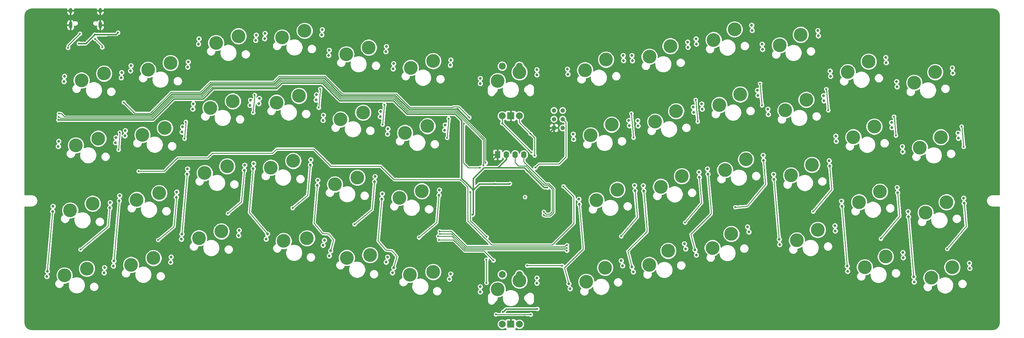
<source format=gbr>
%TF.GenerationSoftware,KiCad,Pcbnew,(5.1.8)-1*%
%TF.CreationDate,2021-01-27T21:30:17-05:00*%
%TF.ProjectId,ergo_60_case,6572676f-5f36-4305-9f63-6173652e6b69,rev?*%
%TF.SameCoordinates,Original*%
%TF.FileFunction,Copper,L1,Top*%
%TF.FilePolarity,Positive*%
%FSLAX46Y46*%
G04 Gerber Fmt 4.6, Leading zero omitted, Abs format (unit mm)*
G04 Created by KiCad (PCBNEW (5.1.8)-1) date 2021-01-27 21:30:17*
%MOMM*%
%LPD*%
G01*
G04 APERTURE LIST*
%TA.AperFunction,ComponentPad*%
%ADD10O,1.000000X2.100000*%
%TD*%
%TA.AperFunction,ComponentPad*%
%ADD11O,1.000000X1.600000*%
%TD*%
%TA.AperFunction,ComponentPad*%
%ADD12C,4.000000*%
%TD*%
%TA.AperFunction,ComponentPad*%
%ADD13O,4.000000X4.000000*%
%TD*%
%TA.AperFunction,ComponentPad*%
%ADD14C,0.800000*%
%TD*%
%TA.AperFunction,ComponentPad*%
%ADD15C,2.000000*%
%TD*%
%TA.AperFunction,ComponentPad*%
%ADD16O,2.000000X4.000000*%
%TD*%
%TA.AperFunction,ComponentPad*%
%ADD17R,2.000000X2.000000*%
%TD*%
%TA.AperFunction,ComponentPad*%
%ADD18O,1.600000X2.000000*%
%TD*%
%TA.AperFunction,ComponentPad*%
%ADD19R,1.600000X2.000000*%
%TD*%
%TA.AperFunction,ComponentPad*%
%ADD20R,1.308000X1.308000*%
%TD*%
%TA.AperFunction,ComponentPad*%
%ADD21C,1.308000*%
%TD*%
%TA.AperFunction,ViaPad*%
%ADD22C,0.600000*%
%TD*%
%TA.AperFunction,Conductor*%
%ADD23C,0.254000*%
%TD*%
%TA.AperFunction,Conductor*%
%ADD24C,0.381000*%
%TD*%
%TA.AperFunction,Conductor*%
%ADD25C,0.100000*%
%TD*%
G04 APERTURE END LIST*
D10*
%TO.P,USB1,13*%
%TO.N,GND*%
X77740000Y-81710000D03*
X86380000Y-81710000D03*
D11*
X77740000Y-77530000D03*
X86380000Y-77530000D03*
%TD*%
D12*
%TO.P,MX_ec11_7,*%
%TO.N,*%
X208560000Y-95480000D03*
D13*
X202210000Y-98020000D03*
D14*
%TO.P,MX_ec11_7,1*%
%TO.N,COL6*%
X197130000Y-97258000D03*
%TO.P,MX_ec11_7,2*%
%TO.N,Net-(D7-Pad2)*%
X213640000Y-94718000D03*
%TO.P,MX_ec11_7,1*%
%TO.N,COL6*%
X197130000Y-98782000D03*
%TO.P,MX_ec11_7,2*%
%TO.N,Net-(D7-Pad2)*%
X213640000Y-96242000D03*
D15*
%TO.P,MX_ec11_7,3*%
%TO.N,ROT1*%
X203530000Y-108200000D03*
%TO.P,MX_ec11_7,4*%
%TO.N,ROT0*%
X208530000Y-108200000D03*
D16*
%TO.P,MX_ec11_7,2*%
%TO.N,Net-(D7-Pad2)*%
X208530000Y-94700000D03*
D15*
%TO.P,MX_ec11_7,1*%
%TO.N,COL6*%
X203530000Y-93700000D03*
D17*
%TO.P,MX_ec11_7,5*%
%TO.N,GND*%
X206030000Y-108200000D03*
%TD*%
D12*
%TO.P,MX_ec11_46,*%
%TO.N,*%
X208570000Y-156280000D03*
D13*
X202220000Y-158820000D03*
D14*
%TO.P,MX_ec11_46,1*%
%TO.N,COL6*%
X197140000Y-158058000D03*
%TO.P,MX_ec11_46,2*%
%TO.N,Net-(D46-Pad2)*%
X213650000Y-155518000D03*
%TO.P,MX_ec11_46,1*%
%TO.N,COL6*%
X197140000Y-159582000D03*
%TO.P,MX_ec11_46,2*%
%TO.N,Net-(D46-Pad2)*%
X213650000Y-157042000D03*
D15*
%TO.P,MX_ec11_46,3*%
%TO.N,ROT2*%
X203540000Y-169000000D03*
%TO.P,MX_ec11_46,4*%
%TO.N,ROT3*%
X208540000Y-169000000D03*
D16*
%TO.P,MX_ec11_46,2*%
%TO.N,Net-(D46-Pad2)*%
X208540000Y-155500000D03*
D15*
%TO.P,MX_ec11_46,1*%
%TO.N,COL6*%
X203540000Y-154500000D03*
D17*
%TO.P,MX_ec11_46,5*%
%TO.N,GND*%
X206040000Y-169000000D03*
%TD*%
D18*
%TO.P,U2,4*%
%TO.N,SDA*%
X209810000Y-119570000D03*
%TO.P,U2,3*%
%TO.N,SCL*%
X207270000Y-119570000D03*
D19*
%TO.P,U2,1*%
%TO.N,GND*%
X202190000Y-119570000D03*
D18*
%TO.P,U2,2*%
%TO.N,+5V*%
X204730000Y-119570000D03*
%TD*%
D14*
%TO.P,MX52,2*%
%TO.N,Net-(D52-Pad2)*%
X339823772Y-152688299D03*
%TO.P,MX52,1*%
%TO.N,COL12*%
X323597973Y-156657574D03*
%TO.P,MX52,2*%
%TO.N,Net-(D52-Pad2)*%
X339690947Y-151170098D03*
%TO.P,MX52,1*%
%TO.N,COL12*%
X323465148Y-155139374D03*
D12*
%TO.P,MX52,*%
%TO.N,*%
X328592230Y-155455723D03*
X334696690Y-152371949D03*
%TD*%
D14*
%TO.P,MX51,2*%
%TO.N,Net-(D51-Pad2)*%
X320431139Y-149603741D03*
%TO.P,MX51,1*%
%TO.N,COL11*%
X304205340Y-153573016D03*
%TO.P,MX51,2*%
%TO.N,Net-(D51-Pad2)*%
X320298314Y-148085540D03*
%TO.P,MX51,1*%
%TO.N,COL11*%
X304072515Y-152054816D03*
D12*
%TO.P,MX51,*%
%TO.N,*%
X309199597Y-152371165D03*
X315304057Y-149287391D03*
%TD*%
D14*
%TO.P,MX50,2*%
%TO.N,Net-(D50-Pad2)*%
X300623473Y-141775303D03*
%TO.P,MX50,1*%
%TO.N,COL10*%
X284397674Y-145744578D03*
%TO.P,MX50,2*%
%TO.N,Net-(D50-Pad2)*%
X300490648Y-140257102D03*
%TO.P,MX50,1*%
%TO.N,COL10*%
X284264849Y-144226378D03*
D12*
%TO.P,MX50,*%
%TO.N,*%
X289391931Y-144542727D03*
X295496391Y-141458953D03*
%TD*%
D14*
%TO.P,MX49,2*%
%TO.N,Net-(D49-Pad2)*%
X275417655Y-142076110D03*
%TO.P,MX49,1*%
%TO.N,COL9*%
X260127620Y-148802664D03*
%TO.P,MX49,2*%
%TO.N,Net-(D49-Pad2)*%
X275023215Y-140604039D03*
%TO.P,MX49,1*%
%TO.N,COL9*%
X259733180Y-147330593D03*
D12*
%TO.P,MX49,*%
%TO.N,*%
X264837303Y-146751828D03*
X270313532Y-142654875D03*
%TD*%
D14*
%TO.P,MX48,2*%
%TO.N,Net-(D48-Pad2)*%
X257016768Y-147006614D03*
%TO.P,MX48,1*%
%TO.N,COL8*%
X241726733Y-153733168D03*
%TO.P,MX48,2*%
%TO.N,Net-(D48-Pad2)*%
X256622328Y-145534543D03*
%TO.P,MX48,1*%
%TO.N,COL8*%
X241332293Y-152261097D03*
D12*
%TO.P,MX48,*%
%TO.N,*%
X246436416Y-151682332D03*
X251912645Y-147585379D03*
%TD*%
D14*
%TO.P,MX47,2*%
%TO.N,Net-(D47-Pad2)*%
X238615881Y-151937116D03*
%TO.P,MX47,1*%
%TO.N,COL7*%
X223325846Y-158663670D03*
%TO.P,MX47,2*%
%TO.N,Net-(D47-Pad2)*%
X238221441Y-150465045D03*
%TO.P,MX47,1*%
%TO.N,COL7*%
X222931406Y-157191599D03*
D12*
%TO.P,MX47,*%
%TO.N,*%
X228035529Y-156612834D03*
X233511758Y-152515881D03*
%TD*%
D14*
%TO.P,MX45,2*%
%TO.N,Net-(D45-Pad2)*%
X188131521Y-155816270D03*
%TO.P,MX45,1*%
%TO.N,COL5*%
X171526686Y-153996620D03*
%TO.P,MX45,2*%
%TO.N,Net-(D45-Pad2)*%
X188525962Y-154344199D03*
%TO.P,MX45,1*%
%TO.N,COL5*%
X171921126Y-152524549D03*
D12*
%TO.P,MX45,*%
%TO.N,*%
X176630809Y-154575385D03*
X183421838Y-153765434D03*
%TD*%
D14*
%TO.P,MX44,2*%
%TO.N,Net-(D44-Pad2)*%
X169730632Y-150885768D03*
%TO.P,MX44,1*%
%TO.N,COL4*%
X153125797Y-149066118D03*
%TO.P,MX44,2*%
%TO.N,Net-(D44-Pad2)*%
X170125073Y-149413697D03*
%TO.P,MX44,1*%
%TO.N,COL4*%
X153520237Y-147594047D03*
D12*
%TO.P,MX44,*%
%TO.N,*%
X158229920Y-149644883D03*
X165020949Y-148834932D03*
%TD*%
D14*
%TO.P,MX43,2*%
%TO.N,Net-(D43-Pad2)*%
X151329745Y-145955266D03*
%TO.P,MX43,1*%
%TO.N,COL3*%
X134724910Y-144135616D03*
%TO.P,MX43,2*%
%TO.N,Net-(D43-Pad2)*%
X151724186Y-144483195D03*
%TO.P,MX43,1*%
%TO.N,COL3*%
X135119350Y-142663545D03*
D12*
%TO.P,MX43,*%
%TO.N,*%
X139829033Y-144714381D03*
X146620062Y-143904430D03*
%TD*%
D14*
%TO.P,MX42,2*%
%TO.N,Net-(D42-Pad2)*%
X126697080Y-143113307D03*
%TO.P,MX42,1*%
%TO.N,COL2*%
X110028530Y-144204700D03*
%TO.P,MX42,2*%
%TO.N,Net-(D42-Pad2)*%
X126829905Y-141595106D03*
%TO.P,MX42,1*%
%TO.N,COL2*%
X110161355Y-142686500D03*
D12*
%TO.P,MX42,*%
%TO.N,*%
X115155612Y-143888351D03*
X121702824Y-141911456D03*
%TD*%
D14*
%TO.P,MX41,2*%
%TO.N,Net-(D41-Pad2)*%
X106892026Y-150911857D03*
%TO.P,MX41,1*%
%TO.N,COL1*%
X90223476Y-152003250D03*
%TO.P,MX41,2*%
%TO.N,Net-(D41-Pad2)*%
X107024851Y-149393656D03*
%TO.P,MX41,1*%
%TO.N,COL1*%
X90356301Y-150485050D03*
D12*
%TO.P,MX41,*%
%TO.N,*%
X95350558Y-151686901D03*
X101897770Y-149710006D03*
%TD*%
D14*
%TO.P,MX40,2*%
%TO.N,Net-(D40-Pad2)*%
X87499393Y-153996417D03*
%TO.P,MX40,1*%
%TO.N,COL0*%
X70830843Y-155087810D03*
%TO.P,MX40,2*%
%TO.N,Net-(D40-Pad2)*%
X87632218Y-152478216D03*
%TO.P,MX40,1*%
%TO.N,COL0*%
X70963668Y-153569610D03*
D12*
%TO.P,MX40,*%
%TO.N,*%
X75957925Y-154771461D03*
X82505137Y-152794566D03*
%TD*%
D14*
%TO.P,MX39,2*%
%TO.N,Net-(D39-Pad2)*%
X338163454Y-133710790D03*
%TO.P,MX39,1*%
%TO.N,COL12*%
X321937655Y-137680065D03*
%TO.P,MX39,2*%
%TO.N,Net-(D39-Pad2)*%
X338030629Y-132192589D03*
%TO.P,MX39,1*%
%TO.N,COL12*%
X321804830Y-136161865D03*
D12*
%TO.P,MX39,*%
%TO.N,*%
X326931912Y-136478214D03*
X333036372Y-133394440D03*
%TD*%
D14*
%TO.P,MX38,2*%
%TO.N,Net-(D38-Pad2)*%
X318770821Y-130626232D03*
%TO.P,MX38,1*%
%TO.N,COL11*%
X302545022Y-134595507D03*
%TO.P,MX38,2*%
%TO.N,Net-(D38-Pad2)*%
X318637996Y-129108031D03*
%TO.P,MX38,1*%
%TO.N,COL11*%
X302412197Y-133077307D03*
D12*
%TO.P,MX38,*%
%TO.N,*%
X307539279Y-133393656D03*
X313643739Y-130309882D03*
%TD*%
D14*
%TO.P,MX37,2*%
%TO.N,Net-(D37-Pad2)*%
X298963156Y-122797794D03*
%TO.P,MX37,1*%
%TO.N,COL10*%
X282737357Y-126767069D03*
%TO.P,MX37,2*%
%TO.N,Net-(D37-Pad2)*%
X298830331Y-121279593D03*
%TO.P,MX37,1*%
%TO.N,COL10*%
X282604532Y-125248869D03*
D12*
%TO.P,MX37,*%
%TO.N,*%
X287731614Y-125565218D03*
X293836074Y-122481444D03*
%TD*%
D14*
%TO.P,MX36,2*%
%TO.N,Net-(D36-Pad2)*%
X279703349Y-121231436D03*
%TO.P,MX36,1*%
%TO.N,COL9*%
X263477550Y-125200711D03*
%TO.P,MX36,2*%
%TO.N,Net-(D36-Pad2)*%
X279570524Y-119713235D03*
%TO.P,MX36,1*%
%TO.N,COL9*%
X263344725Y-123682511D03*
D12*
%TO.P,MX36,*%
%TO.N,*%
X268471807Y-123998860D03*
X274576267Y-120915086D03*
%TD*%
D14*
%TO.P,MX35,2*%
%TO.N,Net-(D35-Pad2)*%
X261008138Y-126118427D03*
%TO.P,MX35,1*%
%TO.N,COL8*%
X244782339Y-130087702D03*
%TO.P,MX35,2*%
%TO.N,Net-(D35-Pad2)*%
X260875313Y-124600226D03*
%TO.P,MX35,1*%
%TO.N,COL8*%
X244649514Y-128569502D03*
D12*
%TO.P,MX35,*%
%TO.N,*%
X249776596Y-128885851D03*
X255881056Y-125802077D03*
%TD*%
D14*
%TO.P,MX34,2*%
%TO.N,Net-(D34-Pad2)*%
X242229867Y-130056046D03*
%TO.P,MX34,1*%
%TO.N,COL7*%
X226004068Y-134025321D03*
%TO.P,MX34,2*%
%TO.N,Net-(D34-Pad2)*%
X242097042Y-128537845D03*
%TO.P,MX34,1*%
%TO.N,COL7*%
X225871243Y-132507121D03*
D12*
%TO.P,MX34,*%
%TO.N,*%
X230998325Y-132823470D03*
X237102785Y-129739696D03*
%TD*%
D14*
%TO.P,MX32,2*%
%TO.N,Net-(D32-Pad2)*%
X185093302Y-131364164D03*
%TO.P,MX32,1*%
%TO.N,COL5*%
X168424752Y-132455557D03*
%TO.P,MX32,2*%
%TO.N,Net-(D32-Pad2)*%
X185226127Y-129845963D03*
%TO.P,MX32,1*%
%TO.N,COL5*%
X168557577Y-130937357D03*
D12*
%TO.P,MX32,*%
%TO.N,*%
X173551834Y-132139208D03*
X180099046Y-130162313D03*
%TD*%
D14*
%TO.P,MX31,2*%
%TO.N,Net-(D31-Pad2)*%
X166315030Y-127426544D03*
%TO.P,MX31,1*%
%TO.N,COL4*%
X149646480Y-128517937D03*
%TO.P,MX31,2*%
%TO.N,Net-(D31-Pad2)*%
X166447855Y-125908343D03*
%TO.P,MX31,1*%
%TO.N,COL4*%
X149779305Y-126999737D03*
D12*
%TO.P,MX31,*%
%TO.N,*%
X154773562Y-128201588D03*
X161320774Y-126224693D03*
%TD*%
D14*
%TO.P,MX30,2*%
%TO.N,Net-(D30-Pad2)*%
X147619818Y-122539554D03*
%TO.P,MX30,1*%
%TO.N,COL3*%
X130951268Y-123630947D03*
%TO.P,MX30,2*%
%TO.N,Net-(D30-Pad2)*%
X147752643Y-121021353D03*
%TO.P,MX30,1*%
%TO.N,COL3*%
X131084093Y-122112747D03*
D12*
%TO.P,MX30,*%
%TO.N,*%
X136078350Y-123314598D03*
X142625562Y-121337703D03*
%TD*%
D14*
%TO.P,MX29,2*%
%TO.N,Net-(D29-Pad2)*%
X128360012Y-124105912D03*
%TO.P,MX29,1*%
%TO.N,COL2*%
X111691462Y-125197305D03*
%TO.P,MX29,2*%
%TO.N,Net-(D29-Pad2)*%
X128492837Y-122587711D03*
%TO.P,MX29,1*%
%TO.N,COL2*%
X111824287Y-123679105D03*
D12*
%TO.P,MX29,*%
%TO.N,*%
X116818544Y-124880956D03*
X123365756Y-122904061D03*
%TD*%
D14*
%TO.P,MX28,2*%
%TO.N,Net-(D28-Pad2)*%
X108552344Y-131934349D03*
%TO.P,MX28,1*%
%TO.N,COL1*%
X91883794Y-133025742D03*
%TO.P,MX28,2*%
%TO.N,Net-(D28-Pad2)*%
X108685169Y-130416148D03*
%TO.P,MX28,1*%
%TO.N,COL1*%
X92016619Y-131507542D03*
D12*
%TO.P,MX28,*%
%TO.N,*%
X97010876Y-132709393D03*
X103558088Y-130732498D03*
%TD*%
D14*
%TO.P,MX27,2*%
%TO.N,Net-(D27-Pad2)*%
X89159711Y-135018908D03*
%TO.P,MX27,1*%
%TO.N,COL0*%
X72491161Y-136110301D03*
%TO.P,MX27,2*%
%TO.N,Net-(D27-Pad2)*%
X89292536Y-133500707D03*
%TO.P,MX27,1*%
%TO.N,COL0*%
X72623986Y-134592101D03*
D12*
%TO.P,MX27,*%
%TO.N,*%
X77618243Y-135793952D03*
X84165455Y-133817057D03*
%TD*%
D14*
%TO.P,MX26,2*%
%TO.N,Net-(D26-Pad2)*%
X336503138Y-114733280D03*
%TO.P,MX26,1*%
%TO.N,COL12*%
X320277339Y-118702555D03*
%TO.P,MX26,2*%
%TO.N,Net-(D26-Pad2)*%
X336370313Y-113215079D03*
%TO.P,MX26,1*%
%TO.N,COL12*%
X320144514Y-117184355D03*
D12*
%TO.P,MX26,*%
%TO.N,*%
X325271596Y-117500704D03*
X331376056Y-114416930D03*
%TD*%
D14*
%TO.P,MX25,2*%
%TO.N,Net-(D25-Pad2)*%
X317110506Y-111648723D03*
%TO.P,MX25,1*%
%TO.N,COL11*%
X300884707Y-115617998D03*
%TO.P,MX25,2*%
%TO.N,Net-(D25-Pad2)*%
X316977681Y-110130522D03*
%TO.P,MX25,1*%
%TO.N,COL11*%
X300751882Y-114099798D03*
D12*
%TO.P,MX25,*%
%TO.N,*%
X305878964Y-114416147D03*
X311983424Y-111332373D03*
%TD*%
D14*
%TO.P,MX24,2*%
%TO.N,Net-(D24-Pad2)*%
X297302839Y-103820285D03*
%TO.P,MX24,1*%
%TO.N,COL10*%
X281077040Y-107789560D03*
%TO.P,MX24,2*%
%TO.N,Net-(D24-Pad2)*%
X297170014Y-102302084D03*
%TO.P,MX24,1*%
%TO.N,COL10*%
X280944215Y-106271360D03*
D12*
%TO.P,MX24,*%
%TO.N,*%
X286071297Y-106587709D03*
X292175757Y-103503935D03*
%TD*%
D14*
%TO.P,MX23,2*%
%TO.N,Net-(D23-Pad2)*%
X278043032Y-102253927D03*
%TO.P,MX23,1*%
%TO.N,COL9*%
X261817233Y-106223202D03*
%TO.P,MX23,2*%
%TO.N,Net-(D23-Pad2)*%
X277910207Y-100735726D03*
%TO.P,MX23,1*%
%TO.N,COL9*%
X261684408Y-104705002D03*
D12*
%TO.P,MX23,*%
%TO.N,*%
X266811490Y-105021351D03*
X272915950Y-101937577D03*
%TD*%
D14*
%TO.P,MX22,2*%
%TO.N,Net-(D22-Pad2)*%
X259347821Y-107140918D03*
%TO.P,MX22,1*%
%TO.N,COL8*%
X243122022Y-111110193D03*
%TO.P,MX22,2*%
%TO.N,Net-(D22-Pad2)*%
X259214996Y-105622717D03*
%TO.P,MX22,1*%
%TO.N,COL8*%
X242989197Y-109591993D03*
D12*
%TO.P,MX22,*%
%TO.N,*%
X248116279Y-109908342D03*
X254220739Y-106824568D03*
%TD*%
D14*
%TO.P,MX21,2*%
%TO.N,Net-(D21-Pad2)*%
X240569550Y-111078537D03*
%TO.P,MX21,1*%
%TO.N,COL7*%
X224343751Y-115047812D03*
%TO.P,MX21,2*%
%TO.N,Net-(D21-Pad2)*%
X240436725Y-109560336D03*
%TO.P,MX21,1*%
%TO.N,COL7*%
X224210926Y-113529612D03*
D12*
%TO.P,MX21,*%
%TO.N,*%
X229338008Y-113845961D03*
X235442468Y-110762187D03*
%TD*%
D14*
%TO.P,MX19,2*%
%TO.N,Net-(D19-Pad2)*%
X186753618Y-112386653D03*
%TO.P,MX19,1*%
%TO.N,COL5*%
X170085068Y-113478046D03*
%TO.P,MX19,2*%
%TO.N,Net-(D19-Pad2)*%
X186886443Y-110868452D03*
%TO.P,MX19,1*%
%TO.N,COL5*%
X170217893Y-111959846D03*
D12*
%TO.P,MX19,*%
%TO.N,*%
X175212150Y-113161697D03*
X181759362Y-111184802D03*
%TD*%
D14*
%TO.P,MX18,2*%
%TO.N,Net-(D18-Pad2)*%
X167975347Y-108449035D03*
%TO.P,MX18,1*%
%TO.N,COL4*%
X151306797Y-109540428D03*
%TO.P,MX18,2*%
%TO.N,Net-(D18-Pad2)*%
X168108172Y-106930834D03*
%TO.P,MX18,1*%
%TO.N,COL4*%
X151439622Y-108022228D03*
D12*
%TO.P,MX18,*%
%TO.N,*%
X156433879Y-109224079D03*
X162981091Y-107247184D03*
%TD*%
D14*
%TO.P,MX17,2*%
%TO.N,Net-(D17-Pad2)*%
X149280134Y-103562045D03*
%TO.P,MX17,1*%
%TO.N,COL3*%
X132611584Y-104653438D03*
%TO.P,MX17,2*%
%TO.N,Net-(D17-Pad2)*%
X149412959Y-102043844D03*
%TO.P,MX17,1*%
%TO.N,COL3*%
X132744409Y-103135238D03*
D12*
%TO.P,MX17,*%
%TO.N,*%
X137738666Y-104337089D03*
X144285878Y-102360194D03*
%TD*%
D14*
%TO.P,MX16,2*%
%TO.N,Net-(D16-Pad2)*%
X130020329Y-105128403D03*
%TO.P,MX16,1*%
%TO.N,COL2*%
X113351779Y-106219796D03*
%TO.P,MX16,2*%
%TO.N,Net-(D16-Pad2)*%
X130153154Y-103610202D03*
%TO.P,MX16,1*%
%TO.N,COL2*%
X113484604Y-104701596D03*
D12*
%TO.P,MX16,*%
%TO.N,*%
X118478861Y-105903447D03*
X125026073Y-103926552D03*
%TD*%
D14*
%TO.P,MX15,2*%
%TO.N,Net-(D15-Pad2)*%
X110212660Y-112956839D03*
%TO.P,MX15,1*%
%TO.N,COL1*%
X93544110Y-114048232D03*
%TO.P,MX15,2*%
%TO.N,Net-(D15-Pad2)*%
X110345485Y-111438638D03*
%TO.P,MX15,1*%
%TO.N,COL1*%
X93676935Y-112530032D03*
D12*
%TO.P,MX15,*%
%TO.N,*%
X98671192Y-113731883D03*
X105218404Y-111754988D03*
%TD*%
D14*
%TO.P,MX14,2*%
%TO.N,Net-(D14-Pad2)*%
X90820029Y-116041399D03*
%TO.P,MX14,1*%
%TO.N,COL0*%
X74151479Y-117132792D03*
%TO.P,MX14,2*%
%TO.N,Net-(D14-Pad2)*%
X90952854Y-114523198D03*
%TO.P,MX14,1*%
%TO.N,COL0*%
X74284304Y-115614592D03*
D12*
%TO.P,MX14,*%
%TO.N,*%
X79278561Y-116816443D03*
X85825773Y-114839548D03*
%TD*%
D14*
%TO.P,MX13,2*%
%TO.N,Net-(D13-Pad2)*%
X334842819Y-95755772D03*
%TO.P,MX13,1*%
%TO.N,COL12*%
X318617020Y-99725047D03*
%TO.P,MX13,2*%
%TO.N,Net-(D13-Pad2)*%
X334709994Y-94237571D03*
%TO.P,MX13,1*%
%TO.N,COL12*%
X318484195Y-98206847D03*
D12*
%TO.P,MX13,*%
%TO.N,*%
X323611277Y-98523196D03*
X329715737Y-95439422D03*
%TD*%
D14*
%TO.P,MX12,2*%
%TO.N,Net-(D12-Pad2)*%
X315450189Y-92671214D03*
%TO.P,MX12,1*%
%TO.N,COL11*%
X299224390Y-96640489D03*
%TO.P,MX12,2*%
%TO.N,Net-(D12-Pad2)*%
X315317364Y-91153013D03*
%TO.P,MX12,1*%
%TO.N,COL11*%
X299091565Y-95122289D03*
D12*
%TO.P,MX12,*%
%TO.N,*%
X304218647Y-95438638D03*
X310323107Y-92354864D03*
%TD*%
D14*
%TO.P,MX11,2*%
%TO.N,Net-(D11-Pad2)*%
X295642521Y-84842776D03*
%TO.P,MX11,1*%
%TO.N,COL10*%
X279416722Y-88812051D03*
%TO.P,MX11,2*%
%TO.N,Net-(D11-Pad2)*%
X295509696Y-83324575D03*
%TO.P,MX11,1*%
%TO.N,COL10*%
X279283897Y-87293851D03*
D12*
%TO.P,MX11,*%
%TO.N,*%
X284410979Y-87610200D03*
X290515439Y-84526426D03*
%TD*%
D14*
%TO.P,MX10,2*%
%TO.N,Net-(D10-Pad2)*%
X276382714Y-83276419D03*
%TO.P,MX10,1*%
%TO.N,COL9*%
X260156915Y-87245694D03*
%TO.P,MX10,2*%
%TO.N,Net-(D10-Pad2)*%
X276249889Y-81758218D03*
%TO.P,MX10,1*%
%TO.N,COL9*%
X260024090Y-85727494D03*
D12*
%TO.P,MX10,*%
%TO.N,*%
X265151172Y-86043843D03*
X271255632Y-82960069D03*
%TD*%
D14*
%TO.P,MX9,2*%
%TO.N,Net-(D9-Pad2)*%
X257687503Y-88163410D03*
%TO.P,MX9,1*%
%TO.N,COL8*%
X241461704Y-92132685D03*
%TO.P,MX9,2*%
%TO.N,Net-(D9-Pad2)*%
X257554678Y-86645209D03*
%TO.P,MX9,1*%
%TO.N,COL8*%
X241328879Y-90614485D03*
D12*
%TO.P,MX9,*%
%TO.N,*%
X246455961Y-90930834D03*
X252560421Y-87847060D03*
%TD*%
D14*
%TO.P,MX8,2*%
%TO.N,Net-(D8-Pad2)*%
X238909232Y-92101028D03*
%TO.P,MX8,1*%
%TO.N,COL7*%
X222683433Y-96070303D03*
%TO.P,MX8,2*%
%TO.N,Net-(D8-Pad2)*%
X238776407Y-90582827D03*
%TO.P,MX8,1*%
%TO.N,COL7*%
X222550608Y-94552103D03*
D12*
%TO.P,MX8,*%
%TO.N,*%
X227677690Y-94868452D03*
X233782150Y-91784678D03*
%TD*%
D14*
%TO.P,MX6,2*%
%TO.N,Net-(D6-Pad2)*%
X188413933Y-93409144D03*
%TO.P,MX6,1*%
%TO.N,COL5*%
X171745383Y-94500537D03*
%TO.P,MX6,2*%
%TO.N,Net-(D6-Pad2)*%
X188546758Y-91890943D03*
%TO.P,MX6,1*%
%TO.N,COL5*%
X171878208Y-92982337D03*
D12*
%TO.P,MX6,*%
%TO.N,*%
X176872465Y-94184188D03*
X183419677Y-92207293D03*
%TD*%
D14*
%TO.P,MX5,2*%
%TO.N,Net-(D5-Pad2)*%
X169635663Y-89471526D03*
%TO.P,MX5,1*%
%TO.N,COL4*%
X152967113Y-90562919D03*
%TO.P,MX5,2*%
%TO.N,Net-(D5-Pad2)*%
X169768488Y-87953325D03*
%TO.P,MX5,1*%
%TO.N,COL4*%
X153099938Y-89044719D03*
D12*
%TO.P,MX5,*%
%TO.N,*%
X158094195Y-90246570D03*
X164641407Y-88269675D03*
%TD*%
D14*
%TO.P,MX4,2*%
%TO.N,Net-(D4-Pad2)*%
X150940451Y-84584536D03*
%TO.P,MX4,1*%
%TO.N,COL3*%
X134271901Y-85675929D03*
%TO.P,MX4,2*%
%TO.N,Net-(D4-Pad2)*%
X151073276Y-83066335D03*
%TO.P,MX4,1*%
%TO.N,COL3*%
X134404726Y-84157729D03*
D12*
%TO.P,MX4,*%
%TO.N,*%
X139398983Y-85359580D03*
X145946195Y-83382685D03*
%TD*%
D14*
%TO.P,MX3,2*%
%TO.N,Net-(D3-Pad2)*%
X131680644Y-86150894D03*
%TO.P,MX3,1*%
%TO.N,COL2*%
X115012094Y-87242287D03*
%TO.P,MX3,2*%
%TO.N,Net-(D3-Pad2)*%
X131813469Y-84632693D03*
%TO.P,MX3,1*%
%TO.N,COL2*%
X115144919Y-85724087D03*
D12*
%TO.P,MX3,*%
%TO.N,*%
X120139176Y-86925938D03*
X126686388Y-84949043D03*
%TD*%
D14*
%TO.P,MX2,2*%
%TO.N,Net-(D2-Pad2)*%
X111872977Y-93979330D03*
%TO.P,MX2,1*%
%TO.N,COL1*%
X95204427Y-95070723D03*
%TO.P,MX2,2*%
%TO.N,Net-(D2-Pad2)*%
X112005802Y-92461129D03*
%TO.P,MX2,1*%
%TO.N,COL1*%
X95337252Y-93552523D03*
D12*
%TO.P,MX2,*%
%TO.N,*%
X100331509Y-94754374D03*
X106878721Y-92777479D03*
%TD*%
D14*
%TO.P,MX1,2*%
%TO.N,Net-(D1-Pad2)*%
X92480346Y-97063890D03*
%TO.P,MX1,1*%
%TO.N,COL0*%
X75811796Y-98155283D03*
%TO.P,MX1,2*%
%TO.N,Net-(D1-Pad2)*%
X92613171Y-95545689D03*
%TO.P,MX1,1*%
%TO.N,COL0*%
X75944621Y-96637083D03*
D12*
%TO.P,MX1,*%
%TO.N,*%
X80938878Y-97838934D03*
X87486090Y-95862039D03*
%TD*%
D20*
%TO.P,U4,GND*%
%TO.N,GND*%
X218600000Y-111700000D03*
D21*
%TO.P,U4,RST*%
%TO.N,RESET*%
X221140000Y-111700000D03*
%TO.P,U4,MISO*%
%TO.N,MISO*%
X221140000Y-106620000D03*
%TO.P,U4,VCC*%
%TO.N,+5V*%
X218600000Y-106620000D03*
%TO.P,U4,SCK*%
%TO.N,SCK*%
X221140000Y-109160000D03*
%TO.P,U4,MOSI*%
%TO.N,MOSI*%
X218600000Y-109160000D03*
%TD*%
D22*
%TO.N,Net-(D1-Pad2)*%
X91724063Y-118059687D03*
X92076846Y-113051249D03*
%TO.N,Net-(D2-Pad2)*%
X110937226Y-114847901D03*
X111311568Y-109935809D03*
%TO.N,Net-(D3-Pad2)*%
X130946408Y-107240369D03*
X131379552Y-102115089D03*
%TO.N,Net-(D4-Pad2)*%
X150083082Y-105819306D03*
X150485782Y-100353605D03*
%TO.N,Net-(D5-Pad2)*%
X168681626Y-110718919D03*
X169173681Y-104979966D03*
%TO.N,Net-(D6-Pad2)*%
X187493792Y-114613328D03*
X187923834Y-109009484D03*
%TO.N,Net-(D8-Pad2)*%
X241795924Y-114563166D03*
X241153758Y-107512304D03*
%TO.N,Net-(D9-Pad2)*%
X260506737Y-109854493D03*
X259919103Y-103541687D03*
%TO.N,Net-(D10-Pad2)*%
X279245692Y-105123282D03*
X278694420Y-98767141D03*
%TO.N,Net-(D11-Pad2)*%
X298573951Y-106554158D03*
X297990300Y-100401614D03*
%TO.N,Net-(D12-Pad2)*%
X318272205Y-113955507D03*
X317727049Y-108452078D03*
%TO.N,Net-(D13-Pad2)*%
X338016004Y-117247247D03*
X337441566Y-111314738D03*
%TO.N,Net-(D27-Pad2)*%
X80644911Y-147224932D03*
%TO.N,Net-(D28-Pad2)*%
X103255862Y-144414913D03*
%TO.N,Net-(D29-Pad2)*%
X123590205Y-136647611D03*
%TO.N,Net-(D30-Pad2)*%
X142449006Y-135075280D03*
%TO.N,Net-(D31-Pad2)*%
X160460241Y-139863283D03*
%TO.N,Net-(D32-Pad2)*%
X179248622Y-143685342D03*
%TO.N,Net-(D34-Pad2)*%
X238195655Y-143346479D03*
%TO.N,Net-(D35-Pad2)*%
X256828881Y-139357307D03*
%TO.N,Net-(D36-Pad2)*%
X271463017Y-134864762D03*
%TO.N,Net-(D37-Pad2)*%
X294179707Y-136129686D03*
%TO.N,Net-(D38-Pad2)*%
X313903382Y-144030720D03*
%TO.N,Net-(D39-Pad2)*%
X333228136Y-147027861D03*
%TO.N,GND*%
X74470000Y-106250000D03*
X74310000Y-122110000D03*
X88660000Y-123610000D03*
X201100000Y-144270000D03*
X196730000Y-131580000D03*
X199280000Y-121140000D03*
X196120000Y-137050000D03*
X215504499Y-114795501D03*
X199325501Y-114795501D03*
X208178564Y-145131436D03*
X197270000Y-116050000D03*
X195190000Y-141924800D03*
X225340000Y-138230000D03*
X190485475Y-106184121D03*
X188900000Y-111130000D03*
X190300000Y-112500000D03*
X94290000Y-84170000D03*
X87200000Y-86400000D03*
X210200000Y-166764800D03*
X201370000Y-167280000D03*
%TO.N,+5V*%
X74170000Y-109410000D03*
X195110000Y-129850000D03*
X210950000Y-124280000D03*
X216720000Y-129120000D03*
X194874800Y-137080000D03*
X205768899Y-127973211D03*
X201392659Y-128057341D03*
%TO.N,VCC*%
X91548133Y-83921699D03*
X84770000Y-84490000D03*
X80150000Y-87070000D03*
X213763133Y-164533133D03*
X203770000Y-165380000D03*
%TO.N,RESET*%
X97590000Y-124350000D03*
X221380000Y-128750000D03*
%TO.N,SCK*%
X213230000Y-123290000D03*
%TO.N,D-*%
X74270000Y-108490000D03*
X198081400Y-122682307D03*
%TO.N,D+*%
X74330000Y-107540000D03*
X198684800Y-121930000D03*
%TO.N,Net-(RC3-Pad2)*%
X80450000Y-84250000D03*
X77010000Y-88370000D03*
%TO.N,Net-(RC4-Pad2)*%
X84900000Y-85720000D03*
X86950000Y-88200000D03*
%TO.N,COL6*%
X194270000Y-130460000D03*
X198945000Y-156935000D03*
X198940000Y-150170000D03*
X198976429Y-143523571D03*
%TO.N,ROW3*%
X185110000Y-144410000D03*
X200970000Y-150380000D03*
X210822659Y-151907341D03*
X220990000Y-151930000D03*
%TO.N,ROW2*%
X184867049Y-143338554D03*
X222389347Y-147537729D03*
%TO.N,ROW1*%
X185390383Y-142672488D03*
X222400000Y-146760000D03*
%TO.N,ROW0*%
X185271896Y-141903764D03*
X222430000Y-145930000D03*
%TO.N,Net-(U3-Pad17)*%
X210190000Y-131880000D03*
%TO.N,ROT0*%
X212970000Y-119760000D03*
X211780000Y-113420000D03*
%TO.N,ROT1*%
X212070000Y-118900000D03*
X203530000Y-110360000D03*
%TO.N,SCL*%
X215650000Y-136240000D03*
%TO.N,SDA*%
X215692341Y-137137659D03*
%TO.N,Net-(D77-Pad1)*%
X211830000Y-166160000D03*
X201690000Y-166130000D03*
%TO.N,LEDDATA*%
X197070000Y-123360000D03*
X192388300Y-110500000D03*
X193920000Y-108660000D03*
X93255602Y-104297187D03*
%TD*%
D23*
%TO.N,Net-(D1-Pad2)*%
X92154181Y-113143414D02*
X92076846Y-113051249D01*
X91724063Y-118059687D02*
X92154181Y-113143414D01*
%TO.N,Net-(D2-Pad2)*%
X111361747Y-109995610D02*
X111311568Y-109935809D01*
X110937226Y-114847901D02*
X111361747Y-109995610D01*
%TO.N,Net-(D3-Pad2)*%
X131393371Y-102131556D02*
X131379552Y-102115089D01*
X130946408Y-107240369D02*
X131393371Y-102131556D01*
%TO.N,Net-(D4-Pad2)*%
X150554142Y-100435073D02*
X150485782Y-100353605D01*
X150083082Y-105819306D02*
X150554142Y-100435073D01*
%TO.N,Net-(D5-Pad2)*%
X169182770Y-104990801D02*
X169173681Y-104979966D01*
X168681626Y-110718919D02*
X169182770Y-104990801D01*
%TO.N,Net-(D6-Pad2)*%
X187978378Y-109074486D02*
X187923834Y-109009484D01*
X187493792Y-114613328D02*
X187978378Y-109074486D01*
%TO.N,Net-(D8-Pad2)*%
X241181058Y-107535211D02*
X241153758Y-107512304D01*
X241795924Y-114563166D02*
X241181058Y-107535211D01*
%TO.N,Net-(D9-Pad2)*%
X259957237Y-103573685D02*
X259919103Y-103541687D01*
X260506737Y-109854493D02*
X259957237Y-103573685D01*
%TO.N,Net-(D10-Pad2)*%
X278690057Y-98772341D02*
X278694420Y-98767141D01*
X279245692Y-105123282D02*
X278690057Y-98772341D01*
%TO.N,Net-(D11-Pad2)*%
X298039268Y-100442703D02*
X297990300Y-100401614D01*
X298573951Y-106554158D02*
X298039268Y-100442703D01*
%TO.N,Net-(D12-Pad2)*%
X317795761Y-108509734D02*
X317727049Y-108452078D01*
X318272205Y-113955507D02*
X317795761Y-108509734D01*
%TO.N,Net-(D13-Pad2)*%
X337501367Y-111364917D02*
X337441566Y-111314738D01*
X338016004Y-117247247D02*
X337501367Y-111364917D01*
%TO.N,Net-(D27-Pad2)*%
X88681828Y-140481158D02*
X89159711Y-135018908D01*
X80644911Y-147224932D02*
X88681828Y-140481158D01*
%TO.N,Net-(D28-Pad2)*%
X103255862Y-144414913D02*
X107870935Y-140542407D01*
X108617271Y-132011728D02*
X108552344Y-131934348D01*
X107870935Y-140542407D02*
X108617271Y-132011728D01*
%TO.N,Net-(D29-Pad2)*%
X127553724Y-133321822D02*
X128360012Y-124105912D01*
X123590205Y-136647611D02*
X127553724Y-133321822D01*
%TO.N,Net-(D30-Pad2)*%
X146845865Y-131385876D02*
X147619818Y-122539554D01*
X142449006Y-135075280D02*
X146845865Y-131385876D01*
%TO.N,Net-(D31-Pad2)*%
X165604613Y-135546643D02*
X166315030Y-127426546D01*
X160460241Y-139863283D02*
X165604613Y-135546643D01*
%TO.N,Net-(D32-Pad2)*%
X184392995Y-139368702D02*
X185093302Y-131364164D01*
X179248622Y-143685342D02*
X184392995Y-139368702D01*
%TO.N,Net-(D34-Pad2)*%
X242901930Y-137737759D02*
X242229867Y-130056045D01*
X238195655Y-143346479D02*
X242901930Y-137737759D01*
%TO.N,Net-(D35-Pad2)*%
X261662422Y-133596918D02*
X261008138Y-126118427D01*
X256828881Y-139357307D02*
X261662422Y-133596918D01*
%TO.N,Net-(D36-Pad2)*%
X271463017Y-134864762D02*
X274969623Y-134557974D01*
X280312224Y-128190910D02*
X279703349Y-121231436D01*
X274969623Y-134557974D02*
X280312224Y-128190910D01*
%TO.N,Net-(D37-Pad2)*%
X299567760Y-129708453D02*
X298963156Y-122797794D01*
X294179707Y-136129686D02*
X299567760Y-129708453D01*
%TO.N,Net-(D38-Pad2)*%
X319373247Y-137511988D02*
X318770822Y-130626231D01*
X313903382Y-144030720D02*
X319373247Y-137511988D01*
%TO.N,Net-(D39-Pad2)*%
X338752545Y-140444127D02*
X338163454Y-133710790D01*
X333228136Y-147027861D02*
X338752545Y-140444127D01*
D24*
%TO.N,GND*%
X76304257Y-107964257D02*
X101164124Y-107964257D01*
X101164124Y-107964257D02*
X107290811Y-101837570D01*
X107290811Y-101837570D02*
X115750811Y-101837570D01*
X115750811Y-101837570D02*
X118755501Y-98832880D01*
X137115503Y-98832880D02*
X138770813Y-97177572D01*
X118755501Y-98832880D02*
X137115503Y-98832880D01*
X138770813Y-97177572D02*
X151629192Y-97177574D01*
X151629192Y-97177574D02*
X156779190Y-102327572D01*
X156779190Y-102327572D02*
X172429192Y-102327574D01*
X172429192Y-102327574D02*
X176349188Y-106247570D01*
X176349188Y-106247570D02*
X187470000Y-106247570D01*
X74440000Y-106220000D02*
X74470000Y-106250000D01*
X74440000Y-106100000D02*
X74440000Y-106220000D01*
X75810000Y-123610000D02*
X88660000Y-123610000D01*
X74310000Y-122110000D02*
X75810000Y-123610000D01*
X189527572Y-106247572D02*
X190459192Y-106247574D01*
X189527570Y-106247570D02*
X189527572Y-106247572D01*
X187470000Y-106247570D02*
X189527570Y-106247570D01*
X190459192Y-106247574D02*
X199007120Y-114795501D01*
X201100000Y-144270000D02*
X196730000Y-139900000D01*
X196730000Y-136210000D02*
X196730000Y-131580000D01*
X196730000Y-136860000D02*
X196730000Y-136210000D01*
X196730000Y-139900000D02*
X196730000Y-136860000D01*
X199007120Y-120867120D02*
X199280000Y-121140000D01*
X199007120Y-114795501D02*
X199007120Y-120867120D01*
X200620000Y-121140000D02*
X202190000Y-119570000D01*
X199280000Y-121140000D02*
X200620000Y-121140000D01*
X196730000Y-136440000D02*
X196120000Y-137050000D01*
X196730000Y-136210000D02*
X196730000Y-136440000D01*
X74440000Y-106100000D02*
X76304257Y-107964257D01*
X216105000Y-114195000D02*
X215504499Y-114795501D01*
X216105000Y-114195000D02*
X218600000Y-111700000D01*
X199007120Y-114795501D02*
X199325501Y-114795501D01*
X201961436Y-145131436D02*
X201100000Y-144270000D01*
X208178564Y-145131436D02*
X201961436Y-145131436D01*
X190459192Y-106210404D02*
X190485475Y-106184121D01*
X190459192Y-106247574D02*
X190459192Y-106210404D01*
X188930000Y-111130000D02*
X190300000Y-112500000D01*
X188900000Y-111130000D02*
X188930000Y-111130000D01*
X93870000Y-84590000D02*
X94290000Y-84170000D01*
X87200000Y-86400000D02*
X88551190Y-85048810D01*
X93411190Y-85048810D02*
X93870000Y-84590000D01*
X88551190Y-85048810D02*
X93411190Y-85048810D01*
X210200000Y-166764800D02*
X203169490Y-166764800D01*
X203169490Y-166764800D02*
X202114800Y-166764800D01*
X201599600Y-167280000D02*
X202114800Y-166764800D01*
X201370000Y-167280000D02*
X201599600Y-167280000D01*
%TO.N,+5V*%
X76583313Y-109386687D02*
X101753313Y-109386687D01*
X101753313Y-109386687D02*
X107880000Y-103260000D01*
X107880000Y-103260000D02*
X116340000Y-103260000D01*
X116340000Y-103260000D02*
X119340000Y-100260000D01*
X119340000Y-100260000D02*
X137700000Y-100260000D01*
X137700000Y-100260000D02*
X139360000Y-98600000D01*
X139360000Y-98600000D02*
X151040000Y-98600000D01*
X151040000Y-98600000D02*
X156190000Y-103750000D01*
X156190000Y-103750000D02*
X171840000Y-103750000D01*
X171840000Y-103750000D02*
X175760000Y-107670000D01*
X175760000Y-107670000D02*
X189310000Y-107670000D01*
X74193313Y-109386687D02*
X74170000Y-109410000D01*
X76583313Y-109386687D02*
X74193313Y-109386687D01*
X189310000Y-107670000D02*
X189870000Y-107670000D01*
X189870000Y-107670000D02*
X191720000Y-109520000D01*
X191720000Y-109520000D02*
X191720000Y-126460000D01*
X191720000Y-126460000D02*
X193290000Y-128030000D01*
X193290000Y-128030000D02*
X195110000Y-129850000D01*
X195110000Y-129850000D02*
X195110000Y-136760000D01*
X215790000Y-129120000D02*
X210950000Y-124280000D01*
X216720000Y-129120000D02*
X215790000Y-129120000D01*
X196895201Y-128064799D02*
X195110000Y-129850000D01*
X196910402Y-128080000D02*
X196895201Y-128064799D01*
X195110000Y-129850000D02*
X195110000Y-126430000D01*
X195110000Y-126430000D02*
X198200000Y-123340000D01*
X210010000Y-123340000D02*
X210950000Y-124280000D01*
X198200000Y-123340000D02*
X202170000Y-123340000D01*
X202170000Y-123340000D02*
X202300000Y-123340000D01*
X202170000Y-123340000D02*
X210010000Y-123340000D01*
X204730000Y-120910000D02*
X204730000Y-119570000D01*
X202300000Y-123340000D02*
X204730000Y-120910000D01*
X195110000Y-136844800D02*
X194874800Y-137080000D01*
X195110000Y-136760000D02*
X195110000Y-136844800D01*
X205662110Y-128080000D02*
X205768899Y-127973211D01*
X202730000Y-128080000D02*
X205662110Y-128080000D01*
X201370000Y-128080000D02*
X196910402Y-128080000D01*
X202730000Y-128080000D02*
X201370000Y-128080000D01*
%TO.N,VCC*%
X91528301Y-83921699D02*
X91548133Y-83921699D01*
X82190000Y-87070000D02*
X80150000Y-87070000D01*
X84770000Y-84490000D02*
X82190000Y-87070000D01*
X90979832Y-84490000D02*
X91548133Y-83921699D01*
X84770000Y-84490000D02*
X90979832Y-84490000D01*
X213763133Y-164533133D02*
X204703133Y-164533133D01*
X203856266Y-165380000D02*
X203770000Y-165380000D01*
X204703133Y-164533133D02*
X203856266Y-165380000D01*
D23*
%TO.N,RESET*%
X105000000Y-124350000D02*
X97590000Y-124350000D01*
X195767341Y-141152659D02*
X193504763Y-138890081D01*
X119030000Y-119130000D02*
X117680000Y-120480000D01*
X193504763Y-138890081D02*
X193504763Y-128945237D01*
X193504763Y-128945237D02*
X191329526Y-126770000D01*
X191329526Y-126770000D02*
X171990000Y-126770000D01*
X168110000Y-122890000D02*
X153620000Y-122890000D01*
X153620000Y-122890000D02*
X148620000Y-117890000D01*
X148620000Y-117890000D02*
X137740000Y-117890000D01*
X171990000Y-126770000D02*
X168110000Y-122890000D01*
X108870000Y-120480000D02*
X105000000Y-124350000D01*
X137740000Y-117890000D02*
X136500000Y-119130000D01*
X136500000Y-119130000D02*
X119030000Y-119130000D01*
X117680000Y-120480000D02*
X108870000Y-120480000D01*
X195767341Y-141152659D02*
X198080000Y-143465318D01*
X198080000Y-143482459D02*
X198355200Y-143757659D01*
X198080000Y-143465318D02*
X198080000Y-143482459D01*
X198355200Y-143757659D02*
X200495731Y-145898190D01*
X218091810Y-145898190D02*
X224420000Y-139570000D01*
X200495731Y-145898190D02*
X218091810Y-145898190D01*
X224420000Y-131790000D02*
X221380000Y-128750000D01*
X224420000Y-139570000D02*
X224420000Y-131790000D01*
%TO.N,SCK*%
X213230000Y-123290000D02*
X214240000Y-122280000D01*
X214240000Y-122280000D02*
X220050000Y-122280000D01*
X222098801Y-110118801D02*
X221140000Y-109160000D01*
X222098801Y-120231199D02*
X222098801Y-110118801D01*
X220050000Y-122280000D02*
X222098801Y-120231199D01*
%TO.N,D-*%
X74270000Y-108490000D02*
X74671377Y-108891377D01*
X74671377Y-108891377D02*
X101548149Y-108891377D01*
X101548149Y-108891377D02*
X107674836Y-102764690D01*
X107674836Y-102764690D02*
X116134836Y-102764690D01*
X119134836Y-99764690D02*
X123815310Y-99764690D01*
X116134836Y-102764690D02*
X119134836Y-99764690D01*
X123820000Y-99760000D02*
X137499526Y-99760000D01*
X123815310Y-99764690D02*
X123820000Y-99760000D01*
X139154836Y-98104690D02*
X151245165Y-98104691D01*
X137499526Y-99760000D02*
X139154836Y-98104690D01*
X156395164Y-103254690D02*
X172045165Y-103254691D01*
X151245165Y-98104691D02*
X156395164Y-103254690D01*
X172045165Y-103254691D02*
X175965164Y-107174690D01*
X175965164Y-107174690D02*
X188730000Y-107174690D01*
X190075165Y-107174691D02*
X198080000Y-115179526D01*
X188730000Y-107174690D02*
X190075165Y-107174691D01*
X198080000Y-122680907D02*
X198081400Y-122682307D01*
X198080000Y-115179526D02*
X198080000Y-122680907D01*
%TO.N,D+*%
X74330000Y-107540000D02*
X75080433Y-107540000D01*
X75080433Y-107540000D02*
X76000000Y-108459567D01*
X76000000Y-108459567D02*
X101369289Y-108459567D01*
X101369289Y-108459567D02*
X107495975Y-102332880D01*
X107495975Y-102332880D02*
X115955976Y-102332880D01*
X115955976Y-102332880D02*
X118955975Y-99332880D01*
X123636449Y-99332880D02*
X123641139Y-99328190D01*
X118955975Y-99332880D02*
X123636449Y-99332880D01*
X137320666Y-99328190D02*
X138975976Y-97672881D01*
X123641139Y-99328190D02*
X137320666Y-99328190D01*
X138975976Y-97672881D02*
X151424027Y-97672883D01*
X151424027Y-97672883D02*
X156574025Y-102822881D01*
X156574025Y-102822881D02*
X172224027Y-102822883D01*
X172224027Y-102822883D02*
X176144024Y-106742880D01*
X176144024Y-106742880D02*
X188197120Y-106742880D01*
X188197120Y-106742880D02*
X190254027Y-106742883D01*
X190254027Y-106742883D02*
X198511810Y-115000665D01*
X198511810Y-121757010D02*
X198684800Y-121930000D01*
X198511810Y-115000665D02*
X198511810Y-121757010D01*
%TO.N,Net-(RC3-Pad2)*%
X77010000Y-87690000D02*
X77010000Y-88370000D01*
X80450000Y-84250000D02*
X77010000Y-87690000D01*
%TO.N,Net-(RC4-Pad2)*%
X86950000Y-87770000D02*
X86950000Y-88200000D01*
X84900000Y-85720000D02*
X86950000Y-87770000D01*
%TO.N,COL0*%
X71012974Y-153006076D02*
X72491161Y-136110301D01*
X70963670Y-153569609D02*
X71012974Y-153006076D01*
%TO.N,COL1*%
X91883794Y-133025743D02*
X90356303Y-150485050D01*
%TO.N,COL2*%
X111691462Y-125197305D02*
X110161354Y-142686499D01*
%TO.N,COL3*%
X129836905Y-136368173D02*
X135119350Y-142663545D01*
X130951268Y-123630947D02*
X129836905Y-136368173D01*
%TO.N,COL4*%
X149646480Y-128517939D02*
X148682687Y-139534124D01*
X148682687Y-139534124D02*
X151183841Y-142514881D01*
X152927182Y-142667404D02*
X154377271Y-144395551D01*
X151183841Y-142514881D02*
X152927182Y-142667404D01*
X153520236Y-147594046D02*
X154377271Y-144395551D01*
%TO.N,COL5*%
X168424752Y-132455557D02*
X167355153Y-144681123D01*
X167355153Y-144681123D02*
X169619955Y-147380207D01*
X171383219Y-147534474D02*
X172804390Y-149228159D01*
X169619955Y-147380207D02*
X171383219Y-147534474D01*
X171921125Y-152524548D02*
X172804390Y-149228159D01*
%TO.N,COL6*%
X198945000Y-150175000D02*
X198940000Y-150170000D01*
X198945000Y-156935000D02*
X198945000Y-150175000D01*
X194270000Y-138800000D02*
X194270000Y-130460000D01*
X198960000Y-143490000D02*
X194270000Y-138800000D01*
X198960000Y-143507142D02*
X198976429Y-143523571D01*
X198960000Y-143490000D02*
X198960000Y-143507142D01*
%TO.N,COL7*%
X226004068Y-134025321D02*
X227082277Y-146349303D01*
X222931406Y-157191599D02*
X221679257Y-152518515D01*
X227082277Y-147115495D02*
X221679257Y-152518515D01*
X227082277Y-146349303D02*
X227082277Y-147115495D01*
%TO.N,COL8*%
X244782339Y-130087703D02*
X245753869Y-141192342D01*
X241332293Y-152261097D02*
X240099672Y-147660896D01*
X245753869Y-142006699D02*
X240099672Y-147660896D01*
X245753869Y-141192342D02*
X245753869Y-142006699D01*
%TO.N,COL9*%
X263477550Y-125200712D02*
X264418488Y-135955687D01*
X259733180Y-147330593D02*
X258502214Y-142736572D01*
X264418488Y-136820298D02*
X258502214Y-142736572D01*
X264418488Y-135955687D02*
X264418488Y-136820298D01*
%TO.N,COL10*%
X282737357Y-126767069D02*
X284264849Y-144226377D01*
%TO.N,COL11*%
X302594326Y-135159040D02*
X304072514Y-152054816D01*
X302545022Y-134595507D02*
X302594326Y-135159040D01*
%TO.N,COL12*%
X321986959Y-138243599D02*
X323465148Y-155139373D01*
X321937656Y-137680065D02*
X321986959Y-138243599D01*
%TO.N,ROW3*%
X185110000Y-144410000D02*
X189357990Y-144410000D01*
X189357990Y-144410003D02*
X192573417Y-147625430D01*
X189357990Y-144410000D02*
X189357990Y-144410003D01*
X198215430Y-147625430D02*
X200970000Y-150380000D01*
X192573417Y-147625430D02*
X198215430Y-147625430D01*
X220967341Y-151907341D02*
X220990000Y-151930000D01*
X210822659Y-151907341D02*
X220967341Y-151907341D01*
%TO.N,ROW2*%
X184867049Y-143338554D02*
X188897214Y-143338554D01*
X188897214Y-143338554D02*
X192752278Y-147193620D01*
X192752278Y-147193620D02*
X196580000Y-147193620D01*
X196580000Y-147193620D02*
X198012278Y-147193620D01*
X198012278Y-147193620D02*
X220670000Y-147193620D01*
X220670000Y-147193620D02*
X221893620Y-147193620D01*
X222237729Y-147537729D02*
X222389347Y-147537729D01*
X221893620Y-147193620D02*
X222237729Y-147537729D01*
%TO.N,ROW1*%
X188841818Y-142672488D02*
X185390383Y-142672488D01*
X192931139Y-146761810D02*
X188841818Y-142672488D01*
X222398190Y-146761810D02*
X192931139Y-146761810D01*
X222400000Y-146760000D02*
X222398190Y-146761810D01*
%TO.N,ROW0*%
X185271896Y-141903764D02*
X188683764Y-141903764D01*
X188683764Y-141903764D02*
X193110000Y-146330000D01*
X193110000Y-146330000D02*
X198370000Y-146330000D01*
X198370000Y-146330000D02*
X221140000Y-146330000D01*
X221140000Y-146330000D02*
X221800000Y-146330000D01*
X222200000Y-145930000D02*
X222430000Y-145930000D01*
X221800000Y-146330000D02*
X222200000Y-145930000D01*
%TO.N,ROT0*%
X212970000Y-119760000D02*
X212970000Y-114610000D01*
X208530000Y-110170000D02*
X208530000Y-108200000D01*
X211780000Y-113420000D02*
X208530000Y-110170000D01*
X212970000Y-114610000D02*
X211780000Y-113420000D01*
%TO.N,ROT1*%
X203530000Y-108200000D02*
X203530000Y-110240000D01*
X203530000Y-110360000D02*
X203530000Y-108200000D01*
X212070000Y-118900000D02*
X203530000Y-110360000D01*
%TO.N,SCL*%
X208324690Y-122844690D02*
X207270000Y-121790000D01*
X210409796Y-122844690D02*
X208324690Y-122844690D01*
X211554801Y-123989695D02*
X210409796Y-122844690D01*
X215810474Y-128440000D02*
X211554801Y-124184327D01*
X216935106Y-128440000D02*
X215810474Y-128440000D01*
X218120000Y-129624894D02*
X216935106Y-128440000D01*
X218120000Y-136160000D02*
X218120000Y-129624894D01*
X207270000Y-121790000D02*
X207270000Y-119570000D01*
X217360000Y-136920000D02*
X218120000Y-136160000D01*
X216330000Y-136920000D02*
X217360000Y-136920000D01*
X211554801Y-124184327D02*
X211554801Y-123989695D01*
X215650000Y-136240000D02*
X216330000Y-136920000D01*
%TO.N,SDA*%
X209810000Y-119570000D02*
X209810000Y-121634224D01*
X217113967Y-128008190D02*
X218551810Y-129446033D01*
X216183966Y-128008190D02*
X217113967Y-128008190D01*
X209810000Y-121634224D02*
X216183966Y-128008190D01*
X218551810Y-136338861D02*
X217538861Y-137351810D01*
X218551810Y-129446033D02*
X218551810Y-136338861D01*
X215906492Y-137351810D02*
X215692341Y-137137659D01*
X217538861Y-137351810D02*
X215906492Y-137351810D01*
%TO.N,Net-(D77-Pad1)*%
X201720000Y-166160000D02*
X201690000Y-166130000D01*
X211830000Y-166160000D02*
X201720000Y-166160000D01*
%TO.N,LEDDATA*%
X195269746Y-123360000D02*
X195249746Y-123380000D01*
X197070000Y-123360000D02*
X195269746Y-123360000D01*
X193670000Y-123380000D02*
X192215310Y-121925310D01*
X195249746Y-123380000D02*
X193670000Y-123380000D01*
X192215310Y-110672990D02*
X192388300Y-110500000D01*
X192215310Y-121925310D02*
X192215310Y-110672990D01*
X190839320Y-105579320D02*
X193920000Y-108660000D01*
X189200680Y-105579320D02*
X190839320Y-105579320D01*
X96427362Y-107468947D02*
X100958960Y-107468947D01*
X100958960Y-107468947D02*
X107085646Y-101342261D01*
X107085646Y-101342261D02*
X115545647Y-101342260D01*
X118550336Y-98337571D02*
X136910342Y-98337570D01*
X156984355Y-101832263D02*
X172634355Y-101832265D01*
X189027740Y-105752260D02*
X189200680Y-105579320D01*
X136910342Y-98337570D02*
X138565649Y-96682263D01*
X176554352Y-105752260D02*
X189027740Y-105752260D01*
X93255602Y-104297187D02*
X96427362Y-107468947D01*
X138565649Y-96682263D02*
X151834355Y-96682265D01*
X115545647Y-101342260D02*
X118550336Y-98337571D01*
X151834355Y-96682265D02*
X156984355Y-101832263D01*
X172634355Y-101832265D02*
X176554352Y-105752260D01*
%TD*%
%TO.N,GND*%
X192895164Y-129197743D02*
X192895163Y-138860139D01*
X192892214Y-138890081D01*
X192900009Y-138969221D01*
X192903984Y-139009582D01*
X192938842Y-139124492D01*
X192995447Y-139230394D01*
X193071625Y-139323219D01*
X193094895Y-139342316D01*
X195357459Y-141604882D01*
X195357470Y-141604891D01*
X197565325Y-143812747D01*
X197570684Y-143822773D01*
X197646862Y-143915597D01*
X197670130Y-143934692D01*
X197945320Y-144209883D01*
X197945325Y-144209887D01*
X199455837Y-145720400D01*
X193362504Y-145720400D01*
X189135999Y-141493896D01*
X189116902Y-141470626D01*
X189024078Y-141394448D01*
X188918176Y-141337843D01*
X188803266Y-141302985D01*
X188713705Y-141294164D01*
X188683764Y-141291215D01*
X188653823Y-141294164D01*
X185768208Y-141294164D01*
X185642596Y-141210233D01*
X185500172Y-141151239D01*
X185348975Y-141121164D01*
X185194817Y-141121164D01*
X185043620Y-141151239D01*
X184901196Y-141210233D01*
X184773017Y-141295879D01*
X184664011Y-141404885D01*
X184578365Y-141533064D01*
X184519371Y-141675488D01*
X184489296Y-141826685D01*
X184489296Y-141980843D01*
X184519371Y-142132040D01*
X184578365Y-142274464D01*
X184658496Y-142394389D01*
X184637858Y-142444212D01*
X184607783Y-142595409D01*
X184607783Y-142598865D01*
X184496349Y-142645023D01*
X184368170Y-142730669D01*
X184259164Y-142839675D01*
X184173518Y-142967854D01*
X184114524Y-143110278D01*
X184084449Y-143261475D01*
X184084449Y-143415633D01*
X184114524Y-143566830D01*
X184173518Y-143709254D01*
X184259164Y-143837433D01*
X184368170Y-143946439D01*
X184444457Y-143997412D01*
X184416469Y-144039300D01*
X184357475Y-144181724D01*
X184327400Y-144332921D01*
X184327400Y-144487079D01*
X184357475Y-144638276D01*
X184416469Y-144780700D01*
X184502115Y-144908879D01*
X184611121Y-145017885D01*
X184739300Y-145103531D01*
X184881724Y-145162525D01*
X185032921Y-145192600D01*
X185187079Y-145192600D01*
X185338276Y-145162525D01*
X185480700Y-145103531D01*
X185606312Y-145019600D01*
X189105484Y-145019600D01*
X192121191Y-148035309D01*
X192140279Y-148058568D01*
X192233103Y-148134746D01*
X192339005Y-148191351D01*
X192453915Y-148226209D01*
X192543476Y-148235030D01*
X192543477Y-148235030D01*
X192573416Y-148237979D01*
X192603355Y-148235030D01*
X197962927Y-148235030D01*
X199139684Y-149411788D01*
X199017079Y-149387400D01*
X198862921Y-149387400D01*
X198711724Y-149417475D01*
X198569300Y-149476469D01*
X198441121Y-149562115D01*
X198332115Y-149671121D01*
X198246469Y-149799300D01*
X198187475Y-149941724D01*
X198157400Y-150092921D01*
X198157400Y-150247079D01*
X198187475Y-150398276D01*
X198246469Y-150540700D01*
X198332115Y-150668879D01*
X198335401Y-150672165D01*
X198335401Y-152673000D01*
X196566907Y-152673000D01*
X182926026Y-148975290D01*
X183662971Y-140777041D01*
X184761904Y-139854927D01*
X184786734Y-139837942D01*
X184807774Y-139816438D01*
X184870712Y-139752112D01*
X184936331Y-139651546D01*
X184936332Y-139651545D01*
X184955438Y-139603958D01*
X184981072Y-139540112D01*
X185003213Y-139422090D01*
X185002885Y-139391998D01*
X185644588Y-132057301D01*
X185655927Y-132049725D01*
X185778863Y-131926789D01*
X185875452Y-131782232D01*
X185941985Y-131621609D01*
X185975902Y-131451093D01*
X185975902Y-131277235D01*
X185941985Y-131106719D01*
X185875452Y-130946096D01*
X185778863Y-130801539D01*
X185655927Y-130678603D01*
X185604791Y-130644435D01*
X185644195Y-130628113D01*
X185788752Y-130531524D01*
X185911688Y-130408588D01*
X186008277Y-130264031D01*
X186074810Y-130103408D01*
X186108727Y-129932892D01*
X186108727Y-129759034D01*
X186074810Y-129588518D01*
X186008277Y-129427895D01*
X185911688Y-129283338D01*
X185788752Y-129160402D01*
X185644195Y-129063813D01*
X185483572Y-128997280D01*
X185313056Y-128963363D01*
X185139198Y-128963363D01*
X184968682Y-128997280D01*
X184808059Y-129063813D01*
X184709988Y-129129341D01*
X184867273Y-127379600D01*
X191077023Y-127379600D01*
X192895164Y-129197743D01*
%TA.AperFunction,Conductor*%
D25*
G36*
X192895164Y-129197743D02*
G01*
X192895163Y-138860139D01*
X192892214Y-138890081D01*
X192900009Y-138969221D01*
X192903984Y-139009582D01*
X192938842Y-139124492D01*
X192995447Y-139230394D01*
X193071625Y-139323219D01*
X193094895Y-139342316D01*
X195357459Y-141604882D01*
X195357470Y-141604891D01*
X197565325Y-143812747D01*
X197570684Y-143822773D01*
X197646862Y-143915597D01*
X197670130Y-143934692D01*
X197945320Y-144209883D01*
X197945325Y-144209887D01*
X199455837Y-145720400D01*
X193362504Y-145720400D01*
X189135999Y-141493896D01*
X189116902Y-141470626D01*
X189024078Y-141394448D01*
X188918176Y-141337843D01*
X188803266Y-141302985D01*
X188713705Y-141294164D01*
X188683764Y-141291215D01*
X188653823Y-141294164D01*
X185768208Y-141294164D01*
X185642596Y-141210233D01*
X185500172Y-141151239D01*
X185348975Y-141121164D01*
X185194817Y-141121164D01*
X185043620Y-141151239D01*
X184901196Y-141210233D01*
X184773017Y-141295879D01*
X184664011Y-141404885D01*
X184578365Y-141533064D01*
X184519371Y-141675488D01*
X184489296Y-141826685D01*
X184489296Y-141980843D01*
X184519371Y-142132040D01*
X184578365Y-142274464D01*
X184658496Y-142394389D01*
X184637858Y-142444212D01*
X184607783Y-142595409D01*
X184607783Y-142598865D01*
X184496349Y-142645023D01*
X184368170Y-142730669D01*
X184259164Y-142839675D01*
X184173518Y-142967854D01*
X184114524Y-143110278D01*
X184084449Y-143261475D01*
X184084449Y-143415633D01*
X184114524Y-143566830D01*
X184173518Y-143709254D01*
X184259164Y-143837433D01*
X184368170Y-143946439D01*
X184444457Y-143997412D01*
X184416469Y-144039300D01*
X184357475Y-144181724D01*
X184327400Y-144332921D01*
X184327400Y-144487079D01*
X184357475Y-144638276D01*
X184416469Y-144780700D01*
X184502115Y-144908879D01*
X184611121Y-145017885D01*
X184739300Y-145103531D01*
X184881724Y-145162525D01*
X185032921Y-145192600D01*
X185187079Y-145192600D01*
X185338276Y-145162525D01*
X185480700Y-145103531D01*
X185606312Y-145019600D01*
X189105484Y-145019600D01*
X192121191Y-148035309D01*
X192140279Y-148058568D01*
X192233103Y-148134746D01*
X192339005Y-148191351D01*
X192453915Y-148226209D01*
X192543476Y-148235030D01*
X192543477Y-148235030D01*
X192573416Y-148237979D01*
X192603355Y-148235030D01*
X197962927Y-148235030D01*
X199139684Y-149411788D01*
X199017079Y-149387400D01*
X198862921Y-149387400D01*
X198711724Y-149417475D01*
X198569300Y-149476469D01*
X198441121Y-149562115D01*
X198332115Y-149671121D01*
X198246469Y-149799300D01*
X198187475Y-149941724D01*
X198157400Y-150092921D01*
X198157400Y-150247079D01*
X198187475Y-150398276D01*
X198246469Y-150540700D01*
X198332115Y-150668879D01*
X198335401Y-150672165D01*
X198335401Y-152673000D01*
X196566907Y-152673000D01*
X182926026Y-148975290D01*
X183662971Y-140777041D01*
X184761904Y-139854927D01*
X184786734Y-139837942D01*
X184807774Y-139816438D01*
X184870712Y-139752112D01*
X184936331Y-139651546D01*
X184936332Y-139651545D01*
X184955438Y-139603958D01*
X184981072Y-139540112D01*
X185003213Y-139422090D01*
X185002885Y-139391998D01*
X185644588Y-132057301D01*
X185655927Y-132049725D01*
X185778863Y-131926789D01*
X185875452Y-131782232D01*
X185941985Y-131621609D01*
X185975902Y-131451093D01*
X185975902Y-131277235D01*
X185941985Y-131106719D01*
X185875452Y-130946096D01*
X185778863Y-130801539D01*
X185655927Y-130678603D01*
X185604791Y-130644435D01*
X185644195Y-130628113D01*
X185788752Y-130531524D01*
X185911688Y-130408588D01*
X186008277Y-130264031D01*
X186074810Y-130103408D01*
X186108727Y-129932892D01*
X186108727Y-129759034D01*
X186074810Y-129588518D01*
X186008277Y-129427895D01*
X185911688Y-129283338D01*
X185788752Y-129160402D01*
X185644195Y-129063813D01*
X185483572Y-128997280D01*
X185313056Y-128963363D01*
X185139198Y-128963363D01*
X184968682Y-128997280D01*
X184808059Y-129063813D01*
X184709988Y-129129341D01*
X184867273Y-127379600D01*
X191077023Y-127379600D01*
X192895164Y-129197743D01*
G37*
%TD.AperFunction*%
D23*
X225089093Y-132925189D02*
X225185682Y-133069746D01*
X225308618Y-133192682D01*
X225453175Y-133289271D01*
X225492579Y-133305593D01*
X225441443Y-133339760D01*
X225318507Y-133462696D01*
X225221918Y-133607253D01*
X225155385Y-133767876D01*
X225121468Y-133938392D01*
X225121468Y-134112250D01*
X225155385Y-134282766D01*
X225221918Y-134443389D01*
X225318507Y-134587946D01*
X225441443Y-134710882D01*
X225452782Y-134718458D01*
X226472677Y-146375921D01*
X226472677Y-146862991D01*
X222632532Y-150703137D01*
X221031309Y-151147400D01*
X220912921Y-151147400D01*
X220761724Y-151177475D01*
X220619300Y-151236469D01*
X220554691Y-151279639D01*
X220489447Y-151297741D01*
X211318971Y-151297741D01*
X211193359Y-151213810D01*
X211050935Y-151154816D01*
X210899738Y-151124741D01*
X210745580Y-151124741D01*
X210594383Y-151154816D01*
X210451959Y-151213810D01*
X210323780Y-151299456D01*
X210214774Y-151408462D01*
X210129128Y-151536641D01*
X210070134Y-151679065D01*
X210040059Y-151830262D01*
X210040059Y-151984420D01*
X210070134Y-152135617D01*
X210129128Y-152278041D01*
X210214774Y-152406220D01*
X210323780Y-152515226D01*
X210451959Y-152600872D01*
X210594383Y-152659866D01*
X210660412Y-152673000D01*
X199554600Y-152673000D01*
X199554600Y-150658829D01*
X199633531Y-150540700D01*
X199692525Y-150398276D01*
X199722600Y-150247079D01*
X199722600Y-150092921D01*
X199698212Y-149970316D01*
X200188002Y-150460106D01*
X200217475Y-150608276D01*
X200276469Y-150750700D01*
X200362115Y-150878879D01*
X200471121Y-150987885D01*
X200599300Y-151073531D01*
X200741724Y-151132525D01*
X200892921Y-151162600D01*
X201047079Y-151162600D01*
X201198276Y-151132525D01*
X201340700Y-151073531D01*
X201468879Y-150987885D01*
X201577885Y-150878879D01*
X201663531Y-150750700D01*
X201722525Y-150608276D01*
X201752600Y-150457079D01*
X201752600Y-150302921D01*
X201722525Y-150151724D01*
X201663531Y-150009300D01*
X201577885Y-149881121D01*
X201468879Y-149772115D01*
X201340700Y-149686469D01*
X201198276Y-149627475D01*
X201050106Y-149598002D01*
X199255323Y-147803220D01*
X221641116Y-147803220D01*
X221660100Y-147822204D01*
X221695816Y-147908429D01*
X221781462Y-148036608D01*
X221890468Y-148145614D01*
X222018647Y-148231260D01*
X222161071Y-148290254D01*
X222312268Y-148320329D01*
X222466426Y-148320329D01*
X222617623Y-148290254D01*
X222760047Y-148231260D01*
X222888226Y-148145614D01*
X222997232Y-148036608D01*
X223082878Y-147908429D01*
X223141872Y-147766005D01*
X223171947Y-147614808D01*
X223171947Y-147460650D01*
X223141872Y-147309453D01*
X223082878Y-147167029D01*
X223076067Y-147156836D01*
X223093531Y-147130700D01*
X223152525Y-146988276D01*
X223182600Y-146837079D01*
X223182600Y-146682921D01*
X223152525Y-146531724D01*
X223093531Y-146389300D01*
X223078931Y-146367449D01*
X223123531Y-146300700D01*
X223182525Y-146158276D01*
X223212600Y-146007079D01*
X223212600Y-145852921D01*
X223182525Y-145701724D01*
X223123531Y-145559300D01*
X223037885Y-145431121D01*
X222928879Y-145322115D01*
X222800700Y-145236469D01*
X222658276Y-145177475D01*
X222507079Y-145147400D01*
X222352921Y-145147400D01*
X222201724Y-145177475D01*
X222059300Y-145236469D01*
X221931121Y-145322115D01*
X221822115Y-145431121D01*
X221791940Y-145476281D01*
X221766862Y-145496862D01*
X221747769Y-145520127D01*
X221547497Y-145720400D01*
X219131703Y-145720400D01*
X224829875Y-140022229D01*
X224853138Y-140003138D01*
X224929316Y-139910314D01*
X224985921Y-139804412D01*
X225020779Y-139689502D01*
X225024517Y-139651546D01*
X225032549Y-139570001D01*
X225029600Y-139540059D01*
X225029600Y-132781562D01*
X225089093Y-132925189D01*
%TA.AperFunction,Conductor*%
D25*
G36*
X225089093Y-132925189D02*
G01*
X225185682Y-133069746D01*
X225308618Y-133192682D01*
X225453175Y-133289271D01*
X225492579Y-133305593D01*
X225441443Y-133339760D01*
X225318507Y-133462696D01*
X225221918Y-133607253D01*
X225155385Y-133767876D01*
X225121468Y-133938392D01*
X225121468Y-134112250D01*
X225155385Y-134282766D01*
X225221918Y-134443389D01*
X225318507Y-134587946D01*
X225441443Y-134710882D01*
X225452782Y-134718458D01*
X226472677Y-146375921D01*
X226472677Y-146862991D01*
X222632532Y-150703137D01*
X221031309Y-151147400D01*
X220912921Y-151147400D01*
X220761724Y-151177475D01*
X220619300Y-151236469D01*
X220554691Y-151279639D01*
X220489447Y-151297741D01*
X211318971Y-151297741D01*
X211193359Y-151213810D01*
X211050935Y-151154816D01*
X210899738Y-151124741D01*
X210745580Y-151124741D01*
X210594383Y-151154816D01*
X210451959Y-151213810D01*
X210323780Y-151299456D01*
X210214774Y-151408462D01*
X210129128Y-151536641D01*
X210070134Y-151679065D01*
X210040059Y-151830262D01*
X210040059Y-151984420D01*
X210070134Y-152135617D01*
X210129128Y-152278041D01*
X210214774Y-152406220D01*
X210323780Y-152515226D01*
X210451959Y-152600872D01*
X210594383Y-152659866D01*
X210660412Y-152673000D01*
X199554600Y-152673000D01*
X199554600Y-150658829D01*
X199633531Y-150540700D01*
X199692525Y-150398276D01*
X199722600Y-150247079D01*
X199722600Y-150092921D01*
X199698212Y-149970316D01*
X200188002Y-150460106D01*
X200217475Y-150608276D01*
X200276469Y-150750700D01*
X200362115Y-150878879D01*
X200471121Y-150987885D01*
X200599300Y-151073531D01*
X200741724Y-151132525D01*
X200892921Y-151162600D01*
X201047079Y-151162600D01*
X201198276Y-151132525D01*
X201340700Y-151073531D01*
X201468879Y-150987885D01*
X201577885Y-150878879D01*
X201663531Y-150750700D01*
X201722525Y-150608276D01*
X201752600Y-150457079D01*
X201752600Y-150302921D01*
X201722525Y-150151724D01*
X201663531Y-150009300D01*
X201577885Y-149881121D01*
X201468879Y-149772115D01*
X201340700Y-149686469D01*
X201198276Y-149627475D01*
X201050106Y-149598002D01*
X199255323Y-147803220D01*
X221641116Y-147803220D01*
X221660100Y-147822204D01*
X221695816Y-147908429D01*
X221781462Y-148036608D01*
X221890468Y-148145614D01*
X222018647Y-148231260D01*
X222161071Y-148290254D01*
X222312268Y-148320329D01*
X222466426Y-148320329D01*
X222617623Y-148290254D01*
X222760047Y-148231260D01*
X222888226Y-148145614D01*
X222997232Y-148036608D01*
X223082878Y-147908429D01*
X223141872Y-147766005D01*
X223171947Y-147614808D01*
X223171947Y-147460650D01*
X223141872Y-147309453D01*
X223082878Y-147167029D01*
X223076067Y-147156836D01*
X223093531Y-147130700D01*
X223152525Y-146988276D01*
X223182600Y-146837079D01*
X223182600Y-146682921D01*
X223152525Y-146531724D01*
X223093531Y-146389300D01*
X223078931Y-146367449D01*
X223123531Y-146300700D01*
X223182525Y-146158276D01*
X223212600Y-146007079D01*
X223212600Y-145852921D01*
X223182525Y-145701724D01*
X223123531Y-145559300D01*
X223037885Y-145431121D01*
X222928879Y-145322115D01*
X222800700Y-145236469D01*
X222658276Y-145177475D01*
X222507079Y-145147400D01*
X222352921Y-145147400D01*
X222201724Y-145177475D01*
X222059300Y-145236469D01*
X221931121Y-145322115D01*
X221822115Y-145431121D01*
X221791940Y-145476281D01*
X221766862Y-145496862D01*
X221747769Y-145520127D01*
X221547497Y-145720400D01*
X219131703Y-145720400D01*
X224829875Y-140022229D01*
X224853138Y-140003138D01*
X224929316Y-139910314D01*
X224985921Y-139804412D01*
X225020779Y-139689502D01*
X225024517Y-139651546D01*
X225032549Y-139570001D01*
X225029600Y-139540059D01*
X225029600Y-132781562D01*
X225089093Y-132925189D01*
G37*
%TD.AperFunction*%
D23*
X215532708Y-152673000D02*
X210984906Y-152673000D01*
X211050935Y-152659866D01*
X211193359Y-152600872D01*
X211318971Y-152516941D01*
X216095179Y-152516941D01*
X215532708Y-152673000D01*
%TA.AperFunction,Conductor*%
D25*
G36*
X215532708Y-152673000D02*
G01*
X210984906Y-152673000D01*
X211050935Y-152659866D01*
X211193359Y-152600872D01*
X211318971Y-152516941D01*
X216095179Y-152516941D01*
X215532708Y-152673000D01*
G37*
%TD.AperFunction*%
D23*
X225253287Y-103916527D02*
X229074542Y-148915786D01*
X225018820Y-150041056D01*
X227492150Y-147567726D01*
X227515415Y-147548633D01*
X227591593Y-147455809D01*
X227648198Y-147349907D01*
X227683056Y-147234997D01*
X227686758Y-147197415D01*
X227694826Y-147115496D01*
X227691877Y-147085554D01*
X227691877Y-146352511D01*
X227692166Y-146326000D01*
X227691877Y-146322697D01*
X227691877Y-146319362D01*
X227689265Y-146292846D01*
X226667183Y-134610392D01*
X226689629Y-134587946D01*
X226786218Y-134443389D01*
X226852751Y-134282766D01*
X226886668Y-134112250D01*
X226886668Y-133938392D01*
X226852751Y-133767876D01*
X226786218Y-133607253D01*
X226689629Y-133462696D01*
X226566693Y-133339760D01*
X226422136Y-133243171D01*
X226382732Y-133226849D01*
X226433868Y-133192682D01*
X226556804Y-133069746D01*
X226653393Y-132925189D01*
X226719926Y-132764566D01*
X226753843Y-132594050D01*
X226753843Y-132420192D01*
X226719926Y-132249676D01*
X226653393Y-132089053D01*
X226556804Y-131944496D01*
X226433868Y-131821560D01*
X226289311Y-131724971D01*
X226128688Y-131658438D01*
X225958172Y-131624521D01*
X225784314Y-131624521D01*
X225613798Y-131658438D01*
X225453175Y-131724971D01*
X225308618Y-131821560D01*
X225185682Y-131944496D01*
X225089093Y-132089053D01*
X225029600Y-132232680D01*
X225029600Y-131819938D01*
X225032549Y-131789999D01*
X225026144Y-131724971D01*
X225020779Y-131670498D01*
X224985921Y-131555588D01*
X224929316Y-131449686D01*
X224853138Y-131356862D01*
X224829873Y-131337769D01*
X222161998Y-128669895D01*
X222132525Y-128521724D01*
X222073531Y-128379300D01*
X221987885Y-128251121D01*
X221878879Y-128142115D01*
X221750700Y-128056469D01*
X221608276Y-127997475D01*
X221457079Y-127967400D01*
X221302921Y-127967400D01*
X221151724Y-127997475D01*
X221009300Y-128056469D01*
X220881121Y-128142115D01*
X220772115Y-128251121D01*
X220686469Y-128379300D01*
X220627475Y-128521724D01*
X220597400Y-128672921D01*
X220597400Y-128827079D01*
X220627475Y-128978276D01*
X220686469Y-129120700D01*
X220772115Y-129248879D01*
X220881121Y-129357885D01*
X221009300Y-129443531D01*
X221151724Y-129502525D01*
X221299895Y-129531998D01*
X223810401Y-132042505D01*
X223810400Y-139317496D01*
X217839307Y-145288590D01*
X200748235Y-145288590D01*
X199533204Y-144073560D01*
X199584314Y-144022450D01*
X199669960Y-143894271D01*
X199728954Y-143751847D01*
X199759029Y-143600650D01*
X199759029Y-143446492D01*
X199728954Y-143295295D01*
X199669960Y-143152871D01*
X199584314Y-143024692D01*
X199475308Y-142915686D01*
X199347129Y-142830040D01*
X199204705Y-142771046D01*
X199077935Y-142745830D01*
X194879600Y-138547497D01*
X194879600Y-137862600D01*
X194951879Y-137862600D01*
X195103076Y-137832525D01*
X195245500Y-137773531D01*
X195373679Y-137687885D01*
X195482685Y-137578879D01*
X195568331Y-137450700D01*
X195627325Y-137308276D01*
X195635944Y-137264947D01*
X195672369Y-137220562D01*
X195734871Y-137103629D01*
X195773360Y-136976750D01*
X195783100Y-136877858D01*
X195783100Y-136877857D01*
X195786356Y-136844801D01*
X195783100Y-136811745D01*
X195783100Y-131802921D01*
X209407400Y-131802921D01*
X209407400Y-131957079D01*
X209437475Y-132108276D01*
X209496469Y-132250700D01*
X209582115Y-132378879D01*
X209691121Y-132487885D01*
X209819300Y-132573531D01*
X209961724Y-132632525D01*
X210112921Y-132662600D01*
X210267079Y-132662600D01*
X210418276Y-132632525D01*
X210560700Y-132573531D01*
X210688879Y-132487885D01*
X210797885Y-132378879D01*
X210883531Y-132250700D01*
X210942525Y-132108276D01*
X210972600Y-131957079D01*
X210972600Y-131802921D01*
X210942525Y-131651724D01*
X210883531Y-131509300D01*
X210797885Y-131381121D01*
X210688879Y-131272115D01*
X210560700Y-131186469D01*
X210418276Y-131127475D01*
X210267079Y-131097400D01*
X210112921Y-131097400D01*
X209961724Y-131127475D01*
X209819300Y-131186469D01*
X209691121Y-131272115D01*
X209582115Y-131381121D01*
X209496469Y-131509300D01*
X209437475Y-131651724D01*
X209407400Y-131802921D01*
X195783100Y-131802921D01*
X195783100Y-130251277D01*
X195803531Y-130220700D01*
X195862525Y-130078276D01*
X195869700Y-130042206D01*
X197158807Y-128753100D01*
X201027338Y-128753100D01*
X201164383Y-128809866D01*
X201315580Y-128839941D01*
X201469738Y-128839941D01*
X201620935Y-128809866D01*
X201757980Y-128753100D01*
X205629054Y-128753100D01*
X205662110Y-128756356D01*
X205683813Y-128754218D01*
X205691820Y-128755811D01*
X205845978Y-128755811D01*
X205997175Y-128725736D01*
X206139599Y-128666742D01*
X206267778Y-128581096D01*
X206376784Y-128472090D01*
X206462430Y-128343911D01*
X206521424Y-128201487D01*
X206551499Y-128050290D01*
X206551499Y-127896132D01*
X206521424Y-127744935D01*
X206462430Y-127602511D01*
X206376784Y-127474332D01*
X206267778Y-127365326D01*
X206139599Y-127279680D01*
X205997175Y-127220686D01*
X205845978Y-127190611D01*
X205691820Y-127190611D01*
X205540623Y-127220686D01*
X205398199Y-127279680D01*
X205270020Y-127365326D01*
X205228446Y-127406900D01*
X201827848Y-127406900D01*
X201763359Y-127363810D01*
X201620935Y-127304816D01*
X201469738Y-127274741D01*
X201315580Y-127274741D01*
X201164383Y-127304816D01*
X201021959Y-127363810D01*
X200957470Y-127406900D01*
X197045150Y-127406900D01*
X197027151Y-127401440D01*
X196895201Y-127388443D01*
X196776247Y-127400160D01*
X196763250Y-127401440D01*
X196636370Y-127439929D01*
X196519437Y-127502430D01*
X196442623Y-127565470D01*
X196442615Y-127565478D01*
X196416946Y-127586544D01*
X196395880Y-127612213D01*
X195783100Y-128224993D01*
X195783100Y-126708806D01*
X198478807Y-124013100D01*
X202266944Y-124013100D01*
X202300000Y-124016356D01*
X202333056Y-124013100D01*
X209731194Y-124013100D01*
X210190300Y-124472207D01*
X210197475Y-124508276D01*
X210256469Y-124650700D01*
X210342115Y-124778879D01*
X210451121Y-124887885D01*
X210579300Y-124973531D01*
X210721724Y-125032525D01*
X210757794Y-125039700D01*
X215290674Y-129572582D01*
X215311744Y-129598256D01*
X215337417Y-129619325D01*
X215337422Y-129619330D01*
X215414237Y-129682370D01*
X215480991Y-129718050D01*
X215531170Y-129744871D01*
X215658049Y-129783360D01*
X215756941Y-129793100D01*
X215756944Y-129793100D01*
X215790000Y-129796356D01*
X215823056Y-129793100D01*
X216318723Y-129793100D01*
X216349300Y-129813531D01*
X216491724Y-129872525D01*
X216642921Y-129902600D01*
X216797079Y-129902600D01*
X216948276Y-129872525D01*
X217090700Y-129813531D01*
X217218879Y-129727885D01*
X217289883Y-129656881D01*
X217510401Y-129877399D01*
X217510400Y-135907495D01*
X217107497Y-136310400D01*
X216582504Y-136310400D01*
X216431998Y-136159894D01*
X216402525Y-136011724D01*
X216343531Y-135869300D01*
X216257885Y-135741121D01*
X216148879Y-135632115D01*
X216020700Y-135546469D01*
X215878276Y-135487475D01*
X215727079Y-135457400D01*
X215572921Y-135457400D01*
X215421724Y-135487475D01*
X215279300Y-135546469D01*
X215151121Y-135632115D01*
X215042115Y-135741121D01*
X214956469Y-135869300D01*
X214897475Y-136011724D01*
X214867400Y-136162921D01*
X214867400Y-136317079D01*
X214897475Y-136468276D01*
X214956469Y-136610700D01*
X215029844Y-136720514D01*
X214998810Y-136766959D01*
X214939816Y-136909383D01*
X214909741Y-137060580D01*
X214909741Y-137214738D01*
X214939816Y-137365935D01*
X214998810Y-137508359D01*
X215084456Y-137636538D01*
X215193462Y-137745544D01*
X215321641Y-137831190D01*
X215464065Y-137890184D01*
X215615262Y-137920259D01*
X215680414Y-137920259D01*
X215786990Y-137952589D01*
X215876551Y-137961410D01*
X215876552Y-137961410D01*
X215906491Y-137964359D01*
X215936430Y-137961410D01*
X217508920Y-137961410D01*
X217538861Y-137964359D01*
X217568802Y-137961410D01*
X217658363Y-137952589D01*
X217773273Y-137917731D01*
X217879175Y-137861126D01*
X217971999Y-137784948D01*
X217991096Y-137761678D01*
X218961683Y-136791092D01*
X218984948Y-136771999D01*
X219061126Y-136679175D01*
X219117731Y-136573273D01*
X219152589Y-136458363D01*
X219161410Y-136368802D01*
X219161410Y-136368801D01*
X219164359Y-136338862D01*
X219161410Y-136308923D01*
X219161410Y-129475974D01*
X219164359Y-129446032D01*
X219152589Y-129326530D01*
X219129965Y-129251951D01*
X219117731Y-129211621D01*
X219061126Y-129105719D01*
X218984948Y-129012895D01*
X218961684Y-128993803D01*
X217566202Y-127598322D01*
X217547105Y-127575052D01*
X217454281Y-127498874D01*
X217348379Y-127442269D01*
X217233469Y-127407411D01*
X217210310Y-127405130D01*
X217113967Y-127395641D01*
X217084026Y-127398590D01*
X216436470Y-127398590D01*
X213099941Y-124062062D01*
X213152921Y-124072600D01*
X213307079Y-124072600D01*
X213458276Y-124042525D01*
X213600700Y-123983531D01*
X213728879Y-123897885D01*
X213837885Y-123788879D01*
X213923531Y-123660700D01*
X213982525Y-123518276D01*
X214011998Y-123370105D01*
X214492504Y-122889600D01*
X220020059Y-122889600D01*
X220050000Y-122892549D01*
X220079941Y-122889600D01*
X220102045Y-122887423D01*
X220169502Y-122880779D01*
X220171674Y-122880120D01*
X220284412Y-122845921D01*
X220390314Y-122789316D01*
X220483138Y-122713138D01*
X220502235Y-122689868D01*
X222508675Y-120683428D01*
X222531939Y-120664337D01*
X222608117Y-120571513D01*
X222664722Y-120465611D01*
X222689006Y-120385560D01*
X222699580Y-120350702D01*
X222711350Y-120231200D01*
X222708401Y-120201258D01*
X222708401Y-113442683D01*
X223328326Y-113442683D01*
X223328326Y-113616541D01*
X223362243Y-113787057D01*
X223428776Y-113947680D01*
X223525365Y-114092237D01*
X223648301Y-114215173D01*
X223792858Y-114311762D01*
X223832262Y-114328084D01*
X223781126Y-114362251D01*
X223658190Y-114485187D01*
X223561601Y-114629744D01*
X223495068Y-114790367D01*
X223461151Y-114960883D01*
X223461151Y-115134741D01*
X223495068Y-115305257D01*
X223561601Y-115465880D01*
X223658190Y-115610437D01*
X223781126Y-115733373D01*
X223925683Y-115829962D01*
X224086306Y-115896495D01*
X224256822Y-115930412D01*
X224430680Y-115930412D01*
X224601196Y-115896495D01*
X224761819Y-115829962D01*
X224906376Y-115733373D01*
X225029312Y-115610437D01*
X225125901Y-115465880D01*
X225192434Y-115305257D01*
X225226351Y-115134741D01*
X225226351Y-114960883D01*
X225192434Y-114790367D01*
X225125901Y-114629744D01*
X225029312Y-114485187D01*
X224906376Y-114362251D01*
X224761819Y-114265662D01*
X224722415Y-114249340D01*
X224773551Y-114215173D01*
X224896487Y-114092237D01*
X224993076Y-113947680D01*
X225059609Y-113787057D01*
X225093526Y-113616541D01*
X225093526Y-113442683D01*
X225059609Y-113272167D01*
X224993076Y-113111544D01*
X224896487Y-112966987D01*
X224773551Y-112844051D01*
X224628994Y-112747462D01*
X224468371Y-112680929D01*
X224297855Y-112647012D01*
X224123997Y-112647012D01*
X223953481Y-112680929D01*
X223792858Y-112747462D01*
X223648301Y-112844051D01*
X223525365Y-112966987D01*
X223428776Y-113111544D01*
X223362243Y-113272167D01*
X223328326Y-113442683D01*
X222708401Y-113442683D01*
X222708401Y-110148739D01*
X222711350Y-110118800D01*
X222705602Y-110060441D01*
X222699580Y-109999299D01*
X222664722Y-109884389D01*
X222608117Y-109778487D01*
X222531939Y-109685663D01*
X222508680Y-109666575D01*
X222249632Y-109407527D01*
X222276600Y-109271945D01*
X222276600Y-109048055D01*
X222232922Y-108828466D01*
X222147242Y-108621618D01*
X222022855Y-108435459D01*
X221864541Y-108277145D01*
X221678382Y-108152758D01*
X221471534Y-108067078D01*
X221251945Y-108023400D01*
X221028055Y-108023400D01*
X220808466Y-108067078D01*
X220601618Y-108152758D01*
X220415459Y-108277145D01*
X220257145Y-108435459D01*
X220132758Y-108621618D01*
X220047078Y-108828466D01*
X220003400Y-109048055D01*
X220003400Y-109271945D01*
X220047078Y-109491534D01*
X220132758Y-109698382D01*
X220257145Y-109884541D01*
X220415459Y-110042855D01*
X220601618Y-110167242D01*
X220808466Y-110252922D01*
X221028055Y-110296600D01*
X221251945Y-110296600D01*
X221387527Y-110269632D01*
X221489202Y-110371307D01*
X221489202Y-110614396D01*
X221471534Y-110607078D01*
X221251945Y-110563400D01*
X221028055Y-110563400D01*
X220808466Y-110607078D01*
X220601618Y-110692758D01*
X220415459Y-110817145D01*
X220257145Y-110975459D01*
X220132758Y-111161618D01*
X220047078Y-111368466D01*
X220003400Y-111588055D01*
X220003400Y-111811945D01*
X220047078Y-112031534D01*
X220132758Y-112238382D01*
X220257145Y-112424541D01*
X220415459Y-112582855D01*
X220601618Y-112707242D01*
X220808466Y-112792922D01*
X221028055Y-112836600D01*
X221251945Y-112836600D01*
X221471534Y-112792922D01*
X221489202Y-112785604D01*
X221489201Y-119978695D01*
X219797497Y-121670400D01*
X214269941Y-121670400D01*
X214240000Y-121667451D01*
X214120497Y-121679221D01*
X214005587Y-121714079D01*
X213948982Y-121744335D01*
X213899686Y-121770684D01*
X213806862Y-121846862D01*
X213787769Y-121870127D01*
X213149895Y-122508002D01*
X213001724Y-122537475D01*
X212859300Y-122596469D01*
X212731121Y-122682115D01*
X212622115Y-122791121D01*
X212536469Y-122919300D01*
X212477475Y-123061724D01*
X212447400Y-123212921D01*
X212447400Y-123367079D01*
X212457938Y-123420059D01*
X210419600Y-121381721D01*
X210419600Y-120898486D01*
X210526022Y-120841602D01*
X210721323Y-120681323D01*
X210881602Y-120486022D01*
X211000701Y-120263203D01*
X211074041Y-120021432D01*
X211092600Y-119832999D01*
X211092600Y-119307000D01*
X211074041Y-119118567D01*
X211000701Y-118876796D01*
X210881602Y-118653978D01*
X210721323Y-118458677D01*
X210526021Y-118298398D01*
X210303203Y-118179299D01*
X210061432Y-118105959D01*
X209810000Y-118081195D01*
X209558567Y-118105959D01*
X209316796Y-118179299D01*
X209093978Y-118298398D01*
X208898677Y-118458677D01*
X208738398Y-118653979D01*
X208619299Y-118876797D01*
X208545959Y-119118568D01*
X208540000Y-119179070D01*
X208534041Y-119118567D01*
X208460701Y-118876796D01*
X208341602Y-118653978D01*
X208181323Y-118458677D01*
X207986021Y-118298398D01*
X207763203Y-118179299D01*
X207521432Y-118105959D01*
X207270000Y-118081195D01*
X207018567Y-118105959D01*
X206776796Y-118179299D01*
X206553978Y-118298398D01*
X206358677Y-118458677D01*
X206198398Y-118653979D01*
X206079299Y-118876797D01*
X206005959Y-119118568D01*
X206000000Y-119179070D01*
X205994041Y-119118567D01*
X205920701Y-118876796D01*
X205801602Y-118653978D01*
X205641323Y-118458677D01*
X205446021Y-118298398D01*
X205223203Y-118179299D01*
X204981432Y-118105959D01*
X204730000Y-118081195D01*
X204478567Y-118105959D01*
X204236796Y-118179299D01*
X204013978Y-118298398D01*
X203818677Y-118458677D01*
X203658398Y-118653979D01*
X203627462Y-118711856D01*
X203628072Y-118570000D01*
X203615812Y-118445518D01*
X203579502Y-118325820D01*
X203520537Y-118215506D01*
X203441185Y-118118815D01*
X203344494Y-118039463D01*
X203234180Y-117980498D01*
X203114482Y-117944188D01*
X202990000Y-117931928D01*
X202475750Y-117935000D01*
X202317000Y-118093750D01*
X202317000Y-119443000D01*
X202337000Y-119443000D01*
X202337000Y-119697000D01*
X202317000Y-119697000D01*
X202317000Y-121046250D01*
X202475750Y-121205000D01*
X202990000Y-121208072D01*
X203114482Y-121195812D01*
X203234180Y-121159502D01*
X203344494Y-121100537D01*
X203441185Y-121021185D01*
X203520537Y-120924494D01*
X203579502Y-120814180D01*
X203615812Y-120694482D01*
X203628072Y-120570000D01*
X203627462Y-120428145D01*
X203658398Y-120486022D01*
X203818678Y-120681323D01*
X203921987Y-120766106D01*
X202021194Y-122666900D01*
X198950798Y-122666900D01*
X199055500Y-122623531D01*
X199183679Y-122537885D01*
X199292685Y-122428879D01*
X199378331Y-122300700D01*
X199437325Y-122158276D01*
X199467400Y-122007079D01*
X199467400Y-121852921D01*
X199437325Y-121701724D01*
X199378331Y-121559300D01*
X199292685Y-121431121D01*
X199183679Y-121322115D01*
X199121410Y-121280508D01*
X199121410Y-120570000D01*
X200751928Y-120570000D01*
X200764188Y-120694482D01*
X200800498Y-120814180D01*
X200859463Y-120924494D01*
X200938815Y-121021185D01*
X201035506Y-121100537D01*
X201145820Y-121159502D01*
X201265518Y-121195812D01*
X201390000Y-121208072D01*
X201904250Y-121205000D01*
X202063000Y-121046250D01*
X202063000Y-119697000D01*
X200913750Y-119697000D01*
X200755000Y-119855750D01*
X200751928Y-120570000D01*
X199121410Y-120570000D01*
X199121410Y-118570000D01*
X200751928Y-118570000D01*
X200755000Y-119284250D01*
X200913750Y-119443000D01*
X202063000Y-119443000D01*
X202063000Y-118093750D01*
X201904250Y-117935000D01*
X201390000Y-117931928D01*
X201265518Y-117944188D01*
X201145820Y-117980498D01*
X201035506Y-118039463D01*
X200938815Y-118118815D01*
X200859463Y-118215506D01*
X200800498Y-118325820D01*
X200764188Y-118445518D01*
X200751928Y-118570000D01*
X199121410Y-118570000D01*
X199121410Y-115030606D01*
X199124359Y-115000664D01*
X199112589Y-114881162D01*
X199085046Y-114790367D01*
X199077731Y-114766253D01*
X199021126Y-114660351D01*
X198944948Y-114567527D01*
X198921685Y-114548436D01*
X194476194Y-110102947D01*
X196517261Y-110146970D01*
X196519733Y-110147000D01*
X202771818Y-110160162D01*
X202747400Y-110282921D01*
X202747400Y-110437079D01*
X202777475Y-110588276D01*
X202836469Y-110730700D01*
X202922115Y-110858879D01*
X203031121Y-110967885D01*
X203159300Y-111053531D01*
X203301724Y-111112525D01*
X203449895Y-111141998D01*
X211288002Y-118980106D01*
X211317475Y-119128276D01*
X211376469Y-119270700D01*
X211462115Y-119398879D01*
X211571121Y-119507885D01*
X211699300Y-119593531D01*
X211841724Y-119652525D01*
X211992921Y-119682600D01*
X212147079Y-119682600D01*
X212189128Y-119674236D01*
X212187400Y-119682921D01*
X212187400Y-119837079D01*
X212217475Y-119988276D01*
X212276469Y-120130700D01*
X212362115Y-120258879D01*
X212471121Y-120367885D01*
X212599300Y-120453531D01*
X212741724Y-120512525D01*
X212892921Y-120542600D01*
X213047079Y-120542600D01*
X213198276Y-120512525D01*
X213340700Y-120453531D01*
X213468879Y-120367885D01*
X213577885Y-120258879D01*
X213663531Y-120130700D01*
X213722525Y-119988276D01*
X213752600Y-119837079D01*
X213752600Y-119682921D01*
X213722525Y-119531724D01*
X213663531Y-119389300D01*
X213579600Y-119263688D01*
X213579600Y-114639941D01*
X213582549Y-114609999D01*
X213570779Y-114490497D01*
X213547031Y-114412212D01*
X213535921Y-114375588D01*
X213479316Y-114269686D01*
X213403138Y-114176862D01*
X213379873Y-114157769D01*
X212561998Y-113339895D01*
X212532525Y-113191724D01*
X212473531Y-113049300D01*
X212387885Y-112921121D01*
X212278879Y-112812115D01*
X212150700Y-112726469D01*
X212008276Y-112667475D01*
X211860106Y-112638002D01*
X211576104Y-112354000D01*
X217307928Y-112354000D01*
X217320188Y-112478482D01*
X217356498Y-112598180D01*
X217415463Y-112708494D01*
X217494815Y-112805185D01*
X217591506Y-112884537D01*
X217701820Y-112943502D01*
X217821518Y-112979812D01*
X217946000Y-112992072D01*
X218314250Y-112989000D01*
X218473000Y-112830250D01*
X218473000Y-111827000D01*
X218727000Y-111827000D01*
X218727000Y-112830250D01*
X218885750Y-112989000D01*
X219254000Y-112992072D01*
X219378482Y-112979812D01*
X219498180Y-112943502D01*
X219608494Y-112884537D01*
X219705185Y-112805185D01*
X219784537Y-112708494D01*
X219843502Y-112598180D01*
X219879812Y-112478482D01*
X219892072Y-112354000D01*
X219889000Y-111985750D01*
X219730250Y-111827000D01*
X218727000Y-111827000D01*
X218473000Y-111827000D01*
X217469750Y-111827000D01*
X217311000Y-111985750D01*
X217307928Y-112354000D01*
X211576104Y-112354000D01*
X210268104Y-111046000D01*
X217307928Y-111046000D01*
X217311000Y-111414250D01*
X217469750Y-111573000D01*
X218473000Y-111573000D01*
X218473000Y-110569750D01*
X218727000Y-110569750D01*
X218727000Y-111573000D01*
X219730250Y-111573000D01*
X219889000Y-111414250D01*
X219892072Y-111046000D01*
X219879812Y-110921518D01*
X219843502Y-110801820D01*
X219784537Y-110691506D01*
X219705185Y-110594815D01*
X219608494Y-110515463D01*
X219498180Y-110456498D01*
X219378482Y-110420188D01*
X219254000Y-110407928D01*
X218885750Y-110411000D01*
X218727000Y-110569750D01*
X218473000Y-110569750D01*
X218314250Y-110411000D01*
X217946000Y-110407928D01*
X217821518Y-110420188D01*
X217701820Y-110456498D01*
X217591506Y-110515463D01*
X217494815Y-110594815D01*
X217415463Y-110691506D01*
X217356498Y-110801820D01*
X217320188Y-110921518D01*
X217307928Y-111046000D01*
X210268104Y-111046000D01*
X209396211Y-110174108D01*
X215519733Y-110187000D01*
X215544514Y-110184612D01*
X215568354Y-110177435D01*
X215590335Y-110165745D01*
X215609613Y-110149991D01*
X215625448Y-110130780D01*
X215637230Y-110108848D01*
X215644507Y-110085039D01*
X215647000Y-110060000D01*
X215647000Y-109048055D01*
X217463400Y-109048055D01*
X217463400Y-109271945D01*
X217507078Y-109491534D01*
X217592758Y-109698382D01*
X217717145Y-109884541D01*
X217875459Y-110042855D01*
X218061618Y-110167242D01*
X218268466Y-110252922D01*
X218488055Y-110296600D01*
X218711945Y-110296600D01*
X218931534Y-110252922D01*
X219138382Y-110167242D01*
X219324541Y-110042855D01*
X219482855Y-109884541D01*
X219607242Y-109698382D01*
X219692922Y-109491534D01*
X219736600Y-109271945D01*
X219736600Y-109048055D01*
X219692922Y-108828466D01*
X219607242Y-108621618D01*
X219482855Y-108435459D01*
X219324541Y-108277145D01*
X219138382Y-108152758D01*
X218931534Y-108067078D01*
X218711945Y-108023400D01*
X218488055Y-108023400D01*
X218268466Y-108067078D01*
X218061618Y-108152758D01*
X217875459Y-108277145D01*
X217717145Y-108435459D01*
X217592758Y-108621618D01*
X217507078Y-108828466D01*
X217463400Y-109048055D01*
X215647000Y-109048055D01*
X215647000Y-106508055D01*
X217463400Y-106508055D01*
X217463400Y-106731945D01*
X217507078Y-106951534D01*
X217592758Y-107158382D01*
X217717145Y-107344541D01*
X217875459Y-107502855D01*
X218061618Y-107627242D01*
X218268466Y-107712922D01*
X218488055Y-107756600D01*
X218711945Y-107756600D01*
X218931534Y-107712922D01*
X219138382Y-107627242D01*
X219324541Y-107502855D01*
X219482855Y-107344541D01*
X219607242Y-107158382D01*
X219692922Y-106951534D01*
X219736600Y-106731945D01*
X219736600Y-106508055D01*
X220003400Y-106508055D01*
X220003400Y-106731945D01*
X220047078Y-106951534D01*
X220132758Y-107158382D01*
X220257145Y-107344541D01*
X220415459Y-107502855D01*
X220601618Y-107627242D01*
X220808466Y-107712922D01*
X221028055Y-107756600D01*
X221251945Y-107756600D01*
X221471534Y-107712922D01*
X221678382Y-107627242D01*
X221864541Y-107502855D01*
X222022855Y-107344541D01*
X222147242Y-107158382D01*
X222232922Y-106951534D01*
X222276600Y-106731945D01*
X222276600Y-106508055D01*
X222232922Y-106288466D01*
X222147242Y-106081618D01*
X222022855Y-105895459D01*
X221864541Y-105737145D01*
X221678382Y-105612758D01*
X221471534Y-105527078D01*
X221251945Y-105483400D01*
X221028055Y-105483400D01*
X220808466Y-105527078D01*
X220601618Y-105612758D01*
X220415459Y-105737145D01*
X220257145Y-105895459D01*
X220132758Y-106081618D01*
X220047078Y-106288466D01*
X220003400Y-106508055D01*
X219736600Y-106508055D01*
X219692922Y-106288466D01*
X219607242Y-106081618D01*
X219482855Y-105895459D01*
X219324541Y-105737145D01*
X219138382Y-105612758D01*
X218931534Y-105527078D01*
X218711945Y-105483400D01*
X218488055Y-105483400D01*
X218268466Y-105527078D01*
X218061618Y-105612758D01*
X217875459Y-105737145D01*
X217717145Y-105895459D01*
X217592758Y-106081618D01*
X217507078Y-106288466D01*
X217463400Y-106508055D01*
X215647000Y-106508055D01*
X215647000Y-103877517D01*
X225253287Y-103916527D01*
%TA.AperFunction,Conductor*%
D25*
G36*
X225253287Y-103916527D02*
G01*
X229074542Y-148915786D01*
X225018820Y-150041056D01*
X227492150Y-147567726D01*
X227515415Y-147548633D01*
X227591593Y-147455809D01*
X227648198Y-147349907D01*
X227683056Y-147234997D01*
X227686758Y-147197415D01*
X227694826Y-147115496D01*
X227691877Y-147085554D01*
X227691877Y-146352511D01*
X227692166Y-146326000D01*
X227691877Y-146322697D01*
X227691877Y-146319362D01*
X227689265Y-146292846D01*
X226667183Y-134610392D01*
X226689629Y-134587946D01*
X226786218Y-134443389D01*
X226852751Y-134282766D01*
X226886668Y-134112250D01*
X226886668Y-133938392D01*
X226852751Y-133767876D01*
X226786218Y-133607253D01*
X226689629Y-133462696D01*
X226566693Y-133339760D01*
X226422136Y-133243171D01*
X226382732Y-133226849D01*
X226433868Y-133192682D01*
X226556804Y-133069746D01*
X226653393Y-132925189D01*
X226719926Y-132764566D01*
X226753843Y-132594050D01*
X226753843Y-132420192D01*
X226719926Y-132249676D01*
X226653393Y-132089053D01*
X226556804Y-131944496D01*
X226433868Y-131821560D01*
X226289311Y-131724971D01*
X226128688Y-131658438D01*
X225958172Y-131624521D01*
X225784314Y-131624521D01*
X225613798Y-131658438D01*
X225453175Y-131724971D01*
X225308618Y-131821560D01*
X225185682Y-131944496D01*
X225089093Y-132089053D01*
X225029600Y-132232680D01*
X225029600Y-131819938D01*
X225032549Y-131789999D01*
X225026144Y-131724971D01*
X225020779Y-131670498D01*
X224985921Y-131555588D01*
X224929316Y-131449686D01*
X224853138Y-131356862D01*
X224829873Y-131337769D01*
X222161998Y-128669895D01*
X222132525Y-128521724D01*
X222073531Y-128379300D01*
X221987885Y-128251121D01*
X221878879Y-128142115D01*
X221750700Y-128056469D01*
X221608276Y-127997475D01*
X221457079Y-127967400D01*
X221302921Y-127967400D01*
X221151724Y-127997475D01*
X221009300Y-128056469D01*
X220881121Y-128142115D01*
X220772115Y-128251121D01*
X220686469Y-128379300D01*
X220627475Y-128521724D01*
X220597400Y-128672921D01*
X220597400Y-128827079D01*
X220627475Y-128978276D01*
X220686469Y-129120700D01*
X220772115Y-129248879D01*
X220881121Y-129357885D01*
X221009300Y-129443531D01*
X221151724Y-129502525D01*
X221299895Y-129531998D01*
X223810401Y-132042505D01*
X223810400Y-139317496D01*
X217839307Y-145288590D01*
X200748235Y-145288590D01*
X199533204Y-144073560D01*
X199584314Y-144022450D01*
X199669960Y-143894271D01*
X199728954Y-143751847D01*
X199759029Y-143600650D01*
X199759029Y-143446492D01*
X199728954Y-143295295D01*
X199669960Y-143152871D01*
X199584314Y-143024692D01*
X199475308Y-142915686D01*
X199347129Y-142830040D01*
X199204705Y-142771046D01*
X199077935Y-142745830D01*
X194879600Y-138547497D01*
X194879600Y-137862600D01*
X194951879Y-137862600D01*
X195103076Y-137832525D01*
X195245500Y-137773531D01*
X195373679Y-137687885D01*
X195482685Y-137578879D01*
X195568331Y-137450700D01*
X195627325Y-137308276D01*
X195635944Y-137264947D01*
X195672369Y-137220562D01*
X195734871Y-137103629D01*
X195773360Y-136976750D01*
X195783100Y-136877858D01*
X195783100Y-136877857D01*
X195786356Y-136844801D01*
X195783100Y-136811745D01*
X195783100Y-131802921D01*
X209407400Y-131802921D01*
X209407400Y-131957079D01*
X209437475Y-132108276D01*
X209496469Y-132250700D01*
X209582115Y-132378879D01*
X209691121Y-132487885D01*
X209819300Y-132573531D01*
X209961724Y-132632525D01*
X210112921Y-132662600D01*
X210267079Y-132662600D01*
X210418276Y-132632525D01*
X210560700Y-132573531D01*
X210688879Y-132487885D01*
X210797885Y-132378879D01*
X210883531Y-132250700D01*
X210942525Y-132108276D01*
X210972600Y-131957079D01*
X210972600Y-131802921D01*
X210942525Y-131651724D01*
X210883531Y-131509300D01*
X210797885Y-131381121D01*
X210688879Y-131272115D01*
X210560700Y-131186469D01*
X210418276Y-131127475D01*
X210267079Y-131097400D01*
X210112921Y-131097400D01*
X209961724Y-131127475D01*
X209819300Y-131186469D01*
X209691121Y-131272115D01*
X209582115Y-131381121D01*
X209496469Y-131509300D01*
X209437475Y-131651724D01*
X209407400Y-131802921D01*
X195783100Y-131802921D01*
X195783100Y-130251277D01*
X195803531Y-130220700D01*
X195862525Y-130078276D01*
X195869700Y-130042206D01*
X197158807Y-128753100D01*
X201027338Y-128753100D01*
X201164383Y-128809866D01*
X201315580Y-128839941D01*
X201469738Y-128839941D01*
X201620935Y-128809866D01*
X201757980Y-128753100D01*
X205629054Y-128753100D01*
X205662110Y-128756356D01*
X205683813Y-128754218D01*
X205691820Y-128755811D01*
X205845978Y-128755811D01*
X205997175Y-128725736D01*
X206139599Y-128666742D01*
X206267778Y-128581096D01*
X206376784Y-128472090D01*
X206462430Y-128343911D01*
X206521424Y-128201487D01*
X206551499Y-128050290D01*
X206551499Y-127896132D01*
X206521424Y-127744935D01*
X206462430Y-127602511D01*
X206376784Y-127474332D01*
X206267778Y-127365326D01*
X206139599Y-127279680D01*
X205997175Y-127220686D01*
X205845978Y-127190611D01*
X205691820Y-127190611D01*
X205540623Y-127220686D01*
X205398199Y-127279680D01*
X205270020Y-127365326D01*
X205228446Y-127406900D01*
X201827848Y-127406900D01*
X201763359Y-127363810D01*
X201620935Y-127304816D01*
X201469738Y-127274741D01*
X201315580Y-127274741D01*
X201164383Y-127304816D01*
X201021959Y-127363810D01*
X200957470Y-127406900D01*
X197045150Y-127406900D01*
X197027151Y-127401440D01*
X196895201Y-127388443D01*
X196776247Y-127400160D01*
X196763250Y-127401440D01*
X196636370Y-127439929D01*
X196519437Y-127502430D01*
X196442623Y-127565470D01*
X196442615Y-127565478D01*
X196416946Y-127586544D01*
X196395880Y-127612213D01*
X195783100Y-128224993D01*
X195783100Y-126708806D01*
X198478807Y-124013100D01*
X202266944Y-124013100D01*
X202300000Y-124016356D01*
X202333056Y-124013100D01*
X209731194Y-124013100D01*
X210190300Y-124472207D01*
X210197475Y-124508276D01*
X210256469Y-124650700D01*
X210342115Y-124778879D01*
X210451121Y-124887885D01*
X210579300Y-124973531D01*
X210721724Y-125032525D01*
X210757794Y-125039700D01*
X215290674Y-129572582D01*
X215311744Y-129598256D01*
X215337417Y-129619325D01*
X215337422Y-129619330D01*
X215414237Y-129682370D01*
X215480991Y-129718050D01*
X215531170Y-129744871D01*
X215658049Y-129783360D01*
X215756941Y-129793100D01*
X215756944Y-129793100D01*
X215790000Y-129796356D01*
X215823056Y-129793100D01*
X216318723Y-129793100D01*
X216349300Y-129813531D01*
X216491724Y-129872525D01*
X216642921Y-129902600D01*
X216797079Y-129902600D01*
X216948276Y-129872525D01*
X217090700Y-129813531D01*
X217218879Y-129727885D01*
X217289883Y-129656881D01*
X217510401Y-129877399D01*
X217510400Y-135907495D01*
X217107497Y-136310400D01*
X216582504Y-136310400D01*
X216431998Y-136159894D01*
X216402525Y-136011724D01*
X216343531Y-135869300D01*
X216257885Y-135741121D01*
X216148879Y-135632115D01*
X216020700Y-135546469D01*
X215878276Y-135487475D01*
X215727079Y-135457400D01*
X215572921Y-135457400D01*
X215421724Y-135487475D01*
X215279300Y-135546469D01*
X215151121Y-135632115D01*
X215042115Y-135741121D01*
X214956469Y-135869300D01*
X214897475Y-136011724D01*
X214867400Y-136162921D01*
X214867400Y-136317079D01*
X214897475Y-136468276D01*
X214956469Y-136610700D01*
X215029844Y-136720514D01*
X214998810Y-136766959D01*
X214939816Y-136909383D01*
X214909741Y-137060580D01*
X214909741Y-137214738D01*
X214939816Y-137365935D01*
X214998810Y-137508359D01*
X215084456Y-137636538D01*
X215193462Y-137745544D01*
X215321641Y-137831190D01*
X215464065Y-137890184D01*
X215615262Y-137920259D01*
X215680414Y-137920259D01*
X215786990Y-137952589D01*
X215876551Y-137961410D01*
X215876552Y-137961410D01*
X215906491Y-137964359D01*
X215936430Y-137961410D01*
X217508920Y-137961410D01*
X217538861Y-137964359D01*
X217568802Y-137961410D01*
X217658363Y-137952589D01*
X217773273Y-137917731D01*
X217879175Y-137861126D01*
X217971999Y-137784948D01*
X217991096Y-137761678D01*
X218961683Y-136791092D01*
X218984948Y-136771999D01*
X219061126Y-136679175D01*
X219117731Y-136573273D01*
X219152589Y-136458363D01*
X219161410Y-136368802D01*
X219161410Y-136368801D01*
X219164359Y-136338862D01*
X219161410Y-136308923D01*
X219161410Y-129475974D01*
X219164359Y-129446032D01*
X219152589Y-129326530D01*
X219129965Y-129251951D01*
X219117731Y-129211621D01*
X219061126Y-129105719D01*
X218984948Y-129012895D01*
X218961684Y-128993803D01*
X217566202Y-127598322D01*
X217547105Y-127575052D01*
X217454281Y-127498874D01*
X217348379Y-127442269D01*
X217233469Y-127407411D01*
X217210310Y-127405130D01*
X217113967Y-127395641D01*
X217084026Y-127398590D01*
X216436470Y-127398590D01*
X213099941Y-124062062D01*
X213152921Y-124072600D01*
X213307079Y-124072600D01*
X213458276Y-124042525D01*
X213600700Y-123983531D01*
X213728879Y-123897885D01*
X213837885Y-123788879D01*
X213923531Y-123660700D01*
X213982525Y-123518276D01*
X214011998Y-123370105D01*
X214492504Y-122889600D01*
X220020059Y-122889600D01*
X220050000Y-122892549D01*
X220079941Y-122889600D01*
X220102045Y-122887423D01*
X220169502Y-122880779D01*
X220171674Y-122880120D01*
X220284412Y-122845921D01*
X220390314Y-122789316D01*
X220483138Y-122713138D01*
X220502235Y-122689868D01*
X222508675Y-120683428D01*
X222531939Y-120664337D01*
X222608117Y-120571513D01*
X222664722Y-120465611D01*
X222689006Y-120385560D01*
X222699580Y-120350702D01*
X222711350Y-120231200D01*
X222708401Y-120201258D01*
X222708401Y-113442683D01*
X223328326Y-113442683D01*
X223328326Y-113616541D01*
X223362243Y-113787057D01*
X223428776Y-113947680D01*
X223525365Y-114092237D01*
X223648301Y-114215173D01*
X223792858Y-114311762D01*
X223832262Y-114328084D01*
X223781126Y-114362251D01*
X223658190Y-114485187D01*
X223561601Y-114629744D01*
X223495068Y-114790367D01*
X223461151Y-114960883D01*
X223461151Y-115134741D01*
X223495068Y-115305257D01*
X223561601Y-115465880D01*
X223658190Y-115610437D01*
X223781126Y-115733373D01*
X223925683Y-115829962D01*
X224086306Y-115896495D01*
X224256822Y-115930412D01*
X224430680Y-115930412D01*
X224601196Y-115896495D01*
X224761819Y-115829962D01*
X224906376Y-115733373D01*
X225029312Y-115610437D01*
X225125901Y-115465880D01*
X225192434Y-115305257D01*
X225226351Y-115134741D01*
X225226351Y-114960883D01*
X225192434Y-114790367D01*
X225125901Y-114629744D01*
X225029312Y-114485187D01*
X224906376Y-114362251D01*
X224761819Y-114265662D01*
X224722415Y-114249340D01*
X224773551Y-114215173D01*
X224896487Y-114092237D01*
X224993076Y-113947680D01*
X225059609Y-113787057D01*
X225093526Y-113616541D01*
X225093526Y-113442683D01*
X225059609Y-113272167D01*
X224993076Y-113111544D01*
X224896487Y-112966987D01*
X224773551Y-112844051D01*
X224628994Y-112747462D01*
X224468371Y-112680929D01*
X224297855Y-112647012D01*
X224123997Y-112647012D01*
X223953481Y-112680929D01*
X223792858Y-112747462D01*
X223648301Y-112844051D01*
X223525365Y-112966987D01*
X223428776Y-113111544D01*
X223362243Y-113272167D01*
X223328326Y-113442683D01*
X222708401Y-113442683D01*
X222708401Y-110148739D01*
X222711350Y-110118800D01*
X222705602Y-110060441D01*
X222699580Y-109999299D01*
X222664722Y-109884389D01*
X222608117Y-109778487D01*
X222531939Y-109685663D01*
X222508680Y-109666575D01*
X222249632Y-109407527D01*
X222276600Y-109271945D01*
X222276600Y-109048055D01*
X222232922Y-108828466D01*
X222147242Y-108621618D01*
X222022855Y-108435459D01*
X221864541Y-108277145D01*
X221678382Y-108152758D01*
X221471534Y-108067078D01*
X221251945Y-108023400D01*
X221028055Y-108023400D01*
X220808466Y-108067078D01*
X220601618Y-108152758D01*
X220415459Y-108277145D01*
X220257145Y-108435459D01*
X220132758Y-108621618D01*
X220047078Y-108828466D01*
X220003400Y-109048055D01*
X220003400Y-109271945D01*
X220047078Y-109491534D01*
X220132758Y-109698382D01*
X220257145Y-109884541D01*
X220415459Y-110042855D01*
X220601618Y-110167242D01*
X220808466Y-110252922D01*
X221028055Y-110296600D01*
X221251945Y-110296600D01*
X221387527Y-110269632D01*
X221489202Y-110371307D01*
X221489202Y-110614396D01*
X221471534Y-110607078D01*
X221251945Y-110563400D01*
X221028055Y-110563400D01*
X220808466Y-110607078D01*
X220601618Y-110692758D01*
X220415459Y-110817145D01*
X220257145Y-110975459D01*
X220132758Y-111161618D01*
X220047078Y-111368466D01*
X220003400Y-111588055D01*
X220003400Y-111811945D01*
X220047078Y-112031534D01*
X220132758Y-112238382D01*
X220257145Y-112424541D01*
X220415459Y-112582855D01*
X220601618Y-112707242D01*
X220808466Y-112792922D01*
X221028055Y-112836600D01*
X221251945Y-112836600D01*
X221471534Y-112792922D01*
X221489202Y-112785604D01*
X221489201Y-119978695D01*
X219797497Y-121670400D01*
X214269941Y-121670400D01*
X214240000Y-121667451D01*
X214120497Y-121679221D01*
X214005587Y-121714079D01*
X213948982Y-121744335D01*
X213899686Y-121770684D01*
X213806862Y-121846862D01*
X213787769Y-121870127D01*
X213149895Y-122508002D01*
X213001724Y-122537475D01*
X212859300Y-122596469D01*
X212731121Y-122682115D01*
X212622115Y-122791121D01*
X212536469Y-122919300D01*
X212477475Y-123061724D01*
X212447400Y-123212921D01*
X212447400Y-123367079D01*
X212457938Y-123420059D01*
X210419600Y-121381721D01*
X210419600Y-120898486D01*
X210526022Y-120841602D01*
X210721323Y-120681323D01*
X210881602Y-120486022D01*
X211000701Y-120263203D01*
X211074041Y-120021432D01*
X211092600Y-119832999D01*
X211092600Y-119307000D01*
X211074041Y-119118567D01*
X211000701Y-118876796D01*
X210881602Y-118653978D01*
X210721323Y-118458677D01*
X210526021Y-118298398D01*
X210303203Y-118179299D01*
X210061432Y-118105959D01*
X209810000Y-118081195D01*
X209558567Y-118105959D01*
X209316796Y-118179299D01*
X209093978Y-118298398D01*
X208898677Y-118458677D01*
X208738398Y-118653979D01*
X208619299Y-118876797D01*
X208545959Y-119118568D01*
X208540000Y-119179070D01*
X208534041Y-119118567D01*
X208460701Y-118876796D01*
X208341602Y-118653978D01*
X208181323Y-118458677D01*
X207986021Y-118298398D01*
X207763203Y-118179299D01*
X207521432Y-118105959D01*
X207270000Y-118081195D01*
X207018567Y-118105959D01*
X206776796Y-118179299D01*
X206553978Y-118298398D01*
X206358677Y-118458677D01*
X206198398Y-118653979D01*
X206079299Y-118876797D01*
X206005959Y-119118568D01*
X206000000Y-119179070D01*
X205994041Y-119118567D01*
X205920701Y-118876796D01*
X205801602Y-118653978D01*
X205641323Y-118458677D01*
X205446021Y-118298398D01*
X205223203Y-118179299D01*
X204981432Y-118105959D01*
X204730000Y-118081195D01*
X204478567Y-118105959D01*
X204236796Y-118179299D01*
X204013978Y-118298398D01*
X203818677Y-118458677D01*
X203658398Y-118653979D01*
X203627462Y-118711856D01*
X203628072Y-118570000D01*
X203615812Y-118445518D01*
X203579502Y-118325820D01*
X203520537Y-118215506D01*
X203441185Y-118118815D01*
X203344494Y-118039463D01*
X203234180Y-117980498D01*
X203114482Y-117944188D01*
X202990000Y-117931928D01*
X202475750Y-117935000D01*
X202317000Y-118093750D01*
X202317000Y-119443000D01*
X202337000Y-119443000D01*
X202337000Y-119697000D01*
X202317000Y-119697000D01*
X202317000Y-121046250D01*
X202475750Y-121205000D01*
X202990000Y-121208072D01*
X203114482Y-121195812D01*
X203234180Y-121159502D01*
X203344494Y-121100537D01*
X203441185Y-121021185D01*
X203520537Y-120924494D01*
X203579502Y-120814180D01*
X203615812Y-120694482D01*
X203628072Y-120570000D01*
X203627462Y-120428145D01*
X203658398Y-120486022D01*
X203818678Y-120681323D01*
X203921987Y-120766106D01*
X202021194Y-122666900D01*
X198950798Y-122666900D01*
X199055500Y-122623531D01*
X199183679Y-122537885D01*
X199292685Y-122428879D01*
X199378331Y-122300700D01*
X199437325Y-122158276D01*
X199467400Y-122007079D01*
X199467400Y-121852921D01*
X199437325Y-121701724D01*
X199378331Y-121559300D01*
X199292685Y-121431121D01*
X199183679Y-121322115D01*
X199121410Y-121280508D01*
X199121410Y-120570000D01*
X200751928Y-120570000D01*
X200764188Y-120694482D01*
X200800498Y-120814180D01*
X200859463Y-120924494D01*
X200938815Y-121021185D01*
X201035506Y-121100537D01*
X201145820Y-121159502D01*
X201265518Y-121195812D01*
X201390000Y-121208072D01*
X201904250Y-121205000D01*
X202063000Y-121046250D01*
X202063000Y-119697000D01*
X200913750Y-119697000D01*
X200755000Y-119855750D01*
X200751928Y-120570000D01*
X199121410Y-120570000D01*
X199121410Y-118570000D01*
X200751928Y-118570000D01*
X200755000Y-119284250D01*
X200913750Y-119443000D01*
X202063000Y-119443000D01*
X202063000Y-118093750D01*
X201904250Y-117935000D01*
X201390000Y-117931928D01*
X201265518Y-117944188D01*
X201145820Y-117980498D01*
X201035506Y-118039463D01*
X200938815Y-118118815D01*
X200859463Y-118215506D01*
X200800498Y-118325820D01*
X200764188Y-118445518D01*
X200751928Y-118570000D01*
X199121410Y-118570000D01*
X199121410Y-115030606D01*
X199124359Y-115000664D01*
X199112589Y-114881162D01*
X199085046Y-114790367D01*
X199077731Y-114766253D01*
X199021126Y-114660351D01*
X198944948Y-114567527D01*
X198921685Y-114548436D01*
X194476194Y-110102947D01*
X196517261Y-110146970D01*
X196519733Y-110147000D01*
X202771818Y-110160162D01*
X202747400Y-110282921D01*
X202747400Y-110437079D01*
X202777475Y-110588276D01*
X202836469Y-110730700D01*
X202922115Y-110858879D01*
X203031121Y-110967885D01*
X203159300Y-111053531D01*
X203301724Y-111112525D01*
X203449895Y-111141998D01*
X211288002Y-118980106D01*
X211317475Y-119128276D01*
X211376469Y-119270700D01*
X211462115Y-119398879D01*
X211571121Y-119507885D01*
X211699300Y-119593531D01*
X211841724Y-119652525D01*
X211992921Y-119682600D01*
X212147079Y-119682600D01*
X212189128Y-119674236D01*
X212187400Y-119682921D01*
X212187400Y-119837079D01*
X212217475Y-119988276D01*
X212276469Y-120130700D01*
X212362115Y-120258879D01*
X212471121Y-120367885D01*
X212599300Y-120453531D01*
X212741724Y-120512525D01*
X212892921Y-120542600D01*
X213047079Y-120542600D01*
X213198276Y-120512525D01*
X213340700Y-120453531D01*
X213468879Y-120367885D01*
X213577885Y-120258879D01*
X213663531Y-120130700D01*
X213722525Y-119988276D01*
X213752600Y-119837079D01*
X213752600Y-119682921D01*
X213722525Y-119531724D01*
X213663531Y-119389300D01*
X213579600Y-119263688D01*
X213579600Y-114639941D01*
X213582549Y-114609999D01*
X213570779Y-114490497D01*
X213547031Y-114412212D01*
X213535921Y-114375588D01*
X213479316Y-114269686D01*
X213403138Y-114176862D01*
X213379873Y-114157769D01*
X212561998Y-113339895D01*
X212532525Y-113191724D01*
X212473531Y-113049300D01*
X212387885Y-112921121D01*
X212278879Y-112812115D01*
X212150700Y-112726469D01*
X212008276Y-112667475D01*
X211860106Y-112638002D01*
X211576104Y-112354000D01*
X217307928Y-112354000D01*
X217320188Y-112478482D01*
X217356498Y-112598180D01*
X217415463Y-112708494D01*
X217494815Y-112805185D01*
X217591506Y-112884537D01*
X217701820Y-112943502D01*
X217821518Y-112979812D01*
X217946000Y-112992072D01*
X218314250Y-112989000D01*
X218473000Y-112830250D01*
X218473000Y-111827000D01*
X218727000Y-111827000D01*
X218727000Y-112830250D01*
X218885750Y-112989000D01*
X219254000Y-112992072D01*
X219378482Y-112979812D01*
X219498180Y-112943502D01*
X219608494Y-112884537D01*
X219705185Y-112805185D01*
X219784537Y-112708494D01*
X219843502Y-112598180D01*
X219879812Y-112478482D01*
X219892072Y-112354000D01*
X219889000Y-111985750D01*
X219730250Y-111827000D01*
X218727000Y-111827000D01*
X218473000Y-111827000D01*
X217469750Y-111827000D01*
X217311000Y-111985750D01*
X217307928Y-112354000D01*
X211576104Y-112354000D01*
X210268104Y-111046000D01*
X217307928Y-111046000D01*
X217311000Y-111414250D01*
X217469750Y-111573000D01*
X218473000Y-111573000D01*
X218473000Y-110569750D01*
X218727000Y-110569750D01*
X218727000Y-111573000D01*
X219730250Y-111573000D01*
X219889000Y-111414250D01*
X219892072Y-111046000D01*
X219879812Y-110921518D01*
X219843502Y-110801820D01*
X219784537Y-110691506D01*
X219705185Y-110594815D01*
X219608494Y-110515463D01*
X219498180Y-110456498D01*
X219378482Y-110420188D01*
X219254000Y-110407928D01*
X218885750Y-110411000D01*
X218727000Y-110569750D01*
X218473000Y-110569750D01*
X218314250Y-110411000D01*
X217946000Y-110407928D01*
X217821518Y-110420188D01*
X217701820Y-110456498D01*
X217591506Y-110515463D01*
X217494815Y-110594815D01*
X217415463Y-110691506D01*
X217356498Y-110801820D01*
X217320188Y-110921518D01*
X217307928Y-111046000D01*
X210268104Y-111046000D01*
X209396211Y-110174108D01*
X215519733Y-110187000D01*
X215544514Y-110184612D01*
X215568354Y-110177435D01*
X215590335Y-110165745D01*
X215609613Y-110149991D01*
X215625448Y-110130780D01*
X215637230Y-110108848D01*
X215644507Y-110085039D01*
X215647000Y-110060000D01*
X215647000Y-109048055D01*
X217463400Y-109048055D01*
X217463400Y-109271945D01*
X217507078Y-109491534D01*
X217592758Y-109698382D01*
X217717145Y-109884541D01*
X217875459Y-110042855D01*
X218061618Y-110167242D01*
X218268466Y-110252922D01*
X218488055Y-110296600D01*
X218711945Y-110296600D01*
X218931534Y-110252922D01*
X219138382Y-110167242D01*
X219324541Y-110042855D01*
X219482855Y-109884541D01*
X219607242Y-109698382D01*
X219692922Y-109491534D01*
X219736600Y-109271945D01*
X219736600Y-109048055D01*
X219692922Y-108828466D01*
X219607242Y-108621618D01*
X219482855Y-108435459D01*
X219324541Y-108277145D01*
X219138382Y-108152758D01*
X218931534Y-108067078D01*
X218711945Y-108023400D01*
X218488055Y-108023400D01*
X218268466Y-108067078D01*
X218061618Y-108152758D01*
X217875459Y-108277145D01*
X217717145Y-108435459D01*
X217592758Y-108621618D01*
X217507078Y-108828466D01*
X217463400Y-109048055D01*
X215647000Y-109048055D01*
X215647000Y-106508055D01*
X217463400Y-106508055D01*
X217463400Y-106731945D01*
X217507078Y-106951534D01*
X217592758Y-107158382D01*
X217717145Y-107344541D01*
X217875459Y-107502855D01*
X218061618Y-107627242D01*
X218268466Y-107712922D01*
X218488055Y-107756600D01*
X218711945Y-107756600D01*
X218931534Y-107712922D01*
X219138382Y-107627242D01*
X219324541Y-107502855D01*
X219482855Y-107344541D01*
X219607242Y-107158382D01*
X219692922Y-106951534D01*
X219736600Y-106731945D01*
X219736600Y-106508055D01*
X220003400Y-106508055D01*
X220003400Y-106731945D01*
X220047078Y-106951534D01*
X220132758Y-107158382D01*
X220257145Y-107344541D01*
X220415459Y-107502855D01*
X220601618Y-107627242D01*
X220808466Y-107712922D01*
X221028055Y-107756600D01*
X221251945Y-107756600D01*
X221471534Y-107712922D01*
X221678382Y-107627242D01*
X221864541Y-107502855D01*
X222022855Y-107344541D01*
X222147242Y-107158382D01*
X222232922Y-106951534D01*
X222276600Y-106731945D01*
X222276600Y-106508055D01*
X222232922Y-106288466D01*
X222147242Y-106081618D01*
X222022855Y-105895459D01*
X221864541Y-105737145D01*
X221678382Y-105612758D01*
X221471534Y-105527078D01*
X221251945Y-105483400D01*
X221028055Y-105483400D01*
X220808466Y-105527078D01*
X220601618Y-105612758D01*
X220415459Y-105737145D01*
X220257145Y-105895459D01*
X220132758Y-106081618D01*
X220047078Y-106288466D01*
X220003400Y-106508055D01*
X219736600Y-106508055D01*
X219692922Y-106288466D01*
X219607242Y-106081618D01*
X219482855Y-105895459D01*
X219324541Y-105737145D01*
X219138382Y-105612758D01*
X218931534Y-105527078D01*
X218711945Y-105483400D01*
X218488055Y-105483400D01*
X218268466Y-105527078D01*
X218061618Y-105612758D01*
X217875459Y-105737145D01*
X217717145Y-105895459D01*
X217592758Y-106081618D01*
X217507078Y-106288466D01*
X217463400Y-106508055D01*
X215647000Y-106508055D01*
X215647000Y-103877517D01*
X225253287Y-103916527D01*
G37*
%TD.AperFunction*%
D23*
X184663502Y-130531524D02*
X184714638Y-130565692D01*
X184675234Y-130582014D01*
X184573283Y-130650135D01*
X184590507Y-130458529D01*
X184663502Y-130531524D01*
%TA.AperFunction,Conductor*%
D25*
G36*
X184663502Y-130531524D02*
G01*
X184714638Y-130565692D01*
X184675234Y-130582014D01*
X184573283Y-130650135D01*
X184590507Y-130458529D01*
X184663502Y-130531524D01*
G37*
%TD.AperFunction*%
D23*
X191046900Y-110028982D02*
X191046901Y-126160400D01*
X184976868Y-126160400D01*
X186156474Y-113037695D01*
X186190993Y-113072214D01*
X186335550Y-113168803D01*
X186496173Y-113235336D01*
X186666689Y-113269253D01*
X186840547Y-113269253D01*
X187002270Y-113237085D01*
X186929308Y-114071048D01*
X186885907Y-114114449D01*
X186800261Y-114242628D01*
X186741267Y-114385052D01*
X186711192Y-114536249D01*
X186711192Y-114690407D01*
X186741267Y-114841604D01*
X186800261Y-114984028D01*
X186885907Y-115112207D01*
X186994913Y-115221213D01*
X187123092Y-115306859D01*
X187265516Y-115365853D01*
X187416713Y-115395928D01*
X187570871Y-115395928D01*
X187722068Y-115365853D01*
X187864492Y-115306859D01*
X187992671Y-115221213D01*
X188101677Y-115112207D01*
X188187323Y-114984028D01*
X188246317Y-114841604D01*
X188276392Y-114690407D01*
X188276392Y-114536249D01*
X188246317Y-114385052D01*
X188187323Y-114242628D01*
X188143845Y-114177558D01*
X188511582Y-109974298D01*
X191046900Y-110028982D01*
%TA.AperFunction,Conductor*%
D25*
G36*
X191046900Y-110028982D02*
G01*
X191046901Y-126160400D01*
X184976868Y-126160400D01*
X186156474Y-113037695D01*
X186190993Y-113072214D01*
X186335550Y-113168803D01*
X186496173Y-113235336D01*
X186666689Y-113269253D01*
X186840547Y-113269253D01*
X187002270Y-113237085D01*
X186929308Y-114071048D01*
X186885907Y-114114449D01*
X186800261Y-114242628D01*
X186741267Y-114385052D01*
X186711192Y-114536249D01*
X186711192Y-114690407D01*
X186741267Y-114841604D01*
X186800261Y-114984028D01*
X186885907Y-115112207D01*
X186994913Y-115221213D01*
X187123092Y-115306859D01*
X187265516Y-115365853D01*
X187416713Y-115395928D01*
X187570871Y-115395928D01*
X187722068Y-115365853D01*
X187864492Y-115306859D01*
X187992671Y-115221213D01*
X188101677Y-115112207D01*
X188187323Y-114984028D01*
X188246317Y-114841604D01*
X188276392Y-114690407D01*
X188276392Y-114536249D01*
X188246317Y-114385052D01*
X188187323Y-114242628D01*
X188143845Y-114177558D01*
X188511582Y-109974298D01*
X191046900Y-110028982D01*
G37*
%TD.AperFunction*%
D23*
X197470400Y-115432030D02*
X197470401Y-122188089D01*
X197387869Y-122311607D01*
X197328875Y-122454031D01*
X197298800Y-122605228D01*
X197298800Y-122607692D01*
X197298276Y-122607475D01*
X197147079Y-122577400D01*
X196992921Y-122577400D01*
X196841724Y-122607475D01*
X196699300Y-122666469D01*
X196573688Y-122750400D01*
X195299684Y-122750400D01*
X195269745Y-122747451D01*
X195239806Y-122750400D01*
X195239805Y-122750400D01*
X195150244Y-122759221D01*
X195113392Y-122770400D01*
X193922505Y-122770400D01*
X192824910Y-121672807D01*
X192824910Y-111149492D01*
X192887179Y-111107885D01*
X192996185Y-110998879D01*
X193012633Y-110974263D01*
X197470400Y-115432030D01*
%TA.AperFunction,Conductor*%
D25*
G36*
X197470400Y-115432030D02*
G01*
X197470401Y-122188089D01*
X197387869Y-122311607D01*
X197328875Y-122454031D01*
X197298800Y-122605228D01*
X197298800Y-122607692D01*
X197298276Y-122607475D01*
X197147079Y-122577400D01*
X196992921Y-122577400D01*
X196841724Y-122607475D01*
X196699300Y-122666469D01*
X196573688Y-122750400D01*
X195299684Y-122750400D01*
X195269745Y-122747451D01*
X195239806Y-122750400D01*
X195239805Y-122750400D01*
X195150244Y-122759221D01*
X195113392Y-122770400D01*
X193922505Y-122770400D01*
X192824910Y-121672807D01*
X192824910Y-111149492D01*
X192887179Y-111107885D01*
X192996185Y-110998879D01*
X193012633Y-110974263D01*
X197470400Y-115432030D01*
G37*
%TD.AperFunction*%
D23*
X207917549Y-110170995D02*
X207927470Y-110271724D01*
X207929221Y-110289501D01*
X207964079Y-110404411D01*
X208020684Y-110510313D01*
X208096862Y-110603138D01*
X208120132Y-110622235D01*
X210998002Y-113500106D01*
X211027475Y-113648276D01*
X211086469Y-113790700D01*
X211172115Y-113918879D01*
X211281121Y-114027885D01*
X211409300Y-114113531D01*
X211551724Y-114172525D01*
X211699895Y-114201998D01*
X212360401Y-114862505D01*
X212360400Y-118173208D01*
X212298276Y-118147475D01*
X212150106Y-118118002D01*
X204311998Y-110279895D01*
X204288817Y-110163356D01*
X207917549Y-110170995D01*
%TA.AperFunction,Conductor*%
D25*
G36*
X207917549Y-110170995D02*
G01*
X207927470Y-110271724D01*
X207929221Y-110289501D01*
X207964079Y-110404411D01*
X208020684Y-110510313D01*
X208096862Y-110603138D01*
X208120132Y-110622235D01*
X210998002Y-113500106D01*
X211027475Y-113648276D01*
X211086469Y-113790700D01*
X211172115Y-113918879D01*
X211281121Y-114027885D01*
X211409300Y-114113531D01*
X211551724Y-114172525D01*
X211699895Y-114201998D01*
X212360401Y-114862505D01*
X212360400Y-118173208D01*
X212298276Y-118147475D01*
X212150106Y-118118002D01*
X204311998Y-110279895D01*
X204288817Y-110163356D01*
X207917549Y-110170995D01*
G37*
%TD.AperFunction*%
D23*
X186323818Y-111554013D02*
X186374954Y-111588181D01*
X186335550Y-111604503D01*
X186282094Y-111640221D01*
X186292645Y-111522840D01*
X186323818Y-111554013D01*
%TA.AperFunction,Conductor*%
D25*
G36*
X186323818Y-111554013D02*
G01*
X186374954Y-111588181D01*
X186335550Y-111604503D01*
X186282094Y-111640221D01*
X186292645Y-111522840D01*
X186323818Y-111554013D01*
G37*
%TD.AperFunction*%
D23*
X187290032Y-109947951D02*
X187278857Y-110075676D01*
X187143888Y-110019769D01*
X186973372Y-109985852D01*
X186799514Y-109985852D01*
X186628998Y-110019769D01*
X186468375Y-110086302D01*
X186418799Y-110119427D01*
X186435869Y-109929528D01*
X187290032Y-109947951D01*
%TA.AperFunction,Conductor*%
D25*
G36*
X187290032Y-109947951D02*
G01*
X187278857Y-110075676D01*
X187143888Y-110019769D01*
X186973372Y-109985852D01*
X186799514Y-109985852D01*
X186628998Y-110019769D01*
X186468375Y-110086302D01*
X186418799Y-110119427D01*
X186435869Y-109929528D01*
X187290032Y-109947951D01*
G37*
%TD.AperFunction*%
%TD*%
D23*
%TO.N,GND*%
X346427132Y-76981508D02*
X346826873Y-77013670D01*
X347184113Y-77114759D01*
X347514918Y-77283312D01*
X347806680Y-77512907D01*
X348048294Y-77794803D01*
X348230549Y-78118254D01*
X348346510Y-78470952D01*
X348394416Y-78861119D01*
X348394757Y-78889017D01*
X348394759Y-131216470D01*
X346375066Y-131216470D01*
X346349237Y-131219014D01*
X346333016Y-131219014D01*
X346325967Y-131219755D01*
X346083531Y-131246948D01*
X346038570Y-131256505D01*
X345993398Y-131265449D01*
X345986628Y-131267545D01*
X345754091Y-131341310D01*
X345711777Y-131359446D01*
X345669269Y-131376966D01*
X345663040Y-131380334D01*
X345663036Y-131380336D01*
X345663035Y-131380337D01*
X345449253Y-131497865D01*
X345411325Y-131523835D01*
X345372974Y-131549315D01*
X345367514Y-131553833D01*
X345180632Y-131710645D01*
X345148468Y-131743489D01*
X345115797Y-131775933D01*
X345111318Y-131781426D01*
X344958454Y-131971550D01*
X344933290Y-132010004D01*
X344907534Y-132048189D01*
X344904207Y-132054447D01*
X344791184Y-132270643D01*
X344773963Y-132313266D01*
X344756122Y-132355708D01*
X344754074Y-132362493D01*
X344685194Y-132596524D01*
X344676578Y-132641690D01*
X344667321Y-132686783D01*
X344666630Y-132693836D01*
X344644519Y-132936790D01*
X344644840Y-132982796D01*
X344644519Y-133028803D01*
X344645210Y-133035845D01*
X344645210Y-133035853D01*
X344645211Y-133035856D01*
X344670712Y-133278475D01*
X344679960Y-133323526D01*
X344688583Y-133368732D01*
X344690631Y-133375517D01*
X344762771Y-133608565D01*
X344780598Y-133650974D01*
X344797833Y-133693632D01*
X344801161Y-133699890D01*
X344917192Y-133914486D01*
X344942901Y-133952602D01*
X344968110Y-133991125D01*
X344972590Y-133996617D01*
X345128094Y-134184589D01*
X345160727Y-134216995D01*
X345192928Y-134249878D01*
X345198389Y-134254395D01*
X345387442Y-134408583D01*
X345425717Y-134434013D01*
X345463721Y-134460035D01*
X345469956Y-134463405D01*
X345685357Y-134577936D01*
X345727853Y-134595452D01*
X345770177Y-134613592D01*
X345776947Y-134615687D01*
X346010492Y-134686199D01*
X346055595Y-134695130D01*
X346100625Y-134704701D01*
X346107669Y-134705441D01*
X346107673Y-134705441D01*
X346301017Y-134724398D01*
X346301307Y-134724486D01*
X346350255Y-134729226D01*
X346350466Y-134729247D01*
X346350469Y-134729247D01*
X346375891Y-134731709D01*
X348392564Y-134728426D01*
X348403478Y-168540148D01*
X348363061Y-168952357D01*
X348250535Y-169325062D01*
X348067762Y-169668807D01*
X347821699Y-169970511D01*
X347521722Y-170218674D01*
X347179260Y-170403843D01*
X346807352Y-170518967D01*
X346396536Y-170562146D01*
X207335357Y-170562147D01*
X207394494Y-170530537D01*
X207491185Y-170451185D01*
X207570537Y-170354494D01*
X207629502Y-170244180D01*
X207647018Y-170186437D01*
X207837725Y-170313863D01*
X208107541Y-170425625D01*
X208393977Y-170482600D01*
X208686023Y-170482600D01*
X208972459Y-170425625D01*
X209242275Y-170313863D01*
X209485103Y-170151611D01*
X209691611Y-169945103D01*
X209853863Y-169702275D01*
X209965625Y-169432459D01*
X210022600Y-169146023D01*
X210022600Y-168853977D01*
X209965625Y-168567541D01*
X209853863Y-168297725D01*
X209691611Y-168054897D01*
X209485103Y-167848389D01*
X209242275Y-167686137D01*
X208972459Y-167574375D01*
X208686023Y-167517400D01*
X208393977Y-167517400D01*
X208107541Y-167574375D01*
X207837725Y-167686137D01*
X207647018Y-167813563D01*
X207629502Y-167755820D01*
X207570537Y-167645506D01*
X207491185Y-167548815D01*
X207394494Y-167469463D01*
X207284180Y-167410498D01*
X207164482Y-167374188D01*
X207040000Y-167361928D01*
X206325750Y-167365000D01*
X206167000Y-167523750D01*
X206167000Y-168873000D01*
X206187000Y-168873000D01*
X206187000Y-169127000D01*
X206167000Y-169127000D01*
X206167000Y-169147000D01*
X205913000Y-169147000D01*
X205913000Y-169127000D01*
X205893000Y-169127000D01*
X205893000Y-168873000D01*
X205913000Y-168873000D01*
X205913000Y-167523750D01*
X205754250Y-167365000D01*
X205040000Y-167361928D01*
X204915518Y-167374188D01*
X204795820Y-167410498D01*
X204685506Y-167469463D01*
X204588815Y-167548815D01*
X204509463Y-167645506D01*
X204450498Y-167755820D01*
X204432982Y-167813563D01*
X204242275Y-167686137D01*
X203972459Y-167574375D01*
X203686023Y-167517400D01*
X203393977Y-167517400D01*
X203107541Y-167574375D01*
X202837725Y-167686137D01*
X202594897Y-167848389D01*
X202388389Y-168054897D01*
X202226137Y-168297725D01*
X202114375Y-168567541D01*
X202057400Y-168853977D01*
X202057400Y-169146023D01*
X202114375Y-169432459D01*
X202226137Y-169702275D01*
X202388389Y-169945103D01*
X202594897Y-170151611D01*
X202837725Y-170313863D01*
X203107541Y-170425625D01*
X203393977Y-170482600D01*
X203686023Y-170482600D01*
X203972459Y-170425625D01*
X204242275Y-170313863D01*
X204432982Y-170186437D01*
X204450498Y-170244180D01*
X204509463Y-170354494D01*
X204588815Y-170451185D01*
X204685506Y-170530537D01*
X204744643Y-170562147D01*
X66426773Y-170562148D01*
X66426763Y-170562147D01*
X66418139Y-170562147D01*
X66007954Y-170520357D01*
X65636631Y-170406710D01*
X65294454Y-170223104D01*
X64994450Y-169976526D01*
X64748060Y-169676382D01*
X64564658Y-169334091D01*
X64451234Y-168962699D01*
X64409666Y-168552236D01*
X64409666Y-166052921D01*
X200907400Y-166052921D01*
X200907400Y-166207079D01*
X200937475Y-166358276D01*
X200996469Y-166500700D01*
X201082115Y-166628879D01*
X201191121Y-166737885D01*
X201319300Y-166823531D01*
X201461724Y-166882525D01*
X201612921Y-166912600D01*
X201767079Y-166912600D01*
X201918276Y-166882525D01*
X202060700Y-166823531D01*
X202141414Y-166769600D01*
X211333688Y-166769600D01*
X211459300Y-166853531D01*
X211601724Y-166912525D01*
X211752921Y-166942600D01*
X211907079Y-166942600D01*
X212058276Y-166912525D01*
X212200700Y-166853531D01*
X212328879Y-166767885D01*
X212437885Y-166658879D01*
X212523531Y-166530700D01*
X212582525Y-166388276D01*
X212612600Y-166237079D01*
X212612600Y-166082921D01*
X212582525Y-165931724D01*
X212523531Y-165789300D01*
X212437885Y-165661121D01*
X212328879Y-165552115D01*
X212200700Y-165466469D01*
X212058276Y-165407475D01*
X211907079Y-165377400D01*
X211752921Y-165377400D01*
X211601724Y-165407475D01*
X211459300Y-165466469D01*
X211333688Y-165550400D01*
X204637772Y-165550400D01*
X204981940Y-165206233D01*
X213361856Y-165206233D01*
X213392433Y-165226664D01*
X213534857Y-165285658D01*
X213686054Y-165315733D01*
X213840212Y-165315733D01*
X213991409Y-165285658D01*
X214133833Y-165226664D01*
X214262012Y-165141018D01*
X214371018Y-165032012D01*
X214456664Y-164903833D01*
X214515658Y-164761409D01*
X214545733Y-164610212D01*
X214545733Y-164456054D01*
X214515658Y-164304857D01*
X214456664Y-164162433D01*
X214371018Y-164034254D01*
X214262012Y-163925248D01*
X214133833Y-163839602D01*
X213991409Y-163780608D01*
X213840212Y-163750533D01*
X213686054Y-163750533D01*
X213534857Y-163780608D01*
X213392433Y-163839602D01*
X213361856Y-163860033D01*
X204736189Y-163860033D01*
X204703133Y-163856777D01*
X204670077Y-163860033D01*
X204670074Y-163860033D01*
X204571182Y-163869773D01*
X204444303Y-163908262D01*
X204327370Y-163970764D01*
X204224877Y-164054877D01*
X204203803Y-164080556D01*
X203685479Y-164598880D01*
X203541724Y-164627475D01*
X203399300Y-164686469D01*
X203271121Y-164772115D01*
X203162115Y-164881121D01*
X203076469Y-165009300D01*
X203017475Y-165151724D01*
X202987400Y-165302921D01*
X202987400Y-165457079D01*
X203005963Y-165550400D01*
X202217164Y-165550400D01*
X202188879Y-165522115D01*
X202060700Y-165436469D01*
X201918276Y-165377475D01*
X201767079Y-165347400D01*
X201612921Y-165347400D01*
X201461724Y-165377475D01*
X201319300Y-165436469D01*
X201191121Y-165522115D01*
X201082115Y-165631121D01*
X200996469Y-165759300D01*
X200937475Y-165901724D01*
X200907400Y-166052921D01*
X64409666Y-166052921D01*
X64409666Y-160789448D01*
X199207400Y-160789448D01*
X199207400Y-162210553D01*
X199225235Y-162391632D01*
X199295716Y-162623978D01*
X199410173Y-162838109D01*
X199564204Y-163025797D01*
X199751892Y-163179828D01*
X199966023Y-163294284D01*
X200198369Y-163364765D01*
X200440000Y-163388564D01*
X200681632Y-163364765D01*
X200913978Y-163294284D01*
X201128109Y-163179828D01*
X201315797Y-163025797D01*
X201469828Y-162838109D01*
X201584284Y-162623978D01*
X201605217Y-162554970D01*
X201815420Y-162414517D01*
X202004517Y-162225420D01*
X202153090Y-162003065D01*
X202255428Y-161755997D01*
X202307600Y-161493712D01*
X202307600Y-161302600D01*
X202464515Y-161302600D01*
X202944148Y-161207195D01*
X203395952Y-161020051D01*
X203599680Y-160883925D01*
X203553500Y-161116086D01*
X203553500Y-161603914D01*
X203648670Y-162082368D01*
X203835354Y-162533063D01*
X204106377Y-162938677D01*
X204451323Y-163283623D01*
X204856937Y-163554646D01*
X205307632Y-163741330D01*
X205786086Y-163836500D01*
X206273914Y-163836500D01*
X206752368Y-163741330D01*
X207203063Y-163554646D01*
X207608677Y-163283623D01*
X207953623Y-162938677D01*
X208224646Y-162533063D01*
X208411330Y-162082368D01*
X208506500Y-161603914D01*
X208506500Y-161226288D01*
X209752400Y-161226288D01*
X209752400Y-161493712D01*
X209804572Y-161755997D01*
X209906910Y-162003065D01*
X210055483Y-162225420D01*
X210244580Y-162414517D01*
X210466935Y-162563090D01*
X210478728Y-162567975D01*
X210495716Y-162623978D01*
X210610173Y-162838109D01*
X210764204Y-163025797D01*
X210951892Y-163179828D01*
X211166023Y-163294284D01*
X211398369Y-163364765D01*
X211640000Y-163388564D01*
X211881632Y-163364765D01*
X212113978Y-163294284D01*
X212328109Y-163179828D01*
X212515797Y-163025797D01*
X212669828Y-162838109D01*
X212784284Y-162623978D01*
X212854765Y-162391632D01*
X212872600Y-162210553D01*
X212872600Y-160789447D01*
X212854765Y-160608368D01*
X212784284Y-160376022D01*
X212669828Y-160161891D01*
X212515797Y-159974203D01*
X212328108Y-159820172D01*
X212113977Y-159705716D01*
X211881631Y-159635235D01*
X211640000Y-159611436D01*
X211398368Y-159635235D01*
X211166022Y-159705716D01*
X210951891Y-159820172D01*
X210764203Y-159974203D01*
X210690132Y-160064460D01*
X210466935Y-160156910D01*
X210244580Y-160305483D01*
X210055483Y-160494580D01*
X209906910Y-160716935D01*
X209804572Y-160964003D01*
X209752400Y-161226288D01*
X208506500Y-161226288D01*
X208506500Y-161116086D01*
X208411330Y-160637632D01*
X208224646Y-160186937D01*
X207953623Y-159781323D01*
X207608677Y-159436377D01*
X207203063Y-159165354D01*
X206752368Y-158978670D01*
X206273914Y-158883500D01*
X205786086Y-158883500D01*
X205307632Y-158978670D01*
X204856937Y-159165354D01*
X204655810Y-159299743D01*
X204702600Y-159064515D01*
X204702600Y-158575485D01*
X204607195Y-158095852D01*
X204420051Y-157644048D01*
X204148361Y-157237435D01*
X203802565Y-156891639D01*
X203395952Y-156619949D01*
X202944148Y-156432805D01*
X202464515Y-156337400D01*
X201975485Y-156337400D01*
X201495852Y-156432805D01*
X201044048Y-156619949D01*
X200637435Y-156891639D01*
X200291639Y-157237435D01*
X200019949Y-157644048D01*
X199832805Y-158095852D01*
X199737400Y-158575485D01*
X199737400Y-159064515D01*
X199832805Y-159544148D01*
X199911746Y-159734727D01*
X199751891Y-159820172D01*
X199564203Y-159974203D01*
X199410172Y-160161892D01*
X199295716Y-160376023D01*
X199225235Y-160608369D01*
X199207400Y-160789448D01*
X64409666Y-160789448D01*
X64409666Y-157057396D01*
X73113782Y-157057396D01*
X73113782Y-157324820D01*
X73165954Y-157587105D01*
X73268292Y-157834173D01*
X73416865Y-158056528D01*
X73605962Y-158245625D01*
X73828317Y-158394198D01*
X74075385Y-158496536D01*
X74337670Y-158548708D01*
X74605094Y-158548708D01*
X74867379Y-158496536D01*
X75114447Y-158394198D01*
X75336802Y-158245625D01*
X75525899Y-158056528D01*
X75674472Y-157834173D01*
X75776810Y-157587105D01*
X75828982Y-157324820D01*
X75828982Y-157254061D01*
X76202440Y-157254061D01*
X76682073Y-157158656D01*
X77133877Y-156971512D01*
X77139534Y-156967732D01*
X77055551Y-157389945D01*
X77055551Y-157877773D01*
X77150721Y-158356227D01*
X77337405Y-158806922D01*
X77608428Y-159212536D01*
X77953374Y-159557482D01*
X78358988Y-159828505D01*
X78809683Y-160015189D01*
X79288137Y-160110359D01*
X79775965Y-160110359D01*
X80254419Y-160015189D01*
X80705114Y-159828505D01*
X81110728Y-159557482D01*
X81455674Y-159212536D01*
X81726697Y-158806922D01*
X81913381Y-158356227D01*
X81995596Y-157942898D01*
X83235120Y-157942898D01*
X83235120Y-158210322D01*
X83287292Y-158472607D01*
X83389630Y-158719675D01*
X83538203Y-158942030D01*
X83727300Y-159131127D01*
X83949655Y-159279700D01*
X84196723Y-159382038D01*
X84459008Y-159434210D01*
X84726432Y-159434210D01*
X84988717Y-159382038D01*
X85235785Y-159279700D01*
X85458140Y-159131127D01*
X85647237Y-158942030D01*
X85795810Y-158719675D01*
X85898148Y-158472607D01*
X85950320Y-158210322D01*
X85950320Y-157942898D01*
X85898148Y-157680613D01*
X85795810Y-157433545D01*
X85647237Y-157211190D01*
X85458140Y-157022093D01*
X85235785Y-156873520D01*
X84988717Y-156771182D01*
X84726432Y-156719010D01*
X84459008Y-156719010D01*
X84196723Y-156771182D01*
X83949655Y-156873520D01*
X83727300Y-157022093D01*
X83538203Y-157211190D01*
X83389630Y-157433545D01*
X83287292Y-157680613D01*
X83235120Y-157942898D01*
X81995596Y-157942898D01*
X82008551Y-157877773D01*
X82008551Y-157389945D01*
X81913381Y-156911491D01*
X81726697Y-156460796D01*
X81455674Y-156055182D01*
X81110728Y-155710236D01*
X80705114Y-155439213D01*
X80254419Y-155252529D01*
X79775965Y-155157359D01*
X79288137Y-155157359D01*
X78809683Y-155252529D01*
X78358988Y-155439213D01*
X78355932Y-155441255D01*
X78440525Y-155015976D01*
X78440525Y-154526946D01*
X78345120Y-154047313D01*
X78157976Y-153595509D01*
X77886286Y-153188896D01*
X77540490Y-152843100D01*
X77133877Y-152571410D01*
X77082312Y-152550051D01*
X80022537Y-152550051D01*
X80022537Y-153039081D01*
X80117942Y-153518714D01*
X80305086Y-153970518D01*
X80576776Y-154377131D01*
X80922572Y-154722927D01*
X81329185Y-154994617D01*
X81780989Y-155181761D01*
X82260622Y-155277166D01*
X82749652Y-155277166D01*
X83229285Y-155181761D01*
X83681089Y-154994617D01*
X84087702Y-154722927D01*
X84433498Y-154377131D01*
X84705188Y-153970518D01*
X84730467Y-153909488D01*
X86616793Y-153909488D01*
X86616793Y-154083346D01*
X86650710Y-154253862D01*
X86717243Y-154414485D01*
X86813832Y-154559042D01*
X86936768Y-154681978D01*
X87081325Y-154778567D01*
X87241948Y-154845100D01*
X87412464Y-154879017D01*
X87586322Y-154879017D01*
X87756838Y-154845100D01*
X87917461Y-154778567D01*
X88062018Y-154681978D01*
X88184954Y-154559042D01*
X88281543Y-154414485D01*
X88348076Y-154253862D01*
X88381993Y-154083346D01*
X88381993Y-153972836D01*
X92506415Y-153972836D01*
X92506415Y-154240260D01*
X92558587Y-154502545D01*
X92660925Y-154749613D01*
X92809498Y-154971968D01*
X92998595Y-155161065D01*
X93220950Y-155309638D01*
X93468018Y-155411976D01*
X93730303Y-155464148D01*
X93997727Y-155464148D01*
X94260012Y-155411976D01*
X94507080Y-155309638D01*
X94729435Y-155161065D01*
X94918532Y-154971968D01*
X95067105Y-154749613D01*
X95169443Y-154502545D01*
X95221615Y-154240260D01*
X95221615Y-154169501D01*
X95595073Y-154169501D01*
X96074706Y-154074096D01*
X96526510Y-153886952D01*
X96532167Y-153883172D01*
X96448184Y-154305385D01*
X96448184Y-154793213D01*
X96543354Y-155271667D01*
X96730038Y-155722362D01*
X97001061Y-156127976D01*
X97346007Y-156472922D01*
X97751621Y-156743945D01*
X98202316Y-156930629D01*
X98680770Y-157025799D01*
X99168598Y-157025799D01*
X99647052Y-156930629D01*
X100097747Y-156743945D01*
X100363425Y-156566424D01*
X173389083Y-156566424D01*
X173389083Y-156833848D01*
X173441255Y-157096133D01*
X173543593Y-157343201D01*
X173692166Y-157565556D01*
X173881263Y-157754653D01*
X174103618Y-157903226D01*
X174350686Y-158005564D01*
X174612971Y-158057736D01*
X174880395Y-158057736D01*
X175142680Y-158005564D01*
X175389748Y-157903226D01*
X175612103Y-157754653D01*
X175801200Y-157565556D01*
X175949773Y-157343201D01*
X176052111Y-157096133D01*
X176072129Y-156995494D01*
X176386294Y-157057985D01*
X176875324Y-157057985D01*
X177354957Y-156962580D01*
X177420123Y-156935587D01*
X177272256Y-157292569D01*
X177177086Y-157771023D01*
X177177086Y-158258851D01*
X177272256Y-158737305D01*
X177458940Y-159188000D01*
X177729963Y-159593614D01*
X178074909Y-159938560D01*
X178480523Y-160209583D01*
X178931218Y-160396267D01*
X179409672Y-160491437D01*
X179897500Y-160491437D01*
X180375954Y-160396267D01*
X180826649Y-160209583D01*
X181232263Y-159938560D01*
X181577209Y-159593614D01*
X181842869Y-159196026D01*
X183202889Y-159196026D01*
X183202889Y-159463450D01*
X183255061Y-159725735D01*
X183357399Y-159972803D01*
X183505972Y-160195158D01*
X183695069Y-160384255D01*
X183917424Y-160532828D01*
X184164492Y-160635166D01*
X184426777Y-160687338D01*
X184694201Y-160687338D01*
X184956486Y-160635166D01*
X185203554Y-160532828D01*
X185425909Y-160384255D01*
X185615006Y-160195158D01*
X185763579Y-159972803D01*
X185865917Y-159725735D01*
X185918089Y-159463450D01*
X185918089Y-159196026D01*
X185865917Y-158933741D01*
X185763579Y-158686673D01*
X185615006Y-158464318D01*
X185425909Y-158275221D01*
X185203554Y-158126648D01*
X184956486Y-158024310D01*
X184694201Y-157972138D01*
X184426777Y-157972138D01*
X184164492Y-158024310D01*
X183917424Y-158126648D01*
X183695069Y-158275221D01*
X183505972Y-158464318D01*
X183357399Y-158686673D01*
X183255061Y-158933741D01*
X183202889Y-159196026D01*
X181842869Y-159196026D01*
X181848232Y-159188000D01*
X182034916Y-158737305D01*
X182130086Y-158258851D01*
X182130086Y-157971071D01*
X196257400Y-157971071D01*
X196257400Y-158144929D01*
X196291317Y-158315445D01*
X196357850Y-158476068D01*
X196454439Y-158620625D01*
X196577375Y-158743561D01*
X196691775Y-158820000D01*
X196577375Y-158896439D01*
X196454439Y-159019375D01*
X196357850Y-159163932D01*
X196291317Y-159324555D01*
X196257400Y-159495071D01*
X196257400Y-159668929D01*
X196291317Y-159839445D01*
X196357850Y-160000068D01*
X196454439Y-160144625D01*
X196577375Y-160267561D01*
X196721932Y-160364150D01*
X196882555Y-160430683D01*
X197053071Y-160464600D01*
X197226929Y-160464600D01*
X197397445Y-160430683D01*
X197558068Y-160364150D01*
X197702625Y-160267561D01*
X197825561Y-160144625D01*
X197922150Y-160000068D01*
X197988683Y-159839445D01*
X198022600Y-159668929D01*
X198022600Y-159495071D01*
X197988683Y-159324555D01*
X197922150Y-159163932D01*
X197825561Y-159019375D01*
X197702625Y-158896439D01*
X197588225Y-158820000D01*
X197702625Y-158743561D01*
X197825561Y-158620625D01*
X197922150Y-158476068D01*
X197988683Y-158315445D01*
X198022600Y-158144929D01*
X198022600Y-157971071D01*
X197988683Y-157800555D01*
X197922150Y-157639932D01*
X197825561Y-157495375D01*
X197702625Y-157372439D01*
X197558068Y-157275850D01*
X197397445Y-157209317D01*
X197226929Y-157175400D01*
X197053071Y-157175400D01*
X196882555Y-157209317D01*
X196721932Y-157275850D01*
X196577375Y-157372439D01*
X196454439Y-157495375D01*
X196357850Y-157639932D01*
X196291317Y-157800555D01*
X196257400Y-157971071D01*
X182130086Y-157971071D01*
X182130086Y-157771023D01*
X182034916Y-157292569D01*
X181848232Y-156841874D01*
X181577209Y-156436260D01*
X181232263Y-156091314D01*
X180826649Y-155820291D01*
X180375954Y-155633607D01*
X179897500Y-155538437D01*
X179409672Y-155538437D01*
X178931218Y-155633607D01*
X178868940Y-155659403D01*
X179018004Y-155299533D01*
X179113409Y-154819900D01*
X179113409Y-154330870D01*
X179018004Y-153851237D01*
X178881182Y-153520919D01*
X180939238Y-153520919D01*
X180939238Y-154009949D01*
X181034643Y-154489582D01*
X181221787Y-154941386D01*
X181493477Y-155347999D01*
X181839273Y-155693795D01*
X182245886Y-155965485D01*
X182697690Y-156152629D01*
X183177323Y-156248034D01*
X183666353Y-156248034D01*
X184145986Y-156152629D01*
X184597790Y-155965485D01*
X184951204Y-155729341D01*
X187248921Y-155729341D01*
X187248921Y-155903199D01*
X187282838Y-156073715D01*
X187349371Y-156234338D01*
X187445960Y-156378895D01*
X187568896Y-156501831D01*
X187713453Y-156598420D01*
X187874076Y-156664953D01*
X188044592Y-156698870D01*
X188218450Y-156698870D01*
X188388966Y-156664953D01*
X188549589Y-156598420D01*
X188694146Y-156501831D01*
X188817082Y-156378895D01*
X188913671Y-156234338D01*
X188980204Y-156073715D01*
X189014121Y-155903199D01*
X189014121Y-155729341D01*
X188980204Y-155558825D01*
X188913671Y-155398202D01*
X188817082Y-155253645D01*
X188760813Y-155197376D01*
X188783407Y-155192882D01*
X188944030Y-155126349D01*
X189088587Y-155029760D01*
X189211523Y-154906824D01*
X189308112Y-154762267D01*
X189374645Y-154601644D01*
X189408562Y-154431128D01*
X189408562Y-154257270D01*
X189374645Y-154086754D01*
X189308112Y-153926131D01*
X189211523Y-153781574D01*
X189088587Y-153658638D01*
X188944030Y-153562049D01*
X188783407Y-153495516D01*
X188612891Y-153461599D01*
X188439033Y-153461599D01*
X188268517Y-153495516D01*
X188107894Y-153562049D01*
X187963337Y-153658638D01*
X187840401Y-153781574D01*
X187743812Y-153926131D01*
X187677279Y-154086754D01*
X187643362Y-154257270D01*
X187643362Y-154431128D01*
X187677279Y-154601644D01*
X187743812Y-154762267D01*
X187840401Y-154906824D01*
X187896670Y-154963093D01*
X187874076Y-154967587D01*
X187713453Y-155034120D01*
X187568896Y-155130709D01*
X187445960Y-155253645D01*
X187349371Y-155398202D01*
X187282838Y-155558825D01*
X187248921Y-155729341D01*
X184951204Y-155729341D01*
X185004403Y-155693795D01*
X185350199Y-155347999D01*
X185621889Y-154941386D01*
X185809033Y-154489582D01*
X185904438Y-154009949D01*
X185904438Y-153520919D01*
X185809033Y-153041286D01*
X185621889Y-152589482D01*
X185350199Y-152182869D01*
X185004403Y-151837073D01*
X184597790Y-151565383D01*
X184145986Y-151378239D01*
X183666353Y-151282834D01*
X183177323Y-151282834D01*
X182697690Y-151378239D01*
X182245886Y-151565383D01*
X181839273Y-151837073D01*
X181493477Y-152182869D01*
X181221787Y-152589482D01*
X181034643Y-153041286D01*
X180939238Y-153520919D01*
X178881182Y-153520919D01*
X178830860Y-153399433D01*
X178559170Y-152992820D01*
X178213374Y-152647024D01*
X177806761Y-152375334D01*
X177354957Y-152188190D01*
X176875324Y-152092785D01*
X176386294Y-152092785D01*
X175906661Y-152188190D01*
X175454857Y-152375334D01*
X175048244Y-152647024D01*
X174702448Y-152992820D01*
X174430758Y-153399433D01*
X174243614Y-153851237D01*
X174148209Y-154330870D01*
X174148209Y-154819900D01*
X174243614Y-155299533D01*
X174292944Y-155418625D01*
X174103618Y-155497046D01*
X173881263Y-155645619D01*
X173692166Y-155834716D01*
X173543593Y-156057071D01*
X173441255Y-156304139D01*
X173389083Y-156566424D01*
X100363425Y-156566424D01*
X100503361Y-156472922D01*
X100848307Y-156127976D01*
X101119330Y-155722362D01*
X101306014Y-155271667D01*
X101388229Y-154858338D01*
X102627753Y-154858338D01*
X102627753Y-155125762D01*
X102679925Y-155388047D01*
X102782263Y-155635115D01*
X102930836Y-155857470D01*
X103119933Y-156046567D01*
X103342288Y-156195140D01*
X103589356Y-156297478D01*
X103851641Y-156349650D01*
X104119065Y-156349650D01*
X104381350Y-156297478D01*
X104628418Y-156195140D01*
X104850773Y-156046567D01*
X105039870Y-155857470D01*
X105188443Y-155635115D01*
X105290781Y-155388047D01*
X105342953Y-155125762D01*
X105342953Y-154858338D01*
X105290781Y-154596053D01*
X105188443Y-154348985D01*
X105039870Y-154126630D01*
X104850773Y-153937533D01*
X104628418Y-153788960D01*
X104381350Y-153686622D01*
X104119065Y-153634450D01*
X103851641Y-153634450D01*
X103589356Y-153686622D01*
X103342288Y-153788960D01*
X103119933Y-153937533D01*
X102930836Y-154126630D01*
X102782263Y-154348985D01*
X102679925Y-154596053D01*
X102627753Y-154858338D01*
X101388229Y-154858338D01*
X101401184Y-154793213D01*
X101401184Y-154305385D01*
X101306014Y-153826931D01*
X101119330Y-153376236D01*
X100848307Y-152970622D01*
X100503361Y-152625676D01*
X100097747Y-152354653D01*
X99647052Y-152167969D01*
X99168598Y-152072799D01*
X98680770Y-152072799D01*
X98202316Y-152167969D01*
X97751621Y-152354653D01*
X97748565Y-152356695D01*
X97833158Y-151931416D01*
X97833158Y-151442386D01*
X97737753Y-150962753D01*
X97550609Y-150510949D01*
X97278919Y-150104336D01*
X96933123Y-149758540D01*
X96526510Y-149486850D01*
X96474945Y-149465491D01*
X99415170Y-149465491D01*
X99415170Y-149954521D01*
X99510575Y-150434154D01*
X99697719Y-150885958D01*
X99969409Y-151292571D01*
X100315205Y-151638367D01*
X100721818Y-151910057D01*
X101173622Y-152097201D01*
X101653255Y-152192606D01*
X102142285Y-152192606D01*
X102621918Y-152097201D01*
X103073722Y-151910057D01*
X103480335Y-151638367D01*
X103826131Y-151292571D01*
X104097821Y-150885958D01*
X104123100Y-150824928D01*
X106009426Y-150824928D01*
X106009426Y-150998786D01*
X106043343Y-151169302D01*
X106109876Y-151329925D01*
X106206465Y-151474482D01*
X106329401Y-151597418D01*
X106473958Y-151694007D01*
X106634581Y-151760540D01*
X106805097Y-151794457D01*
X106978955Y-151794457D01*
X107149471Y-151760540D01*
X107310094Y-151694007D01*
X107397025Y-151635922D01*
X154988194Y-151635922D01*
X154988194Y-151903346D01*
X155040366Y-152165631D01*
X155142704Y-152412699D01*
X155291277Y-152635054D01*
X155480374Y-152824151D01*
X155702729Y-152972724D01*
X155949797Y-153075062D01*
X156212082Y-153127234D01*
X156479506Y-153127234D01*
X156741791Y-153075062D01*
X156988859Y-152972724D01*
X157211214Y-152824151D01*
X157400311Y-152635054D01*
X157548884Y-152412699D01*
X157651222Y-152165631D01*
X157671240Y-152064992D01*
X157985405Y-152127483D01*
X158474435Y-152127483D01*
X158954068Y-152032078D01*
X159019234Y-152005085D01*
X158871367Y-152362067D01*
X158776197Y-152840521D01*
X158776197Y-153328349D01*
X158871367Y-153806803D01*
X159058051Y-154257498D01*
X159329074Y-154663112D01*
X159674020Y-155008058D01*
X160079634Y-155279081D01*
X160530329Y-155465765D01*
X161008783Y-155560935D01*
X161496611Y-155560935D01*
X161975065Y-155465765D01*
X162425760Y-155279081D01*
X162831374Y-155008058D01*
X163176320Y-154663112D01*
X163441980Y-154265524D01*
X164802000Y-154265524D01*
X164802000Y-154532948D01*
X164854172Y-154795233D01*
X164956510Y-155042301D01*
X165105083Y-155264656D01*
X165294180Y-155453753D01*
X165516535Y-155602326D01*
X165763603Y-155704664D01*
X166025888Y-155756836D01*
X166293312Y-155756836D01*
X166555597Y-155704664D01*
X166802665Y-155602326D01*
X167025020Y-155453753D01*
X167214117Y-155264656D01*
X167362690Y-155042301D01*
X167465028Y-154795233D01*
X167517200Y-154532948D01*
X167517200Y-154265524D01*
X167465028Y-154003239D01*
X167362690Y-153756171D01*
X167214117Y-153533816D01*
X167025020Y-153344719D01*
X166802665Y-153196146D01*
X166555597Y-153093808D01*
X166293312Y-153041636D01*
X166025888Y-153041636D01*
X165763603Y-153093808D01*
X165516535Y-153196146D01*
X165294180Y-153344719D01*
X165105083Y-153533816D01*
X164956510Y-153756171D01*
X164854172Y-154003239D01*
X164802000Y-154265524D01*
X163441980Y-154265524D01*
X163447343Y-154257498D01*
X163634027Y-153806803D01*
X163729197Y-153328349D01*
X163729197Y-152840521D01*
X163634027Y-152362067D01*
X163447343Y-151911372D01*
X163176320Y-151505758D01*
X162831374Y-151160812D01*
X162425760Y-150889789D01*
X161975065Y-150703105D01*
X161496611Y-150607935D01*
X161008783Y-150607935D01*
X160530329Y-150703105D01*
X160468051Y-150728901D01*
X160617115Y-150369031D01*
X160712520Y-149889398D01*
X160712520Y-149400368D01*
X160617115Y-148920735D01*
X160480293Y-148590417D01*
X162538349Y-148590417D01*
X162538349Y-149079447D01*
X162633754Y-149559080D01*
X162820898Y-150010884D01*
X163092588Y-150417497D01*
X163438384Y-150763293D01*
X163844997Y-151034983D01*
X164296801Y-151222127D01*
X164776434Y-151317532D01*
X165265464Y-151317532D01*
X165745097Y-151222127D01*
X166196901Y-151034983D01*
X166550315Y-150798839D01*
X168848032Y-150798839D01*
X168848032Y-150972697D01*
X168881949Y-151143213D01*
X168948482Y-151303836D01*
X169045071Y-151448393D01*
X169168007Y-151571329D01*
X169312564Y-151667918D01*
X169473187Y-151734451D01*
X169643703Y-151768368D01*
X169817561Y-151768368D01*
X169988077Y-151734451D01*
X170148700Y-151667918D01*
X170293257Y-151571329D01*
X170416193Y-151448393D01*
X170512782Y-151303836D01*
X170579315Y-151143213D01*
X170613232Y-150972697D01*
X170613232Y-150798839D01*
X170579315Y-150628323D01*
X170512782Y-150467700D01*
X170416193Y-150323143D01*
X170359924Y-150266874D01*
X170382518Y-150262380D01*
X170543141Y-150195847D01*
X170687698Y-150099258D01*
X170810634Y-149976322D01*
X170907223Y-149831765D01*
X170973756Y-149671142D01*
X171007673Y-149500626D01*
X171007673Y-149326768D01*
X170973756Y-149156252D01*
X170907223Y-148995629D01*
X170810634Y-148851072D01*
X170687698Y-148728136D01*
X170543141Y-148631547D01*
X170382518Y-148565014D01*
X170212002Y-148531097D01*
X170038144Y-148531097D01*
X169867628Y-148565014D01*
X169707005Y-148631547D01*
X169562448Y-148728136D01*
X169439512Y-148851072D01*
X169342923Y-148995629D01*
X169276390Y-149156252D01*
X169242473Y-149326768D01*
X169242473Y-149500626D01*
X169276390Y-149671142D01*
X169342923Y-149831765D01*
X169439512Y-149976322D01*
X169495781Y-150032591D01*
X169473187Y-150037085D01*
X169312564Y-150103618D01*
X169168007Y-150200207D01*
X169045071Y-150323143D01*
X168948482Y-150467700D01*
X168881949Y-150628323D01*
X168848032Y-150798839D01*
X166550315Y-150798839D01*
X166603514Y-150763293D01*
X166949310Y-150417497D01*
X167221000Y-150010884D01*
X167408144Y-149559080D01*
X167503549Y-149079447D01*
X167503549Y-148590417D01*
X167408144Y-148110784D01*
X167221000Y-147658980D01*
X166949310Y-147252367D01*
X166603514Y-146906571D01*
X166196901Y-146634881D01*
X165745097Y-146447737D01*
X165265464Y-146352332D01*
X164776434Y-146352332D01*
X164296801Y-146447737D01*
X163844997Y-146634881D01*
X163438384Y-146906571D01*
X163092588Y-147252367D01*
X162820898Y-147658980D01*
X162633754Y-148110784D01*
X162538349Y-148590417D01*
X160480293Y-148590417D01*
X160429971Y-148468931D01*
X160158281Y-148062318D01*
X159812485Y-147716522D01*
X159405872Y-147444832D01*
X158954068Y-147257688D01*
X158474435Y-147162283D01*
X157985405Y-147162283D01*
X157505772Y-147257688D01*
X157053968Y-147444832D01*
X156647355Y-147716522D01*
X156301559Y-148062318D01*
X156029869Y-148468931D01*
X155842725Y-148920735D01*
X155747320Y-149400368D01*
X155747320Y-149889398D01*
X155842725Y-150369031D01*
X155892055Y-150488123D01*
X155702729Y-150566544D01*
X155480374Y-150715117D01*
X155291277Y-150904214D01*
X155142704Y-151126569D01*
X155040366Y-151373637D01*
X154988194Y-151635922D01*
X107397025Y-151635922D01*
X107454651Y-151597418D01*
X107577587Y-151474482D01*
X107674176Y-151329925D01*
X107740709Y-151169302D01*
X107774626Y-150998786D01*
X107774626Y-150824928D01*
X107740709Y-150654412D01*
X107674176Y-150493789D01*
X107577587Y-150349232D01*
X107454651Y-150226296D01*
X107403515Y-150192128D01*
X107442919Y-150175806D01*
X107587476Y-150079217D01*
X107710412Y-149956281D01*
X107807001Y-149811724D01*
X107873534Y-149651101D01*
X107907451Y-149480585D01*
X107907451Y-149306727D01*
X107873534Y-149136211D01*
X107807001Y-148975588D01*
X107710412Y-148831031D01*
X107587476Y-148708095D01*
X107442919Y-148611506D01*
X107282296Y-148544973D01*
X107111780Y-148511056D01*
X106937922Y-148511056D01*
X106767406Y-148544973D01*
X106606783Y-148611506D01*
X106462226Y-148708095D01*
X106339290Y-148831031D01*
X106242701Y-148975588D01*
X106176168Y-149136211D01*
X106142251Y-149306727D01*
X106142251Y-149480585D01*
X106176168Y-149651101D01*
X106242701Y-149811724D01*
X106339290Y-149956281D01*
X106462226Y-150079217D01*
X106513362Y-150113385D01*
X106473958Y-150129707D01*
X106329401Y-150226296D01*
X106206465Y-150349232D01*
X106109876Y-150493789D01*
X106043343Y-150654412D01*
X106009426Y-150824928D01*
X104123100Y-150824928D01*
X104284965Y-150434154D01*
X104380370Y-149954521D01*
X104380370Y-149465491D01*
X104284965Y-148985858D01*
X104097821Y-148534054D01*
X103826131Y-148127441D01*
X103480335Y-147781645D01*
X103073722Y-147509955D01*
X102621918Y-147322811D01*
X102142285Y-147227406D01*
X101653255Y-147227406D01*
X101173622Y-147322811D01*
X100721818Y-147509955D01*
X100315205Y-147781645D01*
X99969409Y-148127441D01*
X99697719Y-148534054D01*
X99510575Y-148985858D01*
X99415170Y-149465491D01*
X96474945Y-149465491D01*
X96074706Y-149299706D01*
X95595073Y-149204301D01*
X95106043Y-149204301D01*
X94626410Y-149299706D01*
X94174606Y-149486850D01*
X93767993Y-149758540D01*
X93422197Y-150104336D01*
X93150507Y-150510949D01*
X92963363Y-150962753D01*
X92867958Y-151442386D01*
X92867958Y-151931416D01*
X92963363Y-152411049D01*
X93150507Y-152862853D01*
X93191007Y-152923465D01*
X92998595Y-153052031D01*
X92809498Y-153241128D01*
X92660925Y-153463483D01*
X92558587Y-153710551D01*
X92506415Y-153972836D01*
X88381993Y-153972836D01*
X88381993Y-153909488D01*
X88348076Y-153738972D01*
X88281543Y-153578349D01*
X88184954Y-153433792D01*
X88062018Y-153310856D01*
X88010882Y-153276688D01*
X88050286Y-153260366D01*
X88194843Y-153163777D01*
X88317779Y-153040841D01*
X88414368Y-152896284D01*
X88480901Y-152735661D01*
X88514818Y-152565145D01*
X88514818Y-152391287D01*
X88480901Y-152220771D01*
X88414368Y-152060148D01*
X88318267Y-151916321D01*
X89340876Y-151916321D01*
X89340876Y-152090179D01*
X89374793Y-152260695D01*
X89441326Y-152421318D01*
X89537915Y-152565875D01*
X89660851Y-152688811D01*
X89805408Y-152785400D01*
X89966031Y-152851933D01*
X90136547Y-152885850D01*
X90310405Y-152885850D01*
X90480921Y-152851933D01*
X90641544Y-152785400D01*
X90786101Y-152688811D01*
X90909037Y-152565875D01*
X91005626Y-152421318D01*
X91072159Y-152260695D01*
X91106076Y-152090179D01*
X91106076Y-151916321D01*
X91072159Y-151745805D01*
X91005626Y-151585182D01*
X90909037Y-151440625D01*
X90786101Y-151317689D01*
X90734965Y-151283522D01*
X90774369Y-151267200D01*
X90918926Y-151170611D01*
X91041862Y-151047675D01*
X91138451Y-150903118D01*
X91204984Y-150742495D01*
X91238901Y-150571979D01*
X91238901Y-150398121D01*
X91204984Y-150227605D01*
X91138451Y-150066982D01*
X91041862Y-149922425D01*
X91019418Y-149899981D01*
X91345373Y-146174286D01*
X112311469Y-146174286D01*
X112311469Y-146441710D01*
X112363641Y-146703995D01*
X112465979Y-146951063D01*
X112614552Y-147173418D01*
X112803649Y-147362515D01*
X113026004Y-147511088D01*
X113273072Y-147613426D01*
X113535357Y-147665598D01*
X113802781Y-147665598D01*
X114065066Y-147613426D01*
X114312134Y-147511088D01*
X114534489Y-147362515D01*
X114723586Y-147173418D01*
X114872159Y-146951063D01*
X114974497Y-146703995D01*
X115026669Y-146441710D01*
X115026669Y-146370951D01*
X115400127Y-146370951D01*
X115879760Y-146275546D01*
X116331564Y-146088402D01*
X116337221Y-146084622D01*
X116253238Y-146506835D01*
X116253238Y-146994663D01*
X116348408Y-147473117D01*
X116535092Y-147923812D01*
X116806115Y-148329426D01*
X117151061Y-148674372D01*
X117556675Y-148945395D01*
X118007370Y-149132079D01*
X118485824Y-149227249D01*
X118973652Y-149227249D01*
X119452106Y-149132079D01*
X119902801Y-148945395D01*
X120308415Y-148674372D01*
X120653361Y-148329426D01*
X120924384Y-147923812D01*
X121111068Y-147473117D01*
X121193283Y-147059788D01*
X122432807Y-147059788D01*
X122432807Y-147327212D01*
X122484979Y-147589497D01*
X122587317Y-147836565D01*
X122735890Y-148058920D01*
X122924987Y-148248017D01*
X123147342Y-148396590D01*
X123394410Y-148498928D01*
X123656695Y-148551100D01*
X123924119Y-148551100D01*
X124186404Y-148498928D01*
X124433472Y-148396590D01*
X124655827Y-148248017D01*
X124844924Y-148058920D01*
X124993497Y-147836565D01*
X125095835Y-147589497D01*
X125148007Y-147327212D01*
X125148007Y-147059788D01*
X125095835Y-146797503D01*
X125057694Y-146705420D01*
X136587307Y-146705420D01*
X136587307Y-146972844D01*
X136639479Y-147235129D01*
X136741817Y-147482197D01*
X136890390Y-147704552D01*
X137079487Y-147893649D01*
X137301842Y-148042222D01*
X137548910Y-148144560D01*
X137811195Y-148196732D01*
X138078619Y-148196732D01*
X138340904Y-148144560D01*
X138587972Y-148042222D01*
X138810327Y-147893649D01*
X138999424Y-147704552D01*
X139147997Y-147482197D01*
X139250335Y-147235129D01*
X139270353Y-147134490D01*
X139584518Y-147196981D01*
X140073548Y-147196981D01*
X140553181Y-147101576D01*
X140618347Y-147074583D01*
X140470480Y-147431565D01*
X140375310Y-147910019D01*
X140375310Y-148397847D01*
X140470480Y-148876301D01*
X140657164Y-149326996D01*
X140928187Y-149732610D01*
X141273133Y-150077556D01*
X141678747Y-150348579D01*
X142129442Y-150535263D01*
X142607896Y-150630433D01*
X143095724Y-150630433D01*
X143574178Y-150535263D01*
X144024873Y-150348579D01*
X144430487Y-150077556D01*
X144775433Y-149732610D01*
X145041093Y-149335022D01*
X146401113Y-149335022D01*
X146401113Y-149602446D01*
X146453285Y-149864731D01*
X146555623Y-150111799D01*
X146704196Y-150334154D01*
X146893293Y-150523251D01*
X147115648Y-150671824D01*
X147362716Y-150774162D01*
X147625001Y-150826334D01*
X147892425Y-150826334D01*
X148154710Y-150774162D01*
X148401778Y-150671824D01*
X148624133Y-150523251D01*
X148813230Y-150334154D01*
X148961803Y-150111799D01*
X149064141Y-149864731D01*
X149116313Y-149602446D01*
X149116313Y-149335022D01*
X149064141Y-149072737D01*
X148961803Y-148825669D01*
X148813230Y-148603314D01*
X148624133Y-148414217D01*
X148401778Y-148265644D01*
X148154710Y-148163306D01*
X147892425Y-148111134D01*
X147625001Y-148111134D01*
X147362716Y-148163306D01*
X147115648Y-148265644D01*
X146893293Y-148414217D01*
X146704196Y-148603314D01*
X146555623Y-148825669D01*
X146453285Y-149072737D01*
X146401113Y-149335022D01*
X145041093Y-149335022D01*
X145046456Y-149326996D01*
X145233140Y-148876301D01*
X145328310Y-148397847D01*
X145328310Y-147910019D01*
X145233140Y-147431565D01*
X145046456Y-146980870D01*
X144775433Y-146575256D01*
X144430487Y-146230310D01*
X144024873Y-145959287D01*
X143574178Y-145772603D01*
X143095724Y-145677433D01*
X142607896Y-145677433D01*
X142129442Y-145772603D01*
X142067164Y-145798399D01*
X142216228Y-145438529D01*
X142311633Y-144958896D01*
X142311633Y-144469866D01*
X142216228Y-143990233D01*
X142079406Y-143659915D01*
X144137462Y-143659915D01*
X144137462Y-144148945D01*
X144232867Y-144628578D01*
X144420011Y-145080382D01*
X144691701Y-145486995D01*
X145037497Y-145832791D01*
X145444110Y-146104481D01*
X145895914Y-146291625D01*
X146375547Y-146387030D01*
X146864577Y-146387030D01*
X147344210Y-146291625D01*
X147796014Y-146104481D01*
X148149428Y-145868337D01*
X150447145Y-145868337D01*
X150447145Y-146042195D01*
X150481062Y-146212711D01*
X150547595Y-146373334D01*
X150644184Y-146517891D01*
X150767120Y-146640827D01*
X150911677Y-146737416D01*
X151072300Y-146803949D01*
X151242816Y-146837866D01*
X151416674Y-146837866D01*
X151587190Y-146803949D01*
X151747813Y-146737416D01*
X151892370Y-146640827D01*
X152015306Y-146517891D01*
X152111895Y-146373334D01*
X152178428Y-146212711D01*
X152212345Y-146042195D01*
X152212345Y-145868337D01*
X152178428Y-145697821D01*
X152111895Y-145537198D01*
X152015306Y-145392641D01*
X151959037Y-145336372D01*
X151981631Y-145331878D01*
X152142254Y-145265345D01*
X152286811Y-145168756D01*
X152409747Y-145045820D01*
X152506336Y-144901263D01*
X152572869Y-144740640D01*
X152606786Y-144570124D01*
X152606786Y-144396266D01*
X152572869Y-144225750D01*
X152506336Y-144065127D01*
X152409747Y-143920570D01*
X152286811Y-143797634D01*
X152142254Y-143701045D01*
X151981631Y-143634512D01*
X151811115Y-143600595D01*
X151637257Y-143600595D01*
X151466741Y-143634512D01*
X151306118Y-143701045D01*
X151161561Y-143797634D01*
X151038625Y-143920570D01*
X150942036Y-144065127D01*
X150875503Y-144225750D01*
X150841586Y-144396266D01*
X150841586Y-144570124D01*
X150875503Y-144740640D01*
X150942036Y-144901263D01*
X151038625Y-145045820D01*
X151094894Y-145102089D01*
X151072300Y-145106583D01*
X150911677Y-145173116D01*
X150767120Y-145269705D01*
X150644184Y-145392641D01*
X150547595Y-145537198D01*
X150481062Y-145697821D01*
X150447145Y-145868337D01*
X148149428Y-145868337D01*
X148202627Y-145832791D01*
X148548423Y-145486995D01*
X148820113Y-145080382D01*
X149007257Y-144628578D01*
X149102662Y-144148945D01*
X149102662Y-143659915D01*
X149007257Y-143180282D01*
X148820113Y-142728478D01*
X148548423Y-142321865D01*
X148202627Y-141976069D01*
X147796014Y-141704379D01*
X147344210Y-141517235D01*
X146864577Y-141421830D01*
X146375547Y-141421830D01*
X145895914Y-141517235D01*
X145444110Y-141704379D01*
X145037497Y-141976069D01*
X144691701Y-142321865D01*
X144420011Y-142728478D01*
X144232867Y-143180282D01*
X144137462Y-143659915D01*
X142079406Y-143659915D01*
X142029084Y-143538429D01*
X141757394Y-143131816D01*
X141411598Y-142786020D01*
X141004985Y-142514330D01*
X140553181Y-142327186D01*
X140073548Y-142231781D01*
X139584518Y-142231781D01*
X139104885Y-142327186D01*
X138653081Y-142514330D01*
X138246468Y-142786020D01*
X137900672Y-143131816D01*
X137628982Y-143538429D01*
X137441838Y-143990233D01*
X137346433Y-144469866D01*
X137346433Y-144958896D01*
X137441838Y-145438529D01*
X137491168Y-145557621D01*
X137301842Y-145636042D01*
X137079487Y-145784615D01*
X136890390Y-145973712D01*
X136741817Y-146196067D01*
X136639479Y-146443135D01*
X136587307Y-146705420D01*
X125057694Y-146705420D01*
X124993497Y-146550435D01*
X124844924Y-146328080D01*
X124655827Y-146138983D01*
X124433472Y-145990410D01*
X124186404Y-145888072D01*
X123924119Y-145835900D01*
X123656695Y-145835900D01*
X123394410Y-145888072D01*
X123147342Y-145990410D01*
X122924987Y-146138983D01*
X122735890Y-146328080D01*
X122587317Y-146550435D01*
X122484979Y-146797503D01*
X122432807Y-147059788D01*
X121193283Y-147059788D01*
X121206238Y-146994663D01*
X121206238Y-146506835D01*
X121111068Y-146028381D01*
X120924384Y-145577686D01*
X120653361Y-145172072D01*
X120308415Y-144827126D01*
X119902801Y-144556103D01*
X119452106Y-144369419D01*
X118973652Y-144274249D01*
X118485824Y-144274249D01*
X118007370Y-144369419D01*
X117556675Y-144556103D01*
X117553619Y-144558145D01*
X117638212Y-144132866D01*
X117638212Y-143643836D01*
X117542807Y-143164203D01*
X117355663Y-142712399D01*
X117083973Y-142305786D01*
X116738177Y-141959990D01*
X116331564Y-141688300D01*
X116279999Y-141666941D01*
X119220224Y-141666941D01*
X119220224Y-142155971D01*
X119315629Y-142635604D01*
X119502773Y-143087408D01*
X119774463Y-143494021D01*
X120120259Y-143839817D01*
X120526872Y-144111507D01*
X120978676Y-144298651D01*
X121458309Y-144394056D01*
X121947339Y-144394056D01*
X122426972Y-144298651D01*
X122878776Y-144111507D01*
X123285389Y-143839817D01*
X123631185Y-143494021D01*
X123902875Y-143087408D01*
X123928154Y-143026378D01*
X125814480Y-143026378D01*
X125814480Y-143200236D01*
X125848397Y-143370752D01*
X125914930Y-143531375D01*
X126011519Y-143675932D01*
X126134455Y-143798868D01*
X126279012Y-143895457D01*
X126439635Y-143961990D01*
X126610151Y-143995907D01*
X126784009Y-143995907D01*
X126954525Y-143961990D01*
X127115148Y-143895457D01*
X127259705Y-143798868D01*
X127382641Y-143675932D01*
X127479230Y-143531375D01*
X127545763Y-143370752D01*
X127579680Y-143200236D01*
X127579680Y-143026378D01*
X127545763Y-142855862D01*
X127479230Y-142695239D01*
X127382641Y-142550682D01*
X127259705Y-142427746D01*
X127208569Y-142393578D01*
X127247973Y-142377256D01*
X127392530Y-142280667D01*
X127515466Y-142157731D01*
X127612055Y-142013174D01*
X127678588Y-141852551D01*
X127712505Y-141682035D01*
X127712505Y-141508177D01*
X127678588Y-141337661D01*
X127612055Y-141177038D01*
X127515466Y-141032481D01*
X127392530Y-140909545D01*
X127247973Y-140812956D01*
X127087350Y-140746423D01*
X126916834Y-140712506D01*
X126742976Y-140712506D01*
X126572460Y-140746423D01*
X126411837Y-140812956D01*
X126267280Y-140909545D01*
X126144344Y-141032481D01*
X126047755Y-141177038D01*
X125981222Y-141337661D01*
X125947305Y-141508177D01*
X125947305Y-141682035D01*
X125981222Y-141852551D01*
X126047755Y-142013174D01*
X126144344Y-142157731D01*
X126267280Y-142280667D01*
X126318416Y-142314835D01*
X126279012Y-142331157D01*
X126134455Y-142427746D01*
X126011519Y-142550682D01*
X125914930Y-142695239D01*
X125848397Y-142855862D01*
X125814480Y-143026378D01*
X123928154Y-143026378D01*
X124090019Y-142635604D01*
X124185424Y-142155971D01*
X124185424Y-141666941D01*
X124090019Y-141187308D01*
X123902875Y-140735504D01*
X123631185Y-140328891D01*
X123285389Y-139983095D01*
X122878776Y-139711405D01*
X122426972Y-139524261D01*
X121947339Y-139428856D01*
X121458309Y-139428856D01*
X120978676Y-139524261D01*
X120526872Y-139711405D01*
X120120259Y-139983095D01*
X119774463Y-140328891D01*
X119502773Y-140735504D01*
X119315629Y-141187308D01*
X119220224Y-141666941D01*
X116279999Y-141666941D01*
X115879760Y-141501156D01*
X115400127Y-141405751D01*
X114911097Y-141405751D01*
X114431464Y-141501156D01*
X113979660Y-141688300D01*
X113573047Y-141959990D01*
X113227251Y-142305786D01*
X112955561Y-142712399D01*
X112768417Y-143164203D01*
X112673012Y-143643836D01*
X112673012Y-144132866D01*
X112768417Y-144612499D01*
X112955561Y-145064303D01*
X112996061Y-145124915D01*
X112803649Y-145253481D01*
X112614552Y-145442578D01*
X112465979Y-145664933D01*
X112363641Y-145912001D01*
X112311469Y-146174286D01*
X91345373Y-146174286D01*
X91506042Y-144337834D01*
X102473262Y-144337834D01*
X102473262Y-144491992D01*
X102503337Y-144643189D01*
X102562331Y-144785613D01*
X102647977Y-144913792D01*
X102756983Y-145022798D01*
X102885162Y-145108444D01*
X103027586Y-145167438D01*
X103178783Y-145197513D01*
X103332941Y-145197513D01*
X103484138Y-145167438D01*
X103626562Y-145108444D01*
X103754741Y-145022798D01*
X103863747Y-144913792D01*
X103949393Y-144785613D01*
X104008387Y-144643189D01*
X104023654Y-144566434D01*
X104558349Y-144117771D01*
X109145930Y-144117771D01*
X109145930Y-144291629D01*
X109179847Y-144462145D01*
X109246380Y-144622768D01*
X109342969Y-144767325D01*
X109465905Y-144890261D01*
X109610462Y-144986850D01*
X109771085Y-145053383D01*
X109941601Y-145087300D01*
X110115459Y-145087300D01*
X110285975Y-145053383D01*
X110446598Y-144986850D01*
X110591155Y-144890261D01*
X110714091Y-144767325D01*
X110810680Y-144622768D01*
X110877213Y-144462145D01*
X110911130Y-144291629D01*
X110911130Y-144117771D01*
X110877213Y-143947255D01*
X110810680Y-143786632D01*
X110714091Y-143642075D01*
X110591155Y-143519139D01*
X110540019Y-143484972D01*
X110579423Y-143468650D01*
X110723980Y-143372061D01*
X110846916Y-143249125D01*
X110943505Y-143104568D01*
X111010038Y-142943945D01*
X111043955Y-142773429D01*
X111043955Y-142599571D01*
X111010038Y-142429055D01*
X110943505Y-142268432D01*
X110846916Y-142123875D01*
X110824469Y-142101428D01*
X111308360Y-136570532D01*
X122807605Y-136570532D01*
X122807605Y-136724690D01*
X122837680Y-136875887D01*
X122896674Y-137018311D01*
X122982320Y-137146490D01*
X123091326Y-137255496D01*
X123219505Y-137341142D01*
X123361929Y-137400136D01*
X123513126Y-137430211D01*
X123667284Y-137430211D01*
X123818481Y-137400136D01*
X123960905Y-137341142D01*
X124089084Y-137255496D01*
X124198090Y-137146490D01*
X124283736Y-137018311D01*
X124342730Y-136875887D01*
X124357998Y-136799132D01*
X124935218Y-136314786D01*
X129226687Y-136314786D01*
X129227997Y-136434859D01*
X129252708Y-136552370D01*
X129264986Y-136581121D01*
X129299867Y-136662802D01*
X129367665Y-136761912D01*
X129389173Y-136782956D01*
X134239410Y-142563242D01*
X134236750Y-142576616D01*
X134236750Y-142750474D01*
X134270667Y-142920990D01*
X134337200Y-143081613D01*
X134433789Y-143226170D01*
X134490058Y-143282439D01*
X134467465Y-143286933D01*
X134306842Y-143353466D01*
X134162285Y-143450055D01*
X134039349Y-143572991D01*
X133942760Y-143717548D01*
X133876227Y-143878171D01*
X133842310Y-144048687D01*
X133842310Y-144222545D01*
X133876227Y-144393061D01*
X133942760Y-144553684D01*
X134039349Y-144698241D01*
X134162285Y-144821177D01*
X134306842Y-144917766D01*
X134467465Y-144984299D01*
X134637981Y-145018216D01*
X134811839Y-145018216D01*
X134982355Y-144984299D01*
X135142978Y-144917766D01*
X135287535Y-144821177D01*
X135410471Y-144698241D01*
X135507060Y-144553684D01*
X135573593Y-144393061D01*
X135607510Y-144222545D01*
X135607510Y-144048687D01*
X135573593Y-143878171D01*
X135507060Y-143717548D01*
X135410471Y-143572991D01*
X135354202Y-143516722D01*
X135376795Y-143512228D01*
X135537418Y-143445695D01*
X135681975Y-143349106D01*
X135804911Y-143226170D01*
X135901500Y-143081613D01*
X135968033Y-142920990D01*
X136001950Y-142750474D01*
X136001950Y-142576616D01*
X135968033Y-142406100D01*
X135901500Y-142245477D01*
X135804911Y-142100920D01*
X135681975Y-141977984D01*
X135537418Y-141881395D01*
X135376795Y-141814862D01*
X135206279Y-141780945D01*
X135174537Y-141780945D01*
X133244434Y-139480738D01*
X148072469Y-139480738D01*
X148073779Y-139600810D01*
X148098490Y-139718321D01*
X148108053Y-139740715D01*
X148145649Y-139828753D01*
X148213447Y-139927863D01*
X148234955Y-139948907D01*
X150697612Y-142883784D01*
X150714601Y-142908620D01*
X150747923Y-142941222D01*
X150800432Y-142992598D01*
X150900997Y-143058218D01*
X151012432Y-143102958D01*
X151130453Y-143125099D01*
X151160545Y-143124771D01*
X152622508Y-143252676D01*
X153706309Y-144544299D01*
X153097954Y-146814714D01*
X152957612Y-146908486D01*
X152834676Y-147031422D01*
X152738087Y-147175979D01*
X152671554Y-147336602D01*
X152637637Y-147507118D01*
X152637637Y-147680976D01*
X152671554Y-147851492D01*
X152738087Y-148012115D01*
X152834676Y-148156672D01*
X152890945Y-148212941D01*
X152868352Y-148217435D01*
X152707729Y-148283968D01*
X152563172Y-148380557D01*
X152440236Y-148503493D01*
X152343647Y-148648050D01*
X152277114Y-148808673D01*
X152243197Y-148979189D01*
X152243197Y-149153047D01*
X152277114Y-149323563D01*
X152343647Y-149484186D01*
X152440236Y-149628743D01*
X152563172Y-149751679D01*
X152707729Y-149848268D01*
X152868352Y-149914801D01*
X153038868Y-149948718D01*
X153212726Y-149948718D01*
X153383242Y-149914801D01*
X153543865Y-149848268D01*
X153688422Y-149751679D01*
X153811358Y-149628743D01*
X153907947Y-149484186D01*
X153974480Y-149323563D01*
X154008397Y-149153047D01*
X154008397Y-148979189D01*
X153974480Y-148808673D01*
X153907947Y-148648050D01*
X153811358Y-148503493D01*
X153755089Y-148447224D01*
X153777682Y-148442730D01*
X153938305Y-148376197D01*
X154082862Y-148279608D01*
X154205798Y-148156672D01*
X154302387Y-148012115D01*
X154368920Y-147851492D01*
X154402837Y-147680976D01*
X154402837Y-147507118D01*
X154368920Y-147336602D01*
X154302387Y-147175979D01*
X154274532Y-147134290D01*
X154946160Y-144627736D01*
X166744935Y-144627736D01*
X166746245Y-144747809D01*
X166770956Y-144865320D01*
X166781607Y-144890261D01*
X166818115Y-144975752D01*
X166885913Y-145074862D01*
X166907421Y-145095906D01*
X169133729Y-147749115D01*
X169150715Y-147773945D01*
X169172220Y-147794986D01*
X169236546Y-147857924D01*
X169337111Y-147923544D01*
X169448546Y-147968284D01*
X169566568Y-147990425D01*
X169596659Y-147990097D01*
X171078545Y-148119746D01*
X172133428Y-149376907D01*
X171498843Y-151745216D01*
X171358501Y-151838988D01*
X171235565Y-151961924D01*
X171138976Y-152106481D01*
X171072443Y-152267104D01*
X171038526Y-152437620D01*
X171038526Y-152611478D01*
X171072443Y-152781994D01*
X171138976Y-152942617D01*
X171235565Y-153087174D01*
X171291834Y-153143443D01*
X171269241Y-153147937D01*
X171108618Y-153214470D01*
X170964061Y-153311059D01*
X170841125Y-153433995D01*
X170744536Y-153578552D01*
X170678003Y-153739175D01*
X170644086Y-153909691D01*
X170644086Y-154083549D01*
X170678003Y-154254065D01*
X170744536Y-154414688D01*
X170841125Y-154559245D01*
X170964061Y-154682181D01*
X171108618Y-154778770D01*
X171269241Y-154845303D01*
X171439757Y-154879220D01*
X171613615Y-154879220D01*
X171784131Y-154845303D01*
X171944754Y-154778770D01*
X172089311Y-154682181D01*
X172212247Y-154559245D01*
X172308836Y-154414688D01*
X172375369Y-154254065D01*
X172409286Y-154083549D01*
X172409286Y-153909691D01*
X172375369Y-153739175D01*
X172308836Y-153578552D01*
X172212247Y-153433995D01*
X172155978Y-153377726D01*
X172178571Y-153373232D01*
X172339194Y-153306699D01*
X172483751Y-153210110D01*
X172606687Y-153087174D01*
X172703276Y-152942617D01*
X172769809Y-152781994D01*
X172803726Y-152611478D01*
X172803726Y-152437620D01*
X172769809Y-152267104D01*
X172703276Y-152106481D01*
X172675420Y-152064792D01*
X173383743Y-149421297D01*
X173392467Y-149399567D01*
X173399242Y-149363451D01*
X173400967Y-149357015D01*
X173404762Y-149334028D01*
X173414608Y-149281546D01*
X173414535Y-149274838D01*
X173415627Y-149268223D01*
X173413881Y-149214899D01*
X173413298Y-149161472D01*
X173411916Y-149154901D01*
X173411697Y-149148206D01*
X173399578Y-149096226D01*
X173388587Y-149043961D01*
X173385955Y-149037797D01*
X173384431Y-149031262D01*
X173362386Y-148982608D01*
X173341427Y-148933529D01*
X173337641Y-148927995D01*
X173334873Y-148921885D01*
X173303787Y-148878506D01*
X173290616Y-148859251D01*
X173286325Y-148854138D01*
X173264928Y-148824278D01*
X173247843Y-148808277D01*
X171869453Y-147165577D01*
X171852460Y-147140736D01*
X171766628Y-147056757D01*
X171675717Y-146997437D01*
X171666062Y-146991137D01*
X171591435Y-146961175D01*
X171554628Y-146946397D01*
X171518396Y-146939600D01*
X171436606Y-146924256D01*
X171406516Y-146924584D01*
X169924630Y-146794935D01*
X167984440Y-144482710D01*
X168060944Y-143608263D01*
X178466022Y-143608263D01*
X178466022Y-143762421D01*
X178496097Y-143913618D01*
X178555091Y-144056042D01*
X178640737Y-144184221D01*
X178749743Y-144293227D01*
X178877922Y-144378873D01*
X179020346Y-144437867D01*
X179171543Y-144467942D01*
X179325701Y-144467942D01*
X179476898Y-144437867D01*
X179619322Y-144378873D01*
X179747501Y-144293227D01*
X179856507Y-144184221D01*
X179942153Y-144056042D01*
X180001147Y-143913618D01*
X180016414Y-143836864D01*
X184761904Y-139854927D01*
X184786734Y-139837942D01*
X184807774Y-139816438D01*
X184870712Y-139752112D01*
X184936331Y-139651546D01*
X184936332Y-139651545D01*
X184956702Y-139600809D01*
X184981072Y-139540112D01*
X185003213Y-139422090D01*
X185002885Y-139391998D01*
X185644588Y-132057301D01*
X185655927Y-132049725D01*
X185778863Y-131926789D01*
X185875452Y-131782232D01*
X185941985Y-131621609D01*
X185975902Y-131451093D01*
X185975902Y-131277235D01*
X185941985Y-131106719D01*
X185875452Y-130946096D01*
X185778863Y-130801539D01*
X185655927Y-130678603D01*
X185604791Y-130644435D01*
X185644195Y-130628113D01*
X185788752Y-130531524D01*
X185911688Y-130408588D01*
X186008277Y-130264031D01*
X186074810Y-130103408D01*
X186108727Y-129932892D01*
X186108727Y-129759034D01*
X186074810Y-129588518D01*
X186008277Y-129427895D01*
X185911688Y-129283338D01*
X185788752Y-129160402D01*
X185644195Y-129063813D01*
X185483572Y-128997280D01*
X185313056Y-128963363D01*
X185139198Y-128963363D01*
X184968682Y-128997280D01*
X184808059Y-129063813D01*
X184663502Y-129160402D01*
X184540566Y-129283338D01*
X184443977Y-129427895D01*
X184377444Y-129588518D01*
X184343527Y-129759034D01*
X184343527Y-129932892D01*
X184377444Y-130103408D01*
X184443977Y-130264031D01*
X184540566Y-130408588D01*
X184663502Y-130531524D01*
X184714638Y-130565692D01*
X184675234Y-130582014D01*
X184530677Y-130678603D01*
X184407741Y-130801539D01*
X184311152Y-130946096D01*
X184244619Y-131106719D01*
X184210702Y-131277235D01*
X184210702Y-131451093D01*
X184244619Y-131621609D01*
X184311152Y-131782232D01*
X184407741Y-131926789D01*
X184430186Y-131949234D01*
X183807723Y-139064027D01*
X179232920Y-142902742D01*
X179171543Y-142902742D01*
X179020346Y-142932817D01*
X178877922Y-142991811D01*
X178749743Y-143077457D01*
X178640737Y-143186463D01*
X178555091Y-143314642D01*
X178496097Y-143457066D01*
X178466022Y-143608263D01*
X168060944Y-143608263D01*
X168864363Y-134425143D01*
X170707691Y-134425143D01*
X170707691Y-134692567D01*
X170759863Y-134954852D01*
X170862201Y-135201920D01*
X171010774Y-135424275D01*
X171199871Y-135613372D01*
X171422226Y-135761945D01*
X171669294Y-135864283D01*
X171931579Y-135916455D01*
X172199003Y-135916455D01*
X172461288Y-135864283D01*
X172708356Y-135761945D01*
X172930711Y-135613372D01*
X173119808Y-135424275D01*
X173268381Y-135201920D01*
X173370719Y-134954852D01*
X173422891Y-134692567D01*
X173422891Y-134621808D01*
X173796349Y-134621808D01*
X174275982Y-134526403D01*
X174727786Y-134339259D01*
X174733443Y-134335479D01*
X174649460Y-134757692D01*
X174649460Y-135245520D01*
X174744630Y-135723974D01*
X174931314Y-136174669D01*
X175202337Y-136580283D01*
X175547283Y-136925229D01*
X175952897Y-137196252D01*
X176403592Y-137382936D01*
X176882046Y-137478106D01*
X177369874Y-137478106D01*
X177848328Y-137382936D01*
X178299023Y-137196252D01*
X178704637Y-136925229D01*
X179049583Y-136580283D01*
X179320606Y-136174669D01*
X179507290Y-135723974D01*
X179589505Y-135310645D01*
X180829029Y-135310645D01*
X180829029Y-135578069D01*
X180881201Y-135840354D01*
X180983539Y-136087422D01*
X181132112Y-136309777D01*
X181321209Y-136498874D01*
X181543564Y-136647447D01*
X181790632Y-136749785D01*
X182052917Y-136801957D01*
X182320341Y-136801957D01*
X182582626Y-136749785D01*
X182829694Y-136647447D01*
X183052049Y-136498874D01*
X183241146Y-136309777D01*
X183389719Y-136087422D01*
X183492057Y-135840354D01*
X183544229Y-135578069D01*
X183544229Y-135310645D01*
X183492057Y-135048360D01*
X183389719Y-134801292D01*
X183241146Y-134578937D01*
X183052049Y-134389840D01*
X182829694Y-134241267D01*
X182582626Y-134138929D01*
X182320341Y-134086757D01*
X182052917Y-134086757D01*
X181790632Y-134138929D01*
X181543564Y-134241267D01*
X181321209Y-134389840D01*
X181132112Y-134578937D01*
X180983539Y-134801292D01*
X180881201Y-135048360D01*
X180829029Y-135310645D01*
X179589505Y-135310645D01*
X179602460Y-135245520D01*
X179602460Y-134757692D01*
X179507290Y-134279238D01*
X179320606Y-133828543D01*
X179049583Y-133422929D01*
X178704637Y-133077983D01*
X178299023Y-132806960D01*
X177848328Y-132620276D01*
X177369874Y-132525106D01*
X176882046Y-132525106D01*
X176403592Y-132620276D01*
X175952897Y-132806960D01*
X175949841Y-132809002D01*
X176034434Y-132383723D01*
X176034434Y-131894693D01*
X175939029Y-131415060D01*
X175751885Y-130963256D01*
X175480195Y-130556643D01*
X175134399Y-130210847D01*
X174727786Y-129939157D01*
X174676221Y-129917798D01*
X177616446Y-129917798D01*
X177616446Y-130406828D01*
X177711851Y-130886461D01*
X177898995Y-131338265D01*
X178170685Y-131744878D01*
X178516481Y-132090674D01*
X178923094Y-132362364D01*
X179374898Y-132549508D01*
X179854531Y-132644913D01*
X180343561Y-132644913D01*
X180823194Y-132549508D01*
X181274998Y-132362364D01*
X181681611Y-132090674D01*
X182027407Y-131744878D01*
X182299097Y-131338265D01*
X182486241Y-130886461D01*
X182581646Y-130406828D01*
X182581646Y-129917798D01*
X182486241Y-129438165D01*
X182299097Y-128986361D01*
X182027407Y-128579748D01*
X181681611Y-128233952D01*
X181274998Y-127962262D01*
X180823194Y-127775118D01*
X180343561Y-127679713D01*
X179854531Y-127679713D01*
X179374898Y-127775118D01*
X178923094Y-127962262D01*
X178516481Y-128233952D01*
X178170685Y-128579748D01*
X177898995Y-128986361D01*
X177711851Y-129438165D01*
X177616446Y-129917798D01*
X174676221Y-129917798D01*
X174275982Y-129752013D01*
X173796349Y-129656608D01*
X173307319Y-129656608D01*
X172827686Y-129752013D01*
X172375882Y-129939157D01*
X171969269Y-130210847D01*
X171623473Y-130556643D01*
X171351783Y-130963256D01*
X171164639Y-131415060D01*
X171069234Y-131894693D01*
X171069234Y-132383723D01*
X171164639Y-132863356D01*
X171351783Y-133315160D01*
X171392283Y-133375772D01*
X171199871Y-133504338D01*
X171010774Y-133693435D01*
X170862201Y-133915790D01*
X170759863Y-134162858D01*
X170707691Y-134425143D01*
X168864363Y-134425143D01*
X168976038Y-133148694D01*
X168987377Y-133141118D01*
X169110313Y-133018182D01*
X169206902Y-132873625D01*
X169273435Y-132713002D01*
X169307352Y-132542486D01*
X169307352Y-132368628D01*
X169273435Y-132198112D01*
X169206902Y-132037489D01*
X169110313Y-131892932D01*
X168987377Y-131769996D01*
X168936241Y-131735829D01*
X168975645Y-131719507D01*
X169120202Y-131622918D01*
X169243138Y-131499982D01*
X169339727Y-131355425D01*
X169406260Y-131194802D01*
X169440177Y-131024286D01*
X169440177Y-130850428D01*
X169406260Y-130679912D01*
X169339727Y-130519289D01*
X169243138Y-130374732D01*
X169120202Y-130251796D01*
X168975645Y-130155207D01*
X168815022Y-130088674D01*
X168644506Y-130054757D01*
X168470648Y-130054757D01*
X168300132Y-130088674D01*
X168139509Y-130155207D01*
X167994952Y-130251796D01*
X167872016Y-130374732D01*
X167775427Y-130519289D01*
X167708894Y-130679912D01*
X167674977Y-130850428D01*
X167674977Y-131024286D01*
X167708894Y-131194802D01*
X167775427Y-131355425D01*
X167872016Y-131499982D01*
X167994952Y-131622918D01*
X168046088Y-131657085D01*
X168006684Y-131673407D01*
X167862127Y-131769996D01*
X167739191Y-131892932D01*
X167642602Y-132037489D01*
X167576069Y-132198112D01*
X167542152Y-132368628D01*
X167542152Y-132542486D01*
X167576069Y-132713002D01*
X167642602Y-132873625D01*
X167739191Y-133018182D01*
X167761636Y-133040627D01*
X166750484Y-144598160D01*
X166744935Y-144627736D01*
X154946160Y-144627736D01*
X154956623Y-144588691D01*
X154965348Y-144566960D01*
X154972124Y-144530842D01*
X154973848Y-144524407D01*
X154977643Y-144501423D01*
X154987489Y-144448938D01*
X154987416Y-144442230D01*
X154988508Y-144435615D01*
X154986762Y-144382271D01*
X154986179Y-144328864D01*
X154984798Y-144322298D01*
X154984579Y-144315598D01*
X154972453Y-144263594D01*
X154961468Y-144211353D01*
X154958836Y-144205189D01*
X154957312Y-144198654D01*
X154935267Y-144150000D01*
X154914308Y-144100921D01*
X154910522Y-144095387D01*
X154907754Y-144089277D01*
X154876668Y-144045898D01*
X154863497Y-144026643D01*
X154859206Y-144021530D01*
X154837809Y-143991670D01*
X154820724Y-143975668D01*
X153413414Y-142298505D01*
X153396422Y-142273665D01*
X153310590Y-142189687D01*
X153210025Y-142124067D01*
X153098590Y-142079327D01*
X152980568Y-142057186D01*
X152950478Y-142057514D01*
X151488516Y-141929609D01*
X149689984Y-139786204D01*
X159677641Y-139786204D01*
X159677641Y-139940362D01*
X159707716Y-140091559D01*
X159766710Y-140233983D01*
X159852356Y-140362162D01*
X159961362Y-140471168D01*
X160089541Y-140556814D01*
X160231965Y-140615808D01*
X160383162Y-140645883D01*
X160537320Y-140645883D01*
X160688517Y-140615808D01*
X160830941Y-140556814D01*
X160959120Y-140471168D01*
X161068126Y-140362162D01*
X161153772Y-140233983D01*
X161212766Y-140091559D01*
X161228033Y-140014805D01*
X165973522Y-136032868D01*
X165998352Y-136015883D01*
X166028798Y-135984765D01*
X166082329Y-135930053D01*
X166127720Y-135860489D01*
X166147950Y-135829486D01*
X166172131Y-135769258D01*
X166192690Y-135718053D01*
X166214831Y-135600031D01*
X166214503Y-135569939D01*
X166866316Y-128119681D01*
X166877655Y-128112105D01*
X167000591Y-127989169D01*
X167097180Y-127844612D01*
X167163713Y-127683989D01*
X167197630Y-127513473D01*
X167197630Y-127339615D01*
X167163713Y-127169099D01*
X167097180Y-127008476D01*
X167000591Y-126863919D01*
X166877655Y-126740983D01*
X166826519Y-126706815D01*
X166865923Y-126690493D01*
X167010480Y-126593904D01*
X167133416Y-126470968D01*
X167230005Y-126326411D01*
X167296538Y-126165788D01*
X167330455Y-125995272D01*
X167330455Y-125821414D01*
X167296538Y-125650898D01*
X167230005Y-125490275D01*
X167133416Y-125345718D01*
X167010480Y-125222782D01*
X166865923Y-125126193D01*
X166705300Y-125059660D01*
X166534784Y-125025743D01*
X166360926Y-125025743D01*
X166190410Y-125059660D01*
X166029787Y-125126193D01*
X165885230Y-125222782D01*
X165762294Y-125345718D01*
X165665705Y-125490275D01*
X165599172Y-125650898D01*
X165565255Y-125821414D01*
X165565255Y-125995272D01*
X165599172Y-126165788D01*
X165665705Y-126326411D01*
X165762294Y-126470968D01*
X165885230Y-126593904D01*
X165936366Y-126628072D01*
X165896962Y-126644394D01*
X165752405Y-126740983D01*
X165629469Y-126863919D01*
X165532880Y-127008476D01*
X165466347Y-127169099D01*
X165432430Y-127339615D01*
X165432430Y-127513473D01*
X165466347Y-127683989D01*
X165532880Y-127844612D01*
X165629469Y-127989169D01*
X165651914Y-128011614D01*
X165019341Y-135241968D01*
X160444539Y-139080683D01*
X160383162Y-139080683D01*
X160231965Y-139110758D01*
X160089541Y-139169752D01*
X159961362Y-139255398D01*
X159852356Y-139364404D01*
X159766710Y-139492583D01*
X159707716Y-139635007D01*
X159677641Y-139786204D01*
X149689984Y-139786204D01*
X149311974Y-139335711D01*
X150086091Y-130487523D01*
X151929419Y-130487523D01*
X151929419Y-130754947D01*
X151981591Y-131017232D01*
X152083929Y-131264300D01*
X152232502Y-131486655D01*
X152421599Y-131675752D01*
X152643954Y-131824325D01*
X152891022Y-131926663D01*
X153153307Y-131978835D01*
X153420731Y-131978835D01*
X153683016Y-131926663D01*
X153930084Y-131824325D01*
X154152439Y-131675752D01*
X154341536Y-131486655D01*
X154490109Y-131264300D01*
X154592447Y-131017232D01*
X154644619Y-130754947D01*
X154644619Y-130684188D01*
X155018077Y-130684188D01*
X155497710Y-130588783D01*
X155949514Y-130401639D01*
X155955171Y-130397859D01*
X155871188Y-130820072D01*
X155871188Y-131307900D01*
X155966358Y-131786354D01*
X156153042Y-132237049D01*
X156424065Y-132642663D01*
X156769011Y-132987609D01*
X157174625Y-133258632D01*
X157625320Y-133445316D01*
X158103774Y-133540486D01*
X158591602Y-133540486D01*
X159070056Y-133445316D01*
X159520751Y-133258632D01*
X159926365Y-132987609D01*
X160271311Y-132642663D01*
X160542334Y-132237049D01*
X160729018Y-131786354D01*
X160811233Y-131373025D01*
X162050757Y-131373025D01*
X162050757Y-131640449D01*
X162102929Y-131902734D01*
X162205267Y-132149802D01*
X162353840Y-132372157D01*
X162542937Y-132561254D01*
X162765292Y-132709827D01*
X163012360Y-132812165D01*
X163274645Y-132864337D01*
X163542069Y-132864337D01*
X163804354Y-132812165D01*
X164051422Y-132709827D01*
X164273777Y-132561254D01*
X164462874Y-132372157D01*
X164611447Y-132149802D01*
X164713785Y-131902734D01*
X164765957Y-131640449D01*
X164765957Y-131373025D01*
X164713785Y-131110740D01*
X164611447Y-130863672D01*
X164462874Y-130641317D01*
X164273777Y-130452220D01*
X164051422Y-130303647D01*
X163804354Y-130201309D01*
X163542069Y-130149137D01*
X163274645Y-130149137D01*
X163012360Y-130201309D01*
X162765292Y-130303647D01*
X162542937Y-130452220D01*
X162353840Y-130641317D01*
X162205267Y-130863672D01*
X162102929Y-131110740D01*
X162050757Y-131373025D01*
X160811233Y-131373025D01*
X160824188Y-131307900D01*
X160824188Y-130820072D01*
X160729018Y-130341618D01*
X160542334Y-129890923D01*
X160271311Y-129485309D01*
X159926365Y-129140363D01*
X159520751Y-128869340D01*
X159070056Y-128682656D01*
X158591602Y-128587486D01*
X158103774Y-128587486D01*
X157625320Y-128682656D01*
X157174625Y-128869340D01*
X157171569Y-128871382D01*
X157256162Y-128446103D01*
X157256162Y-127957073D01*
X157160757Y-127477440D01*
X156973613Y-127025636D01*
X156701923Y-126619023D01*
X156356127Y-126273227D01*
X155949514Y-126001537D01*
X155897949Y-125980178D01*
X158838174Y-125980178D01*
X158838174Y-126469208D01*
X158933579Y-126948841D01*
X159120723Y-127400645D01*
X159392413Y-127807258D01*
X159738209Y-128153054D01*
X160144822Y-128424744D01*
X160596626Y-128611888D01*
X161076259Y-128707293D01*
X161565289Y-128707293D01*
X162044922Y-128611888D01*
X162496726Y-128424744D01*
X162903339Y-128153054D01*
X163249135Y-127807258D01*
X163520825Y-127400645D01*
X163707969Y-126948841D01*
X163803374Y-126469208D01*
X163803374Y-125980178D01*
X163707969Y-125500545D01*
X163520825Y-125048741D01*
X163249135Y-124642128D01*
X162903339Y-124296332D01*
X162496726Y-124024642D01*
X162044922Y-123837498D01*
X161565289Y-123742093D01*
X161076259Y-123742093D01*
X160596626Y-123837498D01*
X160144822Y-124024642D01*
X159738209Y-124296332D01*
X159392413Y-124642128D01*
X159120723Y-125048741D01*
X158933579Y-125500545D01*
X158838174Y-125980178D01*
X155897949Y-125980178D01*
X155497710Y-125814393D01*
X155018077Y-125718988D01*
X154529047Y-125718988D01*
X154049414Y-125814393D01*
X153597610Y-126001537D01*
X153190997Y-126273227D01*
X152845201Y-126619023D01*
X152573511Y-127025636D01*
X152386367Y-127477440D01*
X152290962Y-127957073D01*
X152290962Y-128446103D01*
X152386367Y-128925736D01*
X152573511Y-129377540D01*
X152614011Y-129438152D01*
X152421599Y-129566718D01*
X152232502Y-129755815D01*
X152083929Y-129978170D01*
X151981591Y-130225238D01*
X151929419Y-130487523D01*
X150086091Y-130487523D01*
X150197766Y-129211074D01*
X150209105Y-129203498D01*
X150332041Y-129080562D01*
X150428630Y-128936005D01*
X150495163Y-128775382D01*
X150529080Y-128604866D01*
X150529080Y-128431008D01*
X150495163Y-128260492D01*
X150428630Y-128099869D01*
X150332041Y-127955312D01*
X150209105Y-127832376D01*
X150157969Y-127798209D01*
X150197373Y-127781887D01*
X150341930Y-127685298D01*
X150464866Y-127562362D01*
X150561455Y-127417805D01*
X150627988Y-127257182D01*
X150661905Y-127086666D01*
X150661905Y-126912808D01*
X150627988Y-126742292D01*
X150561455Y-126581669D01*
X150464866Y-126437112D01*
X150341930Y-126314176D01*
X150197373Y-126217587D01*
X150036750Y-126151054D01*
X149866234Y-126117137D01*
X149692376Y-126117137D01*
X149521860Y-126151054D01*
X149361237Y-126217587D01*
X149216680Y-126314176D01*
X149093744Y-126437112D01*
X148997155Y-126581669D01*
X148930622Y-126742292D01*
X148896705Y-126912808D01*
X148896705Y-127086666D01*
X148930622Y-127257182D01*
X148997155Y-127417805D01*
X149093744Y-127562362D01*
X149216680Y-127685298D01*
X149267816Y-127719465D01*
X149228412Y-127735787D01*
X149083855Y-127832376D01*
X148960919Y-127955312D01*
X148864330Y-128099869D01*
X148797797Y-128260492D01*
X148763880Y-128431008D01*
X148763880Y-128604866D01*
X148797797Y-128775382D01*
X148864330Y-128936005D01*
X148960919Y-129080562D01*
X148983364Y-129103007D01*
X148078018Y-139451162D01*
X148072469Y-139480738D01*
X133244434Y-139480738D01*
X130466192Y-136169760D01*
X130568690Y-134998201D01*
X141666406Y-134998201D01*
X141666406Y-135152359D01*
X141696481Y-135303556D01*
X141755475Y-135445980D01*
X141841121Y-135574159D01*
X141950127Y-135683165D01*
X142078306Y-135768811D01*
X142220730Y-135827805D01*
X142371927Y-135857880D01*
X142526085Y-135857880D01*
X142677282Y-135827805D01*
X142819706Y-135768811D01*
X142947885Y-135683165D01*
X143056891Y-135574159D01*
X143142537Y-135445980D01*
X143201531Y-135303556D01*
X143216798Y-135226801D01*
X147214768Y-131872105D01*
X147239604Y-131855116D01*
X147287180Y-131806490D01*
X147323582Y-131769285D01*
X147389202Y-131668720D01*
X147433943Y-131557285D01*
X147456084Y-131439263D01*
X147455755Y-131409164D01*
X148171104Y-123232691D01*
X148182443Y-123225115D01*
X148305379Y-123102179D01*
X148401968Y-122957622D01*
X148468501Y-122796999D01*
X148502418Y-122626483D01*
X148502418Y-122452625D01*
X148468501Y-122282109D01*
X148401968Y-122121486D01*
X148305379Y-121976929D01*
X148182443Y-121853993D01*
X148131307Y-121819825D01*
X148170711Y-121803503D01*
X148315268Y-121706914D01*
X148438204Y-121583978D01*
X148534793Y-121439421D01*
X148601326Y-121278798D01*
X148635243Y-121108282D01*
X148635243Y-120934424D01*
X148601326Y-120763908D01*
X148534793Y-120603285D01*
X148438204Y-120458728D01*
X148315268Y-120335792D01*
X148170711Y-120239203D01*
X148010088Y-120172670D01*
X147839572Y-120138753D01*
X147665714Y-120138753D01*
X147495198Y-120172670D01*
X147334575Y-120239203D01*
X147190018Y-120335792D01*
X147067082Y-120458728D01*
X146970493Y-120603285D01*
X146903960Y-120763908D01*
X146870043Y-120934424D01*
X146870043Y-121108282D01*
X146903960Y-121278798D01*
X146970493Y-121439421D01*
X147067082Y-121583978D01*
X147190018Y-121706914D01*
X147241154Y-121741082D01*
X147201750Y-121757404D01*
X147057193Y-121853993D01*
X146934257Y-121976929D01*
X146837668Y-122121486D01*
X146771135Y-122282109D01*
X146737218Y-122452625D01*
X146737218Y-122626483D01*
X146771135Y-122796999D01*
X146837668Y-122957622D01*
X146934257Y-123102179D01*
X146956702Y-123124624D01*
X146260593Y-131081202D01*
X142433305Y-134292680D01*
X142371927Y-134292680D01*
X142220730Y-134322755D01*
X142078306Y-134381749D01*
X141950127Y-134467395D01*
X141841121Y-134576401D01*
X141755475Y-134704580D01*
X141696481Y-134847004D01*
X141666406Y-134998201D01*
X130568690Y-134998201D01*
X131390879Y-125600533D01*
X133234207Y-125600533D01*
X133234207Y-125867957D01*
X133286379Y-126130242D01*
X133388717Y-126377310D01*
X133537290Y-126599665D01*
X133726387Y-126788762D01*
X133948742Y-126937335D01*
X134195810Y-127039673D01*
X134458095Y-127091845D01*
X134725519Y-127091845D01*
X134987804Y-127039673D01*
X135234872Y-126937335D01*
X135457227Y-126788762D01*
X135646324Y-126599665D01*
X135794897Y-126377310D01*
X135897235Y-126130242D01*
X135949407Y-125867957D01*
X135949407Y-125797198D01*
X136322865Y-125797198D01*
X136802498Y-125701793D01*
X137254302Y-125514649D01*
X137259959Y-125510869D01*
X137175976Y-125933082D01*
X137175976Y-126420910D01*
X137271146Y-126899364D01*
X137457830Y-127350059D01*
X137728853Y-127755673D01*
X138073799Y-128100619D01*
X138479413Y-128371642D01*
X138930108Y-128558326D01*
X139408562Y-128653496D01*
X139896390Y-128653496D01*
X140374844Y-128558326D01*
X140825539Y-128371642D01*
X141231153Y-128100619D01*
X141576099Y-127755673D01*
X141847122Y-127350059D01*
X142033806Y-126899364D01*
X142116021Y-126486035D01*
X143355545Y-126486035D01*
X143355545Y-126753459D01*
X143407717Y-127015744D01*
X143510055Y-127262812D01*
X143658628Y-127485167D01*
X143847725Y-127674264D01*
X144070080Y-127822837D01*
X144317148Y-127925175D01*
X144579433Y-127977347D01*
X144846857Y-127977347D01*
X145109142Y-127925175D01*
X145356210Y-127822837D01*
X145578565Y-127674264D01*
X145767662Y-127485167D01*
X145916235Y-127262812D01*
X146018573Y-127015744D01*
X146070745Y-126753459D01*
X146070745Y-126486035D01*
X146018573Y-126223750D01*
X145916235Y-125976682D01*
X145767662Y-125754327D01*
X145578565Y-125565230D01*
X145356210Y-125416657D01*
X145109142Y-125314319D01*
X144846857Y-125262147D01*
X144579433Y-125262147D01*
X144317148Y-125314319D01*
X144070080Y-125416657D01*
X143847725Y-125565230D01*
X143658628Y-125754327D01*
X143510055Y-125976682D01*
X143407717Y-126223750D01*
X143355545Y-126486035D01*
X142116021Y-126486035D01*
X142128976Y-126420910D01*
X142128976Y-125933082D01*
X142033806Y-125454628D01*
X141847122Y-125003933D01*
X141576099Y-124598319D01*
X141231153Y-124253373D01*
X140825539Y-123982350D01*
X140374844Y-123795666D01*
X139896390Y-123700496D01*
X139408562Y-123700496D01*
X138930108Y-123795666D01*
X138479413Y-123982350D01*
X138476357Y-123984392D01*
X138560950Y-123559113D01*
X138560950Y-123070083D01*
X138465545Y-122590450D01*
X138278401Y-122138646D01*
X138006711Y-121732033D01*
X137660915Y-121386237D01*
X137254302Y-121114547D01*
X137202737Y-121093188D01*
X140142962Y-121093188D01*
X140142962Y-121582218D01*
X140238367Y-122061851D01*
X140425511Y-122513655D01*
X140697201Y-122920268D01*
X141042997Y-123266064D01*
X141449610Y-123537754D01*
X141901414Y-123724898D01*
X142381047Y-123820303D01*
X142870077Y-123820303D01*
X143349710Y-123724898D01*
X143801514Y-123537754D01*
X144208127Y-123266064D01*
X144553923Y-122920268D01*
X144825613Y-122513655D01*
X145012757Y-122061851D01*
X145108162Y-121582218D01*
X145108162Y-121093188D01*
X145012757Y-120613555D01*
X144825613Y-120161751D01*
X144553923Y-119755138D01*
X144208127Y-119409342D01*
X143801514Y-119137652D01*
X143349710Y-118950508D01*
X142870077Y-118855103D01*
X142381047Y-118855103D01*
X141901414Y-118950508D01*
X141449610Y-119137652D01*
X141042997Y-119409342D01*
X140697201Y-119755138D01*
X140425511Y-120161751D01*
X140238367Y-120613555D01*
X140142962Y-121093188D01*
X137202737Y-121093188D01*
X136802498Y-120927403D01*
X136322865Y-120831998D01*
X135833835Y-120831998D01*
X135354202Y-120927403D01*
X134902398Y-121114547D01*
X134495785Y-121386237D01*
X134149989Y-121732033D01*
X133878299Y-122138646D01*
X133691155Y-122590450D01*
X133595750Y-123070083D01*
X133595750Y-123559113D01*
X133691155Y-124038746D01*
X133878299Y-124490550D01*
X133918799Y-124551162D01*
X133726387Y-124679728D01*
X133537290Y-124868825D01*
X133388717Y-125091180D01*
X133286379Y-125338248D01*
X133234207Y-125600533D01*
X131390879Y-125600533D01*
X131502554Y-124324084D01*
X131513893Y-124316508D01*
X131636829Y-124193572D01*
X131733418Y-124049015D01*
X131799951Y-123888392D01*
X131833868Y-123717876D01*
X131833868Y-123544018D01*
X131799951Y-123373502D01*
X131733418Y-123212879D01*
X131636829Y-123068322D01*
X131513893Y-122945386D01*
X131462757Y-122911219D01*
X131502161Y-122894897D01*
X131646718Y-122798308D01*
X131769654Y-122675372D01*
X131866243Y-122530815D01*
X131932776Y-122370192D01*
X131966693Y-122199676D01*
X131966693Y-122025818D01*
X131932776Y-121855302D01*
X131866243Y-121694679D01*
X131769654Y-121550122D01*
X131646718Y-121427186D01*
X131502161Y-121330597D01*
X131341538Y-121264064D01*
X131171022Y-121230147D01*
X130997164Y-121230147D01*
X130826648Y-121264064D01*
X130666025Y-121330597D01*
X130521468Y-121427186D01*
X130398532Y-121550122D01*
X130301943Y-121694679D01*
X130235410Y-121855302D01*
X130201493Y-122025818D01*
X130201493Y-122199676D01*
X130235410Y-122370192D01*
X130301943Y-122530815D01*
X130398532Y-122675372D01*
X130521468Y-122798308D01*
X130572604Y-122832475D01*
X130533200Y-122848797D01*
X130388643Y-122945386D01*
X130265707Y-123068322D01*
X130169118Y-123212879D01*
X130102585Y-123373502D01*
X130068668Y-123544018D01*
X130068668Y-123717876D01*
X130102585Y-123888392D01*
X130169118Y-124049015D01*
X130265707Y-124193572D01*
X130288152Y-124216017D01*
X129232236Y-136285209D01*
X129226687Y-136314786D01*
X124935218Y-136314786D01*
X127922627Y-133808051D01*
X127947463Y-133791062D01*
X127997197Y-133740230D01*
X128031441Y-133705231D01*
X128097061Y-133604666D01*
X128141801Y-133493231D01*
X128163942Y-133375209D01*
X128163614Y-133345118D01*
X128911298Y-124799049D01*
X128922637Y-124791473D01*
X129045573Y-124668537D01*
X129142162Y-124523980D01*
X129208695Y-124363357D01*
X129242612Y-124192841D01*
X129242612Y-124018983D01*
X129208695Y-123848467D01*
X129142162Y-123687844D01*
X129045573Y-123543287D01*
X128922637Y-123420351D01*
X128871501Y-123386183D01*
X128910905Y-123369861D01*
X129055462Y-123273272D01*
X129178398Y-123150336D01*
X129274987Y-123005779D01*
X129341520Y-122845156D01*
X129375437Y-122674640D01*
X129375437Y-122500782D01*
X129341520Y-122330266D01*
X129274987Y-122169643D01*
X129178398Y-122025086D01*
X129055462Y-121902150D01*
X128910905Y-121805561D01*
X128750282Y-121739028D01*
X128579766Y-121705111D01*
X128405908Y-121705111D01*
X128235392Y-121739028D01*
X128074769Y-121805561D01*
X127930212Y-121902150D01*
X127807276Y-122025086D01*
X127710687Y-122169643D01*
X127644154Y-122330266D01*
X127610237Y-122500782D01*
X127610237Y-122674640D01*
X127644154Y-122845156D01*
X127710687Y-123005779D01*
X127807276Y-123150336D01*
X127930212Y-123273272D01*
X127981348Y-123307440D01*
X127941944Y-123323762D01*
X127797387Y-123420351D01*
X127674451Y-123543287D01*
X127577862Y-123687844D01*
X127511329Y-123848467D01*
X127477412Y-124018983D01*
X127477412Y-124192841D01*
X127511329Y-124363357D01*
X127577862Y-124523980D01*
X127674451Y-124668537D01*
X127696896Y-124690982D01*
X126968452Y-133017147D01*
X123574503Y-135865011D01*
X123513126Y-135865011D01*
X123361929Y-135895086D01*
X123219505Y-135954080D01*
X123091326Y-136039726D01*
X122982320Y-136148732D01*
X122896674Y-136276911D01*
X122837680Y-136419335D01*
X122807605Y-136570532D01*
X111308360Y-136570532D01*
X112131073Y-127166891D01*
X113974401Y-127166891D01*
X113974401Y-127434315D01*
X114026573Y-127696600D01*
X114128911Y-127943668D01*
X114277484Y-128166023D01*
X114466581Y-128355120D01*
X114688936Y-128503693D01*
X114936004Y-128606031D01*
X115198289Y-128658203D01*
X115465713Y-128658203D01*
X115727998Y-128606031D01*
X115975066Y-128503693D01*
X116197421Y-128355120D01*
X116386518Y-128166023D01*
X116535091Y-127943668D01*
X116637429Y-127696600D01*
X116689601Y-127434315D01*
X116689601Y-127363556D01*
X117063059Y-127363556D01*
X117542692Y-127268151D01*
X117994496Y-127081007D01*
X118000153Y-127077227D01*
X117916170Y-127499440D01*
X117916170Y-127987268D01*
X118011340Y-128465722D01*
X118198024Y-128916417D01*
X118469047Y-129322031D01*
X118813993Y-129666977D01*
X119219607Y-129938000D01*
X119670302Y-130124684D01*
X120148756Y-130219854D01*
X120636584Y-130219854D01*
X121115038Y-130124684D01*
X121565733Y-129938000D01*
X121971347Y-129666977D01*
X122316293Y-129322031D01*
X122587316Y-128916417D01*
X122774000Y-128465722D01*
X122856215Y-128052393D01*
X124095739Y-128052393D01*
X124095739Y-128319817D01*
X124147911Y-128582102D01*
X124250249Y-128829170D01*
X124398822Y-129051525D01*
X124587919Y-129240622D01*
X124810274Y-129389195D01*
X125057342Y-129491533D01*
X125319627Y-129543705D01*
X125587051Y-129543705D01*
X125849336Y-129491533D01*
X126096404Y-129389195D01*
X126318759Y-129240622D01*
X126507856Y-129051525D01*
X126656429Y-128829170D01*
X126758767Y-128582102D01*
X126810939Y-128319817D01*
X126810939Y-128052393D01*
X126758767Y-127790108D01*
X126656429Y-127543040D01*
X126507856Y-127320685D01*
X126318759Y-127131588D01*
X126096404Y-126983015D01*
X125849336Y-126880677D01*
X125587051Y-126828505D01*
X125319627Y-126828505D01*
X125057342Y-126880677D01*
X124810274Y-126983015D01*
X124587919Y-127131588D01*
X124398822Y-127320685D01*
X124250249Y-127543040D01*
X124147911Y-127790108D01*
X124095739Y-128052393D01*
X122856215Y-128052393D01*
X122869170Y-127987268D01*
X122869170Y-127499440D01*
X122774000Y-127020986D01*
X122587316Y-126570291D01*
X122316293Y-126164677D01*
X121971347Y-125819731D01*
X121565733Y-125548708D01*
X121115038Y-125362024D01*
X120636584Y-125266854D01*
X120148756Y-125266854D01*
X119670302Y-125362024D01*
X119219607Y-125548708D01*
X119216551Y-125550750D01*
X119301144Y-125125471D01*
X119301144Y-124636441D01*
X119205739Y-124156808D01*
X119018595Y-123705004D01*
X118746905Y-123298391D01*
X118401109Y-122952595D01*
X117994496Y-122680905D01*
X117942931Y-122659546D01*
X120883156Y-122659546D01*
X120883156Y-123148576D01*
X120978561Y-123628209D01*
X121165705Y-124080013D01*
X121437395Y-124486626D01*
X121783191Y-124832422D01*
X122189804Y-125104112D01*
X122641608Y-125291256D01*
X123121241Y-125386661D01*
X123610271Y-125386661D01*
X124089904Y-125291256D01*
X124541708Y-125104112D01*
X124948321Y-124832422D01*
X125294117Y-124486626D01*
X125565807Y-124080013D01*
X125752951Y-123628209D01*
X125848356Y-123148576D01*
X125848356Y-122659546D01*
X125752951Y-122179913D01*
X125565807Y-121728109D01*
X125294117Y-121321496D01*
X124948321Y-120975700D01*
X124541708Y-120704010D01*
X124089904Y-120516866D01*
X123610271Y-120421461D01*
X123121241Y-120421461D01*
X122641608Y-120516866D01*
X122189804Y-120704010D01*
X121783191Y-120975700D01*
X121437395Y-121321496D01*
X121165705Y-121728109D01*
X120978561Y-122179913D01*
X120883156Y-122659546D01*
X117942931Y-122659546D01*
X117542692Y-122493761D01*
X117063059Y-122398356D01*
X116574029Y-122398356D01*
X116094396Y-122493761D01*
X115642592Y-122680905D01*
X115235979Y-122952595D01*
X114890183Y-123298391D01*
X114618493Y-123705004D01*
X114431349Y-124156808D01*
X114335944Y-124636441D01*
X114335944Y-125125471D01*
X114431349Y-125605104D01*
X114618493Y-126056908D01*
X114658993Y-126117520D01*
X114466581Y-126246086D01*
X114277484Y-126435183D01*
X114128911Y-126657538D01*
X114026573Y-126904606D01*
X113974401Y-127166891D01*
X112131073Y-127166891D01*
X112242748Y-125890442D01*
X112254087Y-125882866D01*
X112377023Y-125759930D01*
X112473612Y-125615373D01*
X112540145Y-125454750D01*
X112574062Y-125284234D01*
X112574062Y-125110376D01*
X112540145Y-124939860D01*
X112473612Y-124779237D01*
X112377023Y-124634680D01*
X112254087Y-124511744D01*
X112202951Y-124477577D01*
X112242355Y-124461255D01*
X112386912Y-124364666D01*
X112509848Y-124241730D01*
X112606437Y-124097173D01*
X112672970Y-123936550D01*
X112706887Y-123766034D01*
X112706887Y-123592176D01*
X112672970Y-123421660D01*
X112606437Y-123261037D01*
X112509848Y-123116480D01*
X112386912Y-122993544D01*
X112242355Y-122896955D01*
X112081732Y-122830422D01*
X111911216Y-122796505D01*
X111737358Y-122796505D01*
X111566842Y-122830422D01*
X111406219Y-122896955D01*
X111261662Y-122993544D01*
X111138726Y-123116480D01*
X111042137Y-123261037D01*
X110975604Y-123421660D01*
X110941687Y-123592176D01*
X110941687Y-123766034D01*
X110975604Y-123936550D01*
X111042137Y-124097173D01*
X111138726Y-124241730D01*
X111261662Y-124364666D01*
X111312798Y-124398833D01*
X111273394Y-124415155D01*
X111128837Y-124511744D01*
X111005901Y-124634680D01*
X110909312Y-124779237D01*
X110842779Y-124939860D01*
X110808862Y-125110376D01*
X110808862Y-125284234D01*
X110842779Y-125454750D01*
X110909312Y-125615373D01*
X111005901Y-125759930D01*
X111028346Y-125782375D01*
X109610068Y-141993363D01*
X109598730Y-142000939D01*
X109475794Y-142123875D01*
X109379205Y-142268432D01*
X109312672Y-142429055D01*
X109278755Y-142599571D01*
X109278755Y-142773429D01*
X109312672Y-142943945D01*
X109379205Y-143104568D01*
X109475794Y-143249125D01*
X109598730Y-143372061D01*
X109649866Y-143406228D01*
X109610462Y-143422550D01*
X109465905Y-143519139D01*
X109342969Y-143642075D01*
X109246380Y-143786632D01*
X109179847Y-143947255D01*
X109145930Y-144117771D01*
X104558349Y-144117771D01*
X108239838Y-141028636D01*
X108264674Y-141011647D01*
X108324600Y-140950398D01*
X108348652Y-140925816D01*
X108414272Y-140825251D01*
X108459012Y-140713817D01*
X108481153Y-140595795D01*
X108480825Y-140565703D01*
X109181840Y-132553039D01*
X109237905Y-132496974D01*
X109334494Y-132352417D01*
X109401027Y-132191794D01*
X109434944Y-132021278D01*
X109434944Y-131847420D01*
X109401027Y-131676904D01*
X109334494Y-131516281D01*
X109237905Y-131371724D01*
X109114969Y-131248788D01*
X109063833Y-131214620D01*
X109103237Y-131198298D01*
X109247794Y-131101709D01*
X109370730Y-130978773D01*
X109467319Y-130834216D01*
X109533852Y-130673593D01*
X109567769Y-130503077D01*
X109567769Y-130329219D01*
X109533852Y-130158703D01*
X109467319Y-129998080D01*
X109370730Y-129853523D01*
X109247794Y-129730587D01*
X109103237Y-129633998D01*
X108942614Y-129567465D01*
X108772098Y-129533548D01*
X108598240Y-129533548D01*
X108427724Y-129567465D01*
X108267101Y-129633998D01*
X108122544Y-129730587D01*
X107999608Y-129853523D01*
X107903019Y-129998080D01*
X107836486Y-130158703D01*
X107802569Y-130329219D01*
X107802569Y-130503077D01*
X107836486Y-130673593D01*
X107903019Y-130834216D01*
X107999608Y-130978773D01*
X108122544Y-131101709D01*
X108173680Y-131135877D01*
X108134276Y-131152199D01*
X107989719Y-131248788D01*
X107866783Y-131371724D01*
X107770194Y-131516281D01*
X107703661Y-131676904D01*
X107669744Y-131847420D01*
X107669744Y-132021278D01*
X107703661Y-132191794D01*
X107770194Y-132352417D01*
X107866783Y-132496974D01*
X107955157Y-132585348D01*
X107285663Y-140237732D01*
X103240161Y-143632313D01*
X103178783Y-143632313D01*
X103027586Y-143662388D01*
X102885162Y-143721382D01*
X102756983Y-143807028D01*
X102647977Y-143916034D01*
X102562331Y-144044213D01*
X102503337Y-144186637D01*
X102473262Y-144337834D01*
X91506042Y-144337834D01*
X92323405Y-134995328D01*
X94166733Y-134995328D01*
X94166733Y-135262752D01*
X94218905Y-135525037D01*
X94321243Y-135772105D01*
X94469816Y-135994460D01*
X94658913Y-136183557D01*
X94881268Y-136332130D01*
X95128336Y-136434468D01*
X95390621Y-136486640D01*
X95658045Y-136486640D01*
X95920330Y-136434468D01*
X96167398Y-136332130D01*
X96389753Y-136183557D01*
X96578850Y-135994460D01*
X96727423Y-135772105D01*
X96829761Y-135525037D01*
X96881933Y-135262752D01*
X96881933Y-135191993D01*
X97255391Y-135191993D01*
X97735024Y-135096588D01*
X98186828Y-134909444D01*
X98192485Y-134905664D01*
X98108502Y-135327877D01*
X98108502Y-135815705D01*
X98203672Y-136294159D01*
X98390356Y-136744854D01*
X98661379Y-137150468D01*
X99006325Y-137495414D01*
X99411939Y-137766437D01*
X99862634Y-137953121D01*
X100341088Y-138048291D01*
X100828916Y-138048291D01*
X101307370Y-137953121D01*
X101758065Y-137766437D01*
X102163679Y-137495414D01*
X102508625Y-137150468D01*
X102779648Y-136744854D01*
X102966332Y-136294159D01*
X103048547Y-135880830D01*
X104288071Y-135880830D01*
X104288071Y-136148254D01*
X104340243Y-136410539D01*
X104442581Y-136657607D01*
X104591154Y-136879962D01*
X104780251Y-137069059D01*
X105002606Y-137217632D01*
X105249674Y-137319970D01*
X105511959Y-137372142D01*
X105779383Y-137372142D01*
X106041668Y-137319970D01*
X106288736Y-137217632D01*
X106511091Y-137069059D01*
X106700188Y-136879962D01*
X106848761Y-136657607D01*
X106951099Y-136410539D01*
X107003271Y-136148254D01*
X107003271Y-135880830D01*
X106951099Y-135618545D01*
X106848761Y-135371477D01*
X106700188Y-135149122D01*
X106511091Y-134960025D01*
X106288736Y-134811452D01*
X106041668Y-134709114D01*
X105779383Y-134656942D01*
X105511959Y-134656942D01*
X105249674Y-134709114D01*
X105002606Y-134811452D01*
X104780251Y-134960025D01*
X104591154Y-135149122D01*
X104442581Y-135371477D01*
X104340243Y-135618545D01*
X104288071Y-135880830D01*
X103048547Y-135880830D01*
X103061502Y-135815705D01*
X103061502Y-135327877D01*
X102966332Y-134849423D01*
X102779648Y-134398728D01*
X102508625Y-133993114D01*
X102163679Y-133648168D01*
X101758065Y-133377145D01*
X101307370Y-133190461D01*
X100828916Y-133095291D01*
X100341088Y-133095291D01*
X99862634Y-133190461D01*
X99411939Y-133377145D01*
X99408883Y-133379187D01*
X99493476Y-132953908D01*
X99493476Y-132464878D01*
X99398071Y-131985245D01*
X99210927Y-131533441D01*
X98939237Y-131126828D01*
X98593441Y-130781032D01*
X98186828Y-130509342D01*
X98135263Y-130487983D01*
X101075488Y-130487983D01*
X101075488Y-130977013D01*
X101170893Y-131456646D01*
X101358037Y-131908450D01*
X101629727Y-132315063D01*
X101975523Y-132660859D01*
X102382136Y-132932549D01*
X102833940Y-133119693D01*
X103313573Y-133215098D01*
X103802603Y-133215098D01*
X104282236Y-133119693D01*
X104734040Y-132932549D01*
X105140653Y-132660859D01*
X105486449Y-132315063D01*
X105758139Y-131908450D01*
X105945283Y-131456646D01*
X106040688Y-130977013D01*
X106040688Y-130487983D01*
X105945283Y-130008350D01*
X105758139Y-129556546D01*
X105486449Y-129149933D01*
X105140653Y-128804137D01*
X104734040Y-128532447D01*
X104282236Y-128345303D01*
X103802603Y-128249898D01*
X103313573Y-128249898D01*
X102833940Y-128345303D01*
X102382136Y-128532447D01*
X101975523Y-128804137D01*
X101629727Y-129149933D01*
X101358037Y-129556546D01*
X101170893Y-130008350D01*
X101075488Y-130487983D01*
X98135263Y-130487983D01*
X97735024Y-130322198D01*
X97255391Y-130226793D01*
X96766361Y-130226793D01*
X96286728Y-130322198D01*
X95834924Y-130509342D01*
X95428311Y-130781032D01*
X95082515Y-131126828D01*
X94810825Y-131533441D01*
X94623681Y-131985245D01*
X94528276Y-132464878D01*
X94528276Y-132953908D01*
X94623681Y-133433541D01*
X94810825Y-133885345D01*
X94851325Y-133945957D01*
X94658913Y-134074523D01*
X94469816Y-134263620D01*
X94321243Y-134485975D01*
X94218905Y-134733043D01*
X94166733Y-134995328D01*
X92323405Y-134995328D01*
X92435080Y-133718879D01*
X92446419Y-133711303D01*
X92569355Y-133588367D01*
X92665944Y-133443810D01*
X92732477Y-133283187D01*
X92766394Y-133112671D01*
X92766394Y-132938813D01*
X92732477Y-132768297D01*
X92665944Y-132607674D01*
X92569355Y-132463117D01*
X92446419Y-132340181D01*
X92395283Y-132306014D01*
X92434687Y-132289692D01*
X92579244Y-132193103D01*
X92702180Y-132070167D01*
X92798769Y-131925610D01*
X92865302Y-131764987D01*
X92899219Y-131594471D01*
X92899219Y-131420613D01*
X92865302Y-131250097D01*
X92798769Y-131089474D01*
X92702180Y-130944917D01*
X92579244Y-130821981D01*
X92434687Y-130725392D01*
X92274064Y-130658859D01*
X92103548Y-130624942D01*
X91929690Y-130624942D01*
X91759174Y-130658859D01*
X91598551Y-130725392D01*
X91453994Y-130821981D01*
X91331058Y-130944917D01*
X91234469Y-131089474D01*
X91167936Y-131250097D01*
X91134019Y-131420613D01*
X91134019Y-131594471D01*
X91167936Y-131764987D01*
X91234469Y-131925610D01*
X91331058Y-132070167D01*
X91453994Y-132193103D01*
X91505130Y-132227270D01*
X91465726Y-132243592D01*
X91321169Y-132340181D01*
X91198233Y-132463117D01*
X91101644Y-132607674D01*
X91035111Y-132768297D01*
X91001194Y-132938813D01*
X91001194Y-133112671D01*
X91035111Y-133283187D01*
X91101644Y-133443810D01*
X91198233Y-133588367D01*
X91220678Y-133610812D01*
X89805017Y-149791911D01*
X89793676Y-149799489D01*
X89670740Y-149922425D01*
X89574151Y-150066982D01*
X89507618Y-150227605D01*
X89473701Y-150398121D01*
X89473701Y-150571979D01*
X89507618Y-150742495D01*
X89574151Y-150903118D01*
X89670740Y-151047675D01*
X89793676Y-151170611D01*
X89844812Y-151204778D01*
X89805408Y-151221100D01*
X89660851Y-151317689D01*
X89537915Y-151440625D01*
X89441326Y-151585182D01*
X89374793Y-151745805D01*
X89340876Y-151916321D01*
X88318267Y-151916321D01*
X88317779Y-151915591D01*
X88194843Y-151792655D01*
X88050286Y-151696066D01*
X87889663Y-151629533D01*
X87719147Y-151595616D01*
X87545289Y-151595616D01*
X87374773Y-151629533D01*
X87214150Y-151696066D01*
X87069593Y-151792655D01*
X86946657Y-151915591D01*
X86850068Y-152060148D01*
X86783535Y-152220771D01*
X86749618Y-152391287D01*
X86749618Y-152565145D01*
X86783535Y-152735661D01*
X86850068Y-152896284D01*
X86946657Y-153040841D01*
X87069593Y-153163777D01*
X87120729Y-153197945D01*
X87081325Y-153214267D01*
X86936768Y-153310856D01*
X86813832Y-153433792D01*
X86717243Y-153578349D01*
X86650710Y-153738972D01*
X86616793Y-153909488D01*
X84730467Y-153909488D01*
X84892332Y-153518714D01*
X84987737Y-153039081D01*
X84987737Y-152550051D01*
X84892332Y-152070418D01*
X84705188Y-151618614D01*
X84433498Y-151212001D01*
X84087702Y-150866205D01*
X83681089Y-150594515D01*
X83229285Y-150407371D01*
X82749652Y-150311966D01*
X82260622Y-150311966D01*
X81780989Y-150407371D01*
X81329185Y-150594515D01*
X80922572Y-150866205D01*
X80576776Y-151212001D01*
X80305086Y-151618614D01*
X80117942Y-152070418D01*
X80022537Y-152550051D01*
X77082312Y-152550051D01*
X76682073Y-152384266D01*
X76202440Y-152288861D01*
X75713410Y-152288861D01*
X75233777Y-152384266D01*
X74781973Y-152571410D01*
X74375360Y-152843100D01*
X74029564Y-153188896D01*
X73757874Y-153595509D01*
X73570730Y-154047313D01*
X73475325Y-154526946D01*
X73475325Y-155015976D01*
X73570730Y-155495609D01*
X73757874Y-155947413D01*
X73798374Y-156008025D01*
X73605962Y-156136591D01*
X73416865Y-156325688D01*
X73268292Y-156548043D01*
X73165954Y-156795111D01*
X73113782Y-157057396D01*
X64409666Y-157057396D01*
X64409666Y-155000881D01*
X69948243Y-155000881D01*
X69948243Y-155174739D01*
X69982160Y-155345255D01*
X70048693Y-155505878D01*
X70145282Y-155650435D01*
X70268218Y-155773371D01*
X70412775Y-155869960D01*
X70573398Y-155936493D01*
X70743914Y-155970410D01*
X70917772Y-155970410D01*
X71088288Y-155936493D01*
X71248911Y-155869960D01*
X71393468Y-155773371D01*
X71516404Y-155650435D01*
X71612993Y-155505878D01*
X71679526Y-155345255D01*
X71713443Y-155174739D01*
X71713443Y-155000881D01*
X71679526Y-154830365D01*
X71612993Y-154669742D01*
X71516404Y-154525185D01*
X71393468Y-154402249D01*
X71342332Y-154368082D01*
X71381736Y-154351760D01*
X71526293Y-154255171D01*
X71649229Y-154132235D01*
X71745818Y-153987678D01*
X71812351Y-153827055D01*
X71846268Y-153656539D01*
X71846268Y-153482681D01*
X71812351Y-153312165D01*
X71745818Y-153151542D01*
X71649229Y-153006985D01*
X71626786Y-152984542D01*
X72137429Y-147147853D01*
X79862311Y-147147853D01*
X79862311Y-147302011D01*
X79892386Y-147453208D01*
X79951380Y-147595632D01*
X80037026Y-147723811D01*
X80146032Y-147832817D01*
X80274211Y-147918463D01*
X80416635Y-147977457D01*
X80567832Y-148007532D01*
X80721990Y-148007532D01*
X80873187Y-147977457D01*
X81015611Y-147918463D01*
X81143790Y-147832817D01*
X81252796Y-147723811D01*
X81338442Y-147595632D01*
X81397436Y-147453208D01*
X81412703Y-147376453D01*
X89050731Y-140967387D01*
X89075567Y-140950398D01*
X89132016Y-140892703D01*
X89159545Y-140864567D01*
X89225165Y-140764002D01*
X89269905Y-140652568D01*
X89292046Y-140534546D01*
X89291718Y-140504453
... [747188 chars truncated]
</source>
